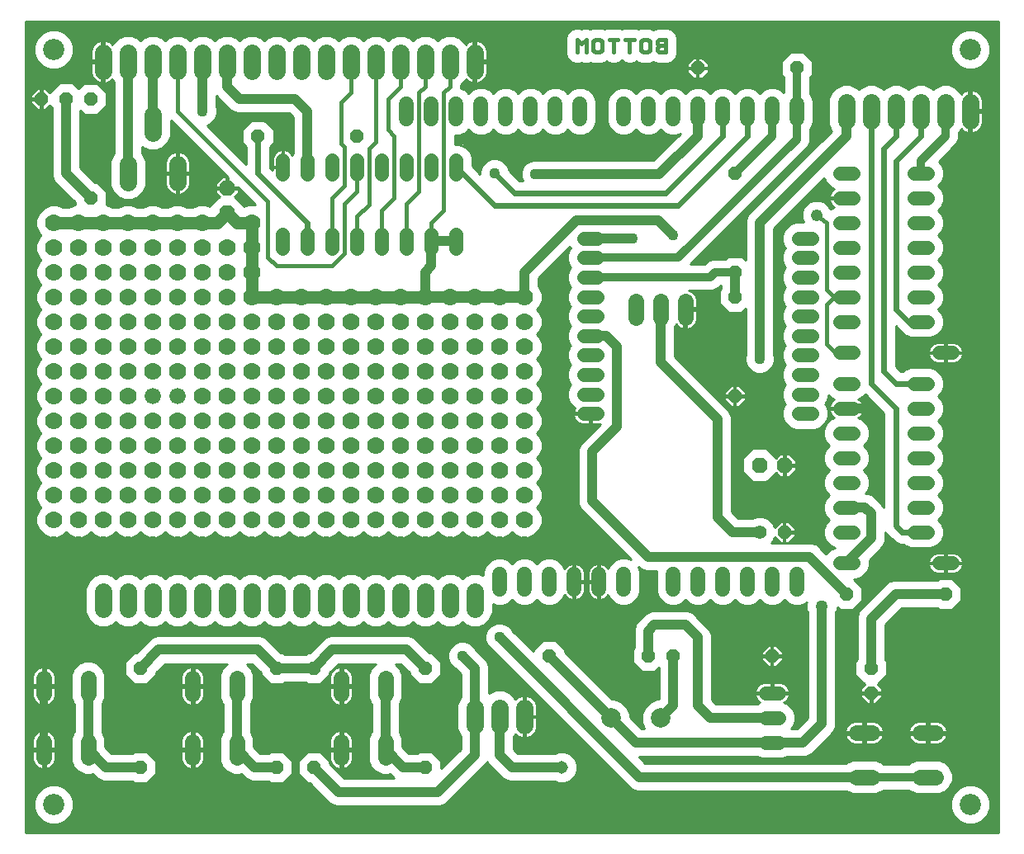
<source format=gbl>
G75*
G70*
%OFA0B0*%
%FSLAX24Y24*%
%IPPOS*%
%LPD*%
%AMOC8*
5,1,8,0,0,1.08239X$1,22.5*
%
%ADD10C,0.0180*%
%ADD11C,0.0594*%
%ADD12C,0.0560*%
%ADD13C,0.0787*%
%ADD14OC8,0.0551*%
%ADD15OC8,0.0560*%
%ADD16C,0.0709*%
%ADD17C,0.0640*%
%ADD18C,0.0551*%
%ADD19C,0.0712*%
%ADD20C,0.0555*%
%ADD21OC8,0.0630*%
%ADD22C,0.0240*%
%ADD23C,0.0400*%
%ADD24C,0.0436*%
%ADD25C,0.0100*%
%ADD26C,0.0700*%
%ADD27C,0.0197*%
%ADD28C,0.0320*%
%ADD29C,0.0515*%
%ADD30C,0.0500*%
%ADD31C,0.0161*%
%ADD32C,0.0500*%
%ADD33C,0.0160*%
%ADD34C,0.0461*%
%ADD35C,0.0660*%
%ADD36C,0.0476*%
%ADD37C,0.0860*%
D10*
X022798Y032051D02*
X022798Y032571D01*
X022971Y032398D01*
X023145Y032571D01*
X023145Y032051D01*
X023442Y032138D02*
X023442Y032484D01*
X023529Y032571D01*
X023702Y032571D01*
X023789Y032484D01*
X023789Y032138D01*
X023702Y032051D01*
X023529Y032051D01*
X023442Y032138D01*
X024087Y032571D02*
X024434Y032571D01*
X024260Y032571D02*
X024260Y032051D01*
X024905Y032051D02*
X024905Y032571D01*
X025078Y032571D02*
X024731Y032571D01*
X025376Y032484D02*
X025376Y032138D01*
X025463Y032051D01*
X025636Y032051D01*
X025723Y032138D01*
X025723Y032484D01*
X025636Y032571D01*
X025463Y032571D01*
X025376Y032484D01*
X026020Y032484D02*
X026020Y032398D01*
X026107Y032311D01*
X026367Y032311D01*
X026107Y032311D02*
X026020Y032224D01*
X026020Y032138D01*
X026107Y032051D01*
X026367Y032051D01*
X026367Y032571D01*
X026107Y032571D01*
X026020Y032484D01*
D11*
X025657Y029958D02*
X025657Y029364D01*
X024657Y029364D02*
X024657Y029958D01*
X022907Y029958D02*
X022907Y029364D01*
X021907Y029364D02*
X021907Y029958D01*
X020907Y029958D02*
X020907Y029364D01*
X019907Y029364D02*
X019907Y029958D01*
X018907Y029958D02*
X018907Y029364D01*
X017907Y029364D02*
X017907Y029958D01*
X016907Y029958D02*
X016907Y029364D01*
X015907Y029364D02*
X015907Y029958D01*
X026657Y029958D02*
X026657Y029364D01*
X027657Y029364D02*
X027657Y029958D01*
X028657Y029958D02*
X028657Y029364D01*
X029657Y029364D02*
X029657Y029958D01*
X030657Y029958D02*
X030657Y029364D01*
X031657Y029364D02*
X031657Y029958D01*
X031657Y010958D02*
X031657Y010364D01*
X030657Y010364D02*
X030657Y010958D01*
X029657Y010958D02*
X029657Y010364D01*
X028657Y010364D02*
X028657Y010958D01*
X027657Y010958D02*
X027657Y010364D01*
X026657Y010364D02*
X026657Y010958D01*
X024657Y010958D02*
X024657Y010364D01*
X023657Y010364D02*
X023657Y010958D01*
X022657Y010958D02*
X022657Y010364D01*
X021657Y010364D02*
X021657Y010958D01*
X020657Y010958D02*
X020657Y010364D01*
X019657Y010364D02*
X019657Y010958D01*
D12*
X030377Y006161D02*
X030937Y006161D01*
X030937Y005161D02*
X030377Y005161D01*
X030377Y004161D02*
X030937Y004161D01*
X033377Y011411D02*
X033937Y011411D01*
X033937Y012661D02*
X033377Y012661D01*
X033377Y013661D02*
X033937Y013661D01*
X033937Y014661D02*
X033377Y014661D01*
X033377Y015661D02*
X033937Y015661D01*
X033937Y016661D02*
X033377Y016661D01*
X033377Y017661D02*
X033937Y017661D01*
X033937Y018661D02*
X033377Y018661D01*
X033377Y019911D02*
X033937Y019911D01*
X033937Y021161D02*
X033377Y021161D01*
X033377Y022161D02*
X033937Y022161D01*
X033937Y023161D02*
X033377Y023161D01*
X033377Y024161D02*
X033937Y024161D01*
X033937Y025161D02*
X033377Y025161D01*
X033377Y026161D02*
X033937Y026161D01*
X033937Y027161D02*
X033377Y027161D01*
X036377Y027161D02*
X036937Y027161D01*
X036937Y026161D02*
X036377Y026161D01*
X036377Y025161D02*
X036937Y025161D01*
X036937Y024161D02*
X036377Y024161D01*
X036377Y023161D02*
X036937Y023161D01*
X036937Y022161D02*
X036377Y022161D01*
X036377Y021161D02*
X036937Y021161D01*
X037377Y019911D02*
X037937Y019911D01*
X036937Y018661D02*
X036377Y018661D01*
X036377Y017661D02*
X036937Y017661D01*
X036937Y016661D02*
X036377Y016661D01*
X036377Y015661D02*
X036937Y015661D01*
X036937Y014661D02*
X036377Y014661D01*
X036377Y013661D02*
X036937Y013661D01*
X036937Y012661D02*
X036377Y012661D01*
X037377Y011411D02*
X037937Y011411D01*
X017907Y024131D02*
X017907Y024691D01*
X016907Y024691D02*
X016907Y024131D01*
X015907Y024131D02*
X015907Y024691D01*
X014907Y024691D02*
X014907Y024131D01*
X013907Y024131D02*
X013907Y024691D01*
X012907Y024691D02*
X012907Y024131D01*
X011907Y024131D02*
X011907Y024691D01*
X010907Y024691D02*
X010907Y024131D01*
X010907Y027131D02*
X010907Y027691D01*
X011907Y027691D02*
X011907Y027131D01*
X012907Y027131D02*
X012907Y027691D01*
X013907Y027691D02*
X013907Y027131D01*
X014907Y027131D02*
X014907Y027691D01*
X015907Y027691D02*
X015907Y027131D01*
X016907Y027131D02*
X016907Y027691D01*
X017907Y027691D02*
X017907Y027131D01*
D13*
X024157Y005161D03*
X026157Y005161D03*
D14*
X025657Y007661D03*
X026657Y007661D03*
X030657Y007661D03*
X033657Y010161D03*
X031157Y012661D03*
X029157Y018161D03*
X029157Y022161D03*
X029157Y023161D03*
X029157Y027161D03*
X027657Y031411D03*
X031657Y031411D03*
X013907Y028661D03*
X009907Y028661D03*
X003157Y030161D03*
X003157Y026161D03*
X021657Y007661D03*
X016657Y007161D03*
X012157Y007161D03*
X010657Y007161D03*
X010657Y003161D03*
X012157Y003161D03*
X016657Y003161D03*
X005157Y003161D03*
X005157Y007161D03*
X037657Y010161D03*
D15*
X034657Y007161D03*
X034657Y006161D03*
X002157Y030161D03*
X001157Y030161D03*
D16*
X003657Y031306D02*
X003657Y032015D01*
X004657Y032015D02*
X004657Y031306D01*
X005657Y031306D02*
X005657Y032015D01*
X006657Y032015D02*
X006657Y031306D01*
X007657Y031306D02*
X007657Y032015D01*
X008657Y032015D02*
X008657Y031306D01*
X009657Y031306D02*
X009657Y032015D01*
X010657Y032015D02*
X010657Y031306D01*
X011657Y031306D02*
X011657Y032015D01*
X012657Y032015D02*
X012657Y031306D01*
X013657Y031306D02*
X013657Y032015D01*
X014657Y032015D02*
X014657Y031306D01*
X015657Y031306D02*
X015657Y032015D01*
X016657Y032015D02*
X016657Y031306D01*
X017657Y031306D02*
X017657Y032015D01*
X018657Y032015D02*
X018657Y031306D01*
X006657Y027515D02*
X006657Y026806D01*
X004657Y026806D02*
X004657Y027515D01*
X005657Y028806D02*
X005657Y029515D01*
X005657Y010265D02*
X005657Y009556D01*
X006657Y009556D02*
X006657Y010265D01*
X007657Y010265D02*
X007657Y009556D01*
X008657Y009556D02*
X008657Y010265D01*
X009657Y010265D02*
X009657Y009556D01*
X010657Y009556D02*
X010657Y010265D01*
X011657Y010265D02*
X011657Y009556D01*
X012657Y009556D02*
X012657Y010265D01*
X013657Y010265D02*
X013657Y009556D01*
X014657Y009556D02*
X014657Y010265D01*
X015657Y010265D02*
X015657Y009556D01*
X016657Y009556D02*
X016657Y010265D01*
X017657Y010265D02*
X017657Y009556D01*
X018657Y009556D02*
X018657Y010265D01*
X018657Y005565D02*
X018657Y004856D01*
X019657Y004856D02*
X019657Y005565D01*
X020657Y005565D02*
X020657Y004856D01*
X004657Y009556D02*
X004657Y010265D01*
X003657Y010265D02*
X003657Y009556D01*
D17*
X003047Y006761D02*
X003047Y006121D01*
X001267Y006121D02*
X001267Y006761D01*
X001267Y004201D02*
X001267Y003561D01*
X003047Y003561D02*
X003047Y004201D01*
X007267Y004201D02*
X007267Y003561D01*
X009047Y003561D02*
X009047Y004201D01*
X009047Y006121D02*
X009047Y006761D01*
X007267Y006761D02*
X007267Y006121D01*
X013267Y006121D02*
X013267Y006761D01*
X015047Y006761D02*
X015047Y006121D01*
X015047Y004201D02*
X015047Y003561D01*
X013267Y003561D02*
X013267Y004201D01*
X025157Y021341D02*
X025157Y021981D01*
X026157Y021981D02*
X026157Y021341D01*
X027157Y021341D02*
X027157Y021981D01*
X034057Y004551D02*
X034697Y004551D01*
X036617Y004551D02*
X037257Y004551D01*
X037257Y002771D02*
X036617Y002771D01*
X034697Y002771D02*
X034057Y002771D01*
D18*
X030157Y012661D03*
D19*
X033657Y029305D02*
X033657Y030017D01*
X034657Y030017D02*
X034657Y029305D01*
X035657Y029305D02*
X035657Y030017D01*
X036657Y030017D02*
X036657Y029305D01*
X037657Y029305D02*
X037657Y030017D01*
X038657Y030017D02*
X038657Y029305D01*
D20*
X032266Y024535D02*
X031711Y024535D01*
X031711Y023747D02*
X032266Y023747D01*
X032266Y022960D02*
X031711Y022960D01*
X031711Y022173D02*
X032266Y022173D01*
X032266Y021385D02*
X031711Y021385D01*
X031711Y020598D02*
X032266Y020598D01*
X032266Y019810D02*
X031711Y019810D01*
X031711Y019023D02*
X032266Y019023D01*
X032266Y018236D02*
X031711Y018236D01*
X031711Y017448D02*
X032266Y017448D01*
X023604Y017448D02*
X023049Y017448D01*
X023049Y018236D02*
X023604Y018236D01*
X023604Y019023D02*
X023049Y019023D01*
X023049Y019810D02*
X023604Y019810D01*
X023604Y020598D02*
X023049Y020598D01*
X023049Y021385D02*
X023604Y021385D01*
X023604Y022173D02*
X023049Y022173D01*
X023049Y022960D02*
X023604Y022960D01*
X023604Y023747D02*
X023049Y023747D01*
X023049Y024535D02*
X023604Y024535D01*
D21*
X030157Y015361D03*
X031157Y015361D03*
X008657Y025561D03*
X008657Y026561D03*
D22*
X009907Y027161D02*
X011907Y025161D01*
X011907Y024411D01*
X009907Y027161D02*
X009907Y028661D01*
X007657Y031661D02*
X007657Y031662D01*
X006657Y031661D02*
X006657Y031662D01*
X005657Y031661D02*
X005655Y031659D01*
X005655Y029163D02*
X005657Y029161D01*
X004655Y027163D02*
X004657Y027161D01*
X016907Y024411D02*
X017907Y024411D01*
X019457Y025861D02*
X017907Y027411D01*
X019457Y027161D02*
X020257Y026361D01*
X026357Y026361D01*
X028657Y028661D01*
X028657Y029661D01*
X029657Y029661D02*
X029657Y028661D01*
X026857Y025861D01*
X019457Y025861D01*
X029157Y022161D02*
X029157Y022161D01*
X034657Y018661D02*
X034657Y029661D01*
X035657Y029661D02*
X035657Y028661D01*
X035157Y028161D01*
X035157Y019161D01*
X035657Y018661D01*
X036657Y018661D01*
X035657Y017661D02*
X035657Y012911D01*
X035907Y012661D01*
X036657Y012661D01*
X035657Y017661D02*
X034657Y018661D01*
X036157Y021161D02*
X036657Y021161D01*
X036157Y021161D02*
X035657Y021661D01*
X035657Y027661D01*
X036657Y028661D01*
X036657Y029661D01*
D23*
X033657Y029661D02*
X033657Y028661D01*
X030157Y025161D01*
X030157Y019661D01*
X029157Y022161D02*
X029157Y023161D01*
X026657Y024661D02*
X026057Y025261D01*
X022757Y025261D01*
X020657Y023161D01*
X020657Y022161D01*
X023327Y020598D02*
X023970Y020598D01*
X024407Y020161D01*
X024407Y016911D01*
X023407Y015911D01*
X023407Y013911D01*
X025657Y011661D01*
X032157Y011661D01*
X033657Y010161D01*
X032657Y009661D02*
X032657Y004911D01*
X031907Y004161D01*
X030657Y004161D01*
X025157Y004161D01*
X024157Y005161D01*
X021657Y007661D01*
X019657Y008411D02*
X025297Y002771D01*
X034377Y002771D01*
X030657Y005161D02*
X028157Y005161D01*
X027657Y005661D01*
X027657Y008411D01*
X027157Y008911D01*
X025907Y008911D01*
X025657Y008661D01*
X025657Y007661D01*
X026657Y007661D02*
X026657Y005661D01*
X026157Y005161D01*
X022157Y003161D02*
X020157Y003161D01*
X019657Y003661D01*
X019657Y005211D01*
X018657Y005211D02*
X018657Y007161D01*
X018157Y007661D01*
X016657Y007161D02*
X015907Y007911D01*
X012907Y007911D01*
X012157Y007161D01*
X010657Y007161D01*
X009907Y007911D01*
X005907Y007911D01*
X005157Y007161D01*
X003047Y006441D02*
X003047Y003881D01*
X003767Y003161D01*
X005157Y003161D01*
X009047Y003881D02*
X009047Y006441D01*
X009047Y003881D02*
X009767Y003161D01*
X010657Y003161D01*
X012157Y003161D02*
X013157Y002161D01*
X017157Y002161D01*
X018657Y003661D01*
X018657Y005211D01*
X016657Y003161D02*
X015767Y003161D01*
X015047Y003881D01*
X015047Y006441D01*
X028457Y013261D02*
X028457Y017211D01*
X026157Y019511D01*
X026157Y021661D01*
X025011Y024535D02*
X023327Y024535D01*
X025011Y024535D02*
X025017Y024541D01*
X026107Y027111D02*
X021107Y027111D01*
X017907Y024411D02*
X016907Y024411D01*
X016907Y023411D01*
X016657Y023161D01*
X016657Y022161D01*
X011907Y027411D02*
X011907Y029661D01*
X011407Y030161D01*
X009157Y030161D01*
X008657Y030661D01*
X008657Y031661D01*
X007657Y031661D02*
X007657Y029661D01*
X005655Y029163D02*
X005655Y031659D01*
X004657Y031661D02*
X004657Y027161D01*
X003157Y026161D02*
X002157Y027161D01*
X002157Y030161D01*
X026107Y027111D02*
X027657Y028661D01*
X027657Y029661D01*
X033657Y017661D02*
X034457Y017661D01*
X034857Y017261D01*
X034407Y013661D02*
X033657Y013661D01*
X034407Y013661D02*
X034657Y013411D01*
X034657Y012411D01*
X033657Y011411D01*
X035657Y010161D02*
X034657Y009161D01*
X034657Y007161D01*
X035657Y010161D02*
X037657Y010161D01*
X030157Y012661D02*
X029057Y012661D01*
X028457Y013261D01*
D24*
X030157Y019661D03*
X026657Y024661D03*
X025017Y024541D03*
X021107Y027111D03*
X019457Y027161D03*
X008657Y028711D03*
X007657Y029661D03*
X019657Y008411D03*
X018157Y007661D03*
D25*
X000527Y000531D02*
X000527Y033291D01*
X039787Y033291D01*
X039787Y000531D01*
X000527Y000531D01*
X000527Y000591D02*
X039787Y000591D01*
X039787Y000690D02*
X000527Y000690D01*
X000527Y000788D02*
X039787Y000788D01*
X039787Y000887D02*
X038880Y000887D01*
X038816Y000861D02*
X039110Y000983D01*
X039336Y001208D01*
X039457Y001502D01*
X039457Y001820D01*
X039336Y002114D01*
X039110Y002339D01*
X038816Y002461D01*
X038498Y002461D01*
X038204Y002339D01*
X037979Y002114D01*
X037857Y001820D01*
X037857Y001502D01*
X037979Y001208D01*
X038204Y000983D01*
X038498Y000861D01*
X038816Y000861D01*
X039113Y000986D02*
X039787Y000986D01*
X039787Y001084D02*
X039212Y001084D01*
X039311Y001183D02*
X039787Y001183D01*
X039787Y001281D02*
X039366Y001281D01*
X039407Y001380D02*
X039787Y001380D01*
X039787Y001478D02*
X039448Y001478D01*
X039457Y001577D02*
X039787Y001577D01*
X039787Y001675D02*
X039457Y001675D01*
X039457Y001774D02*
X039787Y001774D01*
X039787Y001872D02*
X039436Y001872D01*
X039395Y001971D02*
X039787Y001971D01*
X039787Y002070D02*
X039354Y002070D01*
X039281Y002168D02*
X039787Y002168D01*
X039787Y002267D02*
X039183Y002267D01*
X039047Y002365D02*
X039787Y002365D01*
X039787Y002464D02*
X037877Y002464D01*
X037842Y002380D02*
X037947Y002634D01*
X037947Y002908D01*
X037842Y003162D01*
X037648Y003356D01*
X037395Y003461D01*
X036480Y003461D01*
X036226Y003356D01*
X036171Y003301D01*
X035143Y003301D01*
X035088Y003356D01*
X034835Y003461D01*
X033920Y003461D01*
X033666Y003356D01*
X033651Y003341D01*
X025533Y003341D01*
X025283Y003591D01*
X030055Y003591D01*
X030248Y003511D01*
X031067Y003511D01*
X031260Y003591D01*
X032021Y003591D01*
X032230Y003678D01*
X032391Y003838D01*
X033141Y004588D01*
X033227Y004797D01*
X033227Y005024D01*
X033227Y009417D01*
X033277Y009537D01*
X033277Y009628D01*
X033390Y009515D01*
X033925Y009515D01*
X034303Y009893D01*
X034303Y010428D01*
X033970Y010761D01*
X034067Y010761D01*
X034306Y010860D01*
X034488Y011043D01*
X034587Y011281D01*
X034587Y011535D01*
X035141Y012088D01*
X035227Y012297D01*
X035227Y012524D01*
X035227Y012669D01*
X035242Y012633D01*
X035492Y012383D01*
X035630Y012245D01*
X035810Y012171D01*
X035948Y012171D01*
X036009Y012110D01*
X036248Y012011D01*
X037067Y012011D01*
X037306Y012110D01*
X037488Y012293D01*
X037587Y012531D01*
X037587Y012790D01*
X037488Y013029D01*
X037357Y013161D01*
X037488Y013293D01*
X037587Y013531D01*
X037587Y013790D01*
X037488Y014029D01*
X037357Y014161D01*
X037488Y014293D01*
X037587Y014531D01*
X037587Y014790D01*
X037488Y015029D01*
X037357Y015161D01*
X037488Y015293D01*
X037587Y015531D01*
X037587Y015790D01*
X037488Y016029D01*
X037357Y016161D01*
X039787Y016161D01*
X039787Y016063D02*
X037455Y016063D01*
X037515Y015964D02*
X039787Y015964D01*
X039787Y015866D02*
X037556Y015866D01*
X037587Y015767D02*
X039787Y015767D01*
X039787Y015669D02*
X037587Y015669D01*
X037587Y015570D02*
X039787Y015570D01*
X039787Y015471D02*
X037562Y015471D01*
X037522Y015373D02*
X039787Y015373D01*
X039787Y015274D02*
X037470Y015274D01*
X037372Y015176D02*
X039787Y015176D01*
X039787Y015077D02*
X037440Y015077D01*
X037509Y014979D02*
X039787Y014979D01*
X039787Y014880D02*
X037550Y014880D01*
X037587Y014782D02*
X039787Y014782D01*
X039787Y014683D02*
X037587Y014683D01*
X037587Y014585D02*
X039787Y014585D01*
X039787Y014486D02*
X037568Y014486D01*
X037528Y014387D02*
X039787Y014387D01*
X039787Y014289D02*
X037485Y014289D01*
X037386Y014190D02*
X039787Y014190D01*
X039787Y014092D02*
X037426Y014092D01*
X037503Y013993D02*
X039787Y013993D01*
X039787Y013895D02*
X037544Y013895D01*
X037585Y013796D02*
X039787Y013796D01*
X039787Y013698D02*
X037587Y013698D01*
X037587Y013599D02*
X039787Y013599D01*
X039787Y013501D02*
X037574Y013501D01*
X037534Y013402D02*
X039787Y013402D01*
X039787Y013303D02*
X037493Y013303D01*
X037401Y013205D02*
X039787Y013205D01*
X039787Y013106D02*
X037411Y013106D01*
X037497Y013008D02*
X039787Y013008D01*
X039787Y012909D02*
X037538Y012909D01*
X037579Y012811D02*
X039787Y012811D01*
X039787Y012712D02*
X037587Y012712D01*
X037587Y012614D02*
X039787Y012614D01*
X039787Y012515D02*
X037581Y012515D01*
X037540Y012417D02*
X039787Y012417D01*
X039787Y012318D02*
X037499Y012318D01*
X037415Y012219D02*
X039787Y012219D01*
X039787Y012121D02*
X037317Y012121D01*
X037095Y012022D02*
X039787Y012022D01*
X039787Y011924D02*
X034976Y011924D01*
X034878Y011825D02*
X037255Y011825D01*
X037292Y011841D02*
X037134Y011775D01*
X037013Y011654D01*
X036947Y011496D01*
X036947Y011441D01*
X037627Y011441D01*
X037627Y011381D01*
X036947Y011381D01*
X036947Y011325D01*
X037013Y011167D01*
X037134Y011046D01*
X037292Y010981D01*
X037627Y010981D01*
X037627Y011381D01*
X037687Y011381D01*
X037687Y010981D01*
X038023Y010981D01*
X038181Y011046D01*
X038302Y011167D01*
X038367Y011325D01*
X038367Y011381D01*
X037688Y011381D01*
X037688Y011441D01*
X038367Y011441D01*
X038367Y011496D01*
X038302Y011654D01*
X038181Y011775D01*
X038023Y011841D01*
X037687Y011841D01*
X037687Y011441D01*
X037627Y011441D01*
X037627Y011841D01*
X037292Y011841D01*
X037085Y011727D02*
X034779Y011727D01*
X034681Y011628D02*
X037002Y011628D01*
X036961Y011530D02*
X034587Y011530D01*
X034587Y011431D02*
X037627Y011431D01*
X037688Y011431D02*
X039787Y011431D01*
X039787Y011333D02*
X038367Y011333D01*
X038329Y011234D02*
X039787Y011234D01*
X039787Y011136D02*
X038270Y011136D01*
X038158Y011037D02*
X039787Y011037D01*
X039787Y010938D02*
X034384Y010938D01*
X034483Y011037D02*
X037156Y011037D01*
X037044Y011136D02*
X034527Y011136D01*
X034568Y011234D02*
X036985Y011234D01*
X036947Y011333D02*
X034587Y011333D01*
X034258Y010840D02*
X039787Y010840D01*
X039787Y010741D02*
X037990Y010741D01*
X037925Y010806D02*
X037390Y010806D01*
X037314Y010731D01*
X035771Y010731D01*
X035544Y010731D01*
X035334Y010644D01*
X034174Y009484D01*
X034087Y009274D01*
X034087Y009047D01*
X034087Y007510D01*
X034007Y007430D01*
X034007Y006892D01*
X034388Y006511D01*
X034399Y006511D01*
X034227Y006339D01*
X034227Y006191D01*
X034627Y006191D01*
X034627Y006131D01*
X034227Y006131D01*
X034227Y005983D01*
X034479Y005731D01*
X034627Y005731D01*
X034627Y006131D01*
X034687Y006131D01*
X034687Y005731D01*
X034835Y005731D01*
X035087Y005983D01*
X035087Y006131D01*
X034688Y006131D01*
X034688Y006191D01*
X035087Y006191D01*
X035087Y006339D01*
X034915Y006511D01*
X034927Y006511D01*
X035307Y006892D01*
X035307Y007430D01*
X035227Y007510D01*
X035227Y008925D01*
X035893Y009591D01*
X037314Y009591D01*
X037390Y009515D01*
X037925Y009515D01*
X038303Y009893D01*
X038303Y010428D01*
X037925Y010806D01*
X038088Y010643D02*
X039787Y010643D01*
X039787Y010544D02*
X038187Y010544D01*
X038285Y010446D02*
X039787Y010446D01*
X039787Y010347D02*
X038303Y010347D01*
X038303Y010249D02*
X039787Y010249D01*
X039787Y010150D02*
X038303Y010150D01*
X038303Y010052D02*
X039787Y010052D01*
X039787Y009953D02*
X038303Y009953D01*
X038264Y009854D02*
X039787Y009854D01*
X039787Y009756D02*
X038165Y009756D01*
X038067Y009657D02*
X039787Y009657D01*
X039787Y009559D02*
X037968Y009559D01*
X037346Y009559D02*
X035861Y009559D01*
X035763Y009460D02*
X039787Y009460D01*
X039787Y009362D02*
X035664Y009362D01*
X035566Y009263D02*
X039787Y009263D01*
X039787Y009165D02*
X035467Y009165D01*
X035369Y009066D02*
X039787Y009066D01*
X039787Y008968D02*
X035270Y008968D01*
X035227Y008869D02*
X039787Y008869D01*
X039787Y008770D02*
X035227Y008770D01*
X035227Y008672D02*
X039787Y008672D01*
X039787Y008573D02*
X035227Y008573D01*
X035227Y008475D02*
X039787Y008475D01*
X039787Y008376D02*
X035227Y008376D01*
X035227Y008278D02*
X039787Y008278D01*
X039787Y008179D02*
X035227Y008179D01*
X035227Y008081D02*
X039787Y008081D01*
X039787Y007982D02*
X035227Y007982D01*
X035227Y007884D02*
X039787Y007884D01*
X039787Y007785D02*
X035227Y007785D01*
X035227Y007686D02*
X039787Y007686D01*
X039787Y007588D02*
X035227Y007588D01*
X035248Y007489D02*
X039787Y007489D01*
X039787Y007391D02*
X035307Y007391D01*
X035307Y007292D02*
X039787Y007292D01*
X039787Y007194D02*
X035307Y007194D01*
X035307Y007095D02*
X039787Y007095D01*
X039787Y006997D02*
X035307Y006997D01*
X035307Y006898D02*
X039787Y006898D01*
X039787Y006800D02*
X035215Y006800D01*
X035117Y006701D02*
X039787Y006701D01*
X039787Y006603D02*
X035018Y006603D01*
X034922Y006504D02*
X039787Y006504D01*
X039787Y006405D02*
X035021Y006405D01*
X035087Y006307D02*
X039787Y006307D01*
X039787Y006208D02*
X035087Y006208D01*
X035087Y006110D02*
X039787Y006110D01*
X039787Y006011D02*
X035087Y006011D01*
X035017Y005913D02*
X039787Y005913D01*
X039787Y005814D02*
X034919Y005814D01*
X034687Y005814D02*
X034627Y005814D01*
X034627Y005913D02*
X034687Y005913D01*
X034687Y006011D02*
X034627Y006011D01*
X034627Y006110D02*
X034687Y006110D01*
X034396Y005814D02*
X033227Y005814D01*
X033227Y005716D02*
X039787Y005716D01*
X039787Y005617D02*
X033227Y005617D01*
X033227Y005519D02*
X039787Y005519D01*
X039787Y005420D02*
X033227Y005420D01*
X033227Y005321D02*
X039787Y005321D01*
X039787Y005223D02*
X033227Y005223D01*
X033227Y005124D02*
X039787Y005124D01*
X039787Y005026D02*
X033227Y005026D01*
X033227Y004927D02*
X033769Y004927D01*
X033791Y004949D02*
X033659Y004817D01*
X033587Y004644D01*
X033587Y004601D01*
X034327Y004601D01*
X034327Y004501D01*
X033587Y004501D01*
X033587Y004457D01*
X033659Y004285D01*
X033791Y004152D01*
X033964Y004081D01*
X034327Y004081D01*
X034327Y004501D01*
X034427Y004501D01*
X034427Y004081D01*
X034791Y004081D01*
X034964Y004152D01*
X035096Y004285D01*
X035167Y004457D01*
X035167Y004501D01*
X034427Y004501D01*
X034427Y004601D01*
X034327Y004601D01*
X034327Y005021D01*
X033964Y005021D01*
X033791Y004949D01*
X033671Y004829D02*
X033227Y004829D01*
X033199Y004730D02*
X033623Y004730D01*
X033587Y004632D02*
X033159Y004632D01*
X033086Y004533D02*
X034327Y004533D01*
X034327Y004435D02*
X034427Y004435D01*
X034427Y004533D02*
X036887Y004533D01*
X036887Y004501D02*
X036147Y004501D01*
X036147Y004457D01*
X036219Y004285D01*
X036351Y004152D01*
X036524Y004081D01*
X036887Y004081D01*
X036887Y004501D01*
X036887Y004601D01*
X036147Y004601D01*
X036147Y004644D01*
X036219Y004817D01*
X036351Y004949D01*
X036524Y005021D01*
X036887Y005021D01*
X036887Y004601D01*
X036987Y004601D01*
X036987Y005021D01*
X037351Y005021D01*
X037524Y004949D01*
X037656Y004817D01*
X037727Y004644D01*
X037727Y004601D01*
X036987Y004601D01*
X036987Y004501D01*
X036987Y004081D01*
X037351Y004081D01*
X037524Y004152D01*
X037656Y004285D01*
X037727Y004457D01*
X037727Y004501D01*
X036987Y004501D01*
X036887Y004501D01*
X036887Y004435D02*
X036987Y004435D01*
X036987Y004533D02*
X039787Y004533D01*
X039787Y004435D02*
X037718Y004435D01*
X037677Y004336D02*
X039787Y004336D01*
X039787Y004237D02*
X037609Y004237D01*
X037491Y004139D02*
X039787Y004139D01*
X039787Y004040D02*
X032593Y004040D01*
X032494Y003942D02*
X039787Y003942D01*
X039787Y003843D02*
X032396Y003843D01*
X032391Y003838D02*
X032391Y003838D01*
X032297Y003745D02*
X039787Y003745D01*
X039787Y003646D02*
X032155Y003646D01*
X032692Y004139D02*
X033823Y004139D01*
X033706Y004237D02*
X032790Y004237D01*
X032889Y004336D02*
X033638Y004336D01*
X033597Y004435D02*
X032987Y004435D01*
X032087Y005147D02*
X031671Y004731D01*
X031426Y004731D01*
X031488Y004793D01*
X031587Y005031D01*
X031587Y005290D01*
X031488Y005529D01*
X031306Y005712D01*
X031141Y005780D01*
X031181Y005796D01*
X031302Y005917D01*
X031367Y006075D01*
X031367Y006131D01*
X030688Y006131D01*
X030688Y006191D01*
X031367Y006191D01*
X031367Y006246D01*
X031302Y006404D01*
X031181Y006525D01*
X031023Y006591D01*
X030687Y006591D01*
X030687Y006191D01*
X030627Y006191D01*
X030627Y006131D01*
X029947Y006131D01*
X029947Y006075D01*
X030013Y005917D01*
X030134Y005796D01*
X030173Y005780D01*
X030055Y005731D01*
X028393Y005731D01*
X028227Y005897D01*
X028227Y008297D01*
X028227Y008524D01*
X028141Y008734D01*
X027641Y009234D01*
X027480Y009394D01*
X027271Y009481D01*
X026021Y009481D01*
X025794Y009481D01*
X025584Y009394D01*
X025334Y009144D01*
X025174Y008984D01*
X025087Y008774D01*
X025087Y008004D01*
X025012Y007928D01*
X025012Y007393D01*
X025390Y007015D01*
X025925Y007015D01*
X026087Y007178D01*
X026087Y005924D01*
X026005Y005924D01*
X025725Y005808D01*
X025510Y005593D01*
X025394Y005313D01*
X025394Y005009D01*
X025509Y004731D01*
X025393Y004731D01*
X024921Y005203D01*
X024921Y005313D01*
X024805Y005593D01*
X024590Y005808D01*
X024309Y005924D01*
X024200Y005924D01*
X022303Y007821D01*
X022303Y007928D01*
X021925Y008306D01*
X021390Y008306D01*
X021012Y007928D01*
X021012Y007862D01*
X020174Y008700D01*
X020156Y008744D01*
X019990Y008909D01*
X019774Y008999D01*
X019540Y008999D01*
X019324Y008909D01*
X019159Y008744D01*
X019069Y008528D01*
X019069Y008294D01*
X019159Y008078D01*
X019324Y007912D01*
X019368Y007894D01*
X024974Y002288D01*
X025184Y002201D01*
X025411Y002201D01*
X033651Y002201D01*
X033666Y002186D01*
X033920Y002081D01*
X034835Y002081D01*
X035088Y002186D01*
X035143Y002241D01*
X036171Y002241D01*
X036226Y002186D01*
X036480Y002081D01*
X037395Y002081D01*
X037648Y002186D01*
X037842Y002380D01*
X037827Y002365D02*
X038267Y002365D01*
X038132Y002267D02*
X037729Y002267D01*
X037605Y002168D02*
X038033Y002168D01*
X037961Y002070D02*
X017872Y002070D01*
X017971Y002168D02*
X033709Y002168D01*
X033661Y003351D02*
X025524Y003351D01*
X025425Y003449D02*
X033892Y003449D01*
X034327Y004139D02*
X034427Y004139D01*
X034427Y004237D02*
X034327Y004237D01*
X034327Y004336D02*
X034427Y004336D01*
X034427Y004601D02*
X035167Y004601D01*
X035167Y004644D01*
X035096Y004817D01*
X034964Y004949D01*
X034791Y005021D01*
X034427Y005021D01*
X034427Y004601D01*
X034427Y004632D02*
X034327Y004632D01*
X034327Y004730D02*
X034427Y004730D01*
X034427Y004829D02*
X034327Y004829D01*
X034327Y004927D02*
X034427Y004927D01*
X034985Y004927D02*
X036329Y004927D01*
X036231Y004829D02*
X035084Y004829D01*
X035132Y004730D02*
X036183Y004730D01*
X036147Y004632D02*
X035167Y004632D01*
X035158Y004435D02*
X036157Y004435D01*
X036198Y004336D02*
X035117Y004336D01*
X035049Y004237D02*
X036266Y004237D01*
X036383Y004139D02*
X034931Y004139D01*
X034863Y003449D02*
X036452Y003449D01*
X036221Y003351D02*
X035093Y003351D01*
X035045Y002168D02*
X036269Y002168D01*
X037857Y001774D02*
X017577Y001774D01*
X017480Y001678D02*
X017271Y001591D01*
X017044Y001591D01*
X013044Y001591D01*
X012834Y001678D01*
X012674Y001838D01*
X011997Y002515D01*
X011890Y002515D01*
X011512Y002893D01*
X011512Y003428D01*
X011890Y003806D01*
X012425Y003806D01*
X012803Y003428D01*
X012803Y003321D01*
X013393Y002731D01*
X015391Y002731D01*
X015232Y002890D01*
X015185Y002871D01*
X014910Y002871D01*
X014656Y002976D01*
X014462Y003170D01*
X014357Y003424D01*
X014357Y004338D01*
X014462Y004592D01*
X014477Y004607D01*
X014477Y005715D01*
X014462Y005730D01*
X014357Y005984D01*
X014357Y006898D01*
X014462Y007152D01*
X014652Y007341D01*
X013143Y007341D01*
X012803Y007000D01*
X012803Y006893D01*
X012425Y006515D01*
X011890Y006515D01*
X011814Y006591D01*
X011000Y006591D01*
X010925Y006515D01*
X010390Y006515D01*
X010012Y006893D01*
X010012Y007000D01*
X009671Y007341D01*
X009443Y007341D01*
X009632Y007152D01*
X009737Y006898D01*
X010012Y006898D01*
X010012Y006997D02*
X009696Y006997D01*
X009656Y007095D02*
X009917Y007095D01*
X009818Y007194D02*
X009590Y007194D01*
X009492Y007292D02*
X009720Y007292D01*
X009737Y006898D02*
X009737Y005984D01*
X009632Y005730D01*
X009617Y005715D01*
X009617Y004607D01*
X009632Y004592D01*
X009737Y004338D01*
X009737Y003997D01*
X010003Y003731D01*
X010314Y003731D01*
X010390Y003806D01*
X010925Y003806D01*
X011303Y003428D01*
X011303Y002893D01*
X010925Y002515D01*
X010390Y002515D01*
X010314Y002591D01*
X009881Y002591D01*
X009654Y002591D01*
X009444Y002678D01*
X009232Y002890D01*
X009185Y002871D01*
X008910Y002871D01*
X008656Y002976D01*
X008462Y003170D01*
X008357Y003424D01*
X008357Y004338D01*
X008462Y004592D01*
X008477Y004607D01*
X008477Y005715D01*
X008462Y005730D01*
X008357Y005984D01*
X008357Y006898D01*
X008462Y007152D01*
X008652Y007341D01*
X006143Y007341D01*
X005803Y007000D01*
X005803Y006893D01*
X005425Y006515D01*
X004890Y006515D01*
X004512Y006893D01*
X004512Y007428D01*
X004890Y007806D01*
X004997Y007806D01*
X005424Y008234D01*
X005584Y008394D01*
X005794Y008481D01*
X009794Y008481D01*
X010021Y008481D01*
X010230Y008394D01*
X010818Y007806D01*
X010925Y007806D01*
X011000Y007731D01*
X011814Y007731D01*
X011890Y007806D01*
X011997Y007806D01*
X012424Y008234D01*
X012584Y008394D01*
X012794Y008481D01*
X015794Y008481D01*
X016021Y008481D01*
X016230Y008394D01*
X016818Y007806D01*
X016925Y007806D01*
X017303Y007428D01*
X017303Y006893D01*
X016925Y006515D01*
X016390Y006515D01*
X016012Y006893D01*
X016012Y007000D01*
X015671Y007341D01*
X015443Y007341D01*
X015632Y007152D01*
X015737Y006898D01*
X016012Y006898D01*
X016012Y006997D02*
X015696Y006997D01*
X015656Y007095D02*
X015917Y007095D01*
X015818Y007194D02*
X015590Y007194D01*
X015492Y007292D02*
X015720Y007292D01*
X015737Y006898D02*
X015737Y005984D01*
X015632Y005730D01*
X015617Y005715D01*
X015617Y004607D01*
X015632Y004592D01*
X015737Y004338D01*
X015737Y003997D01*
X016003Y003731D01*
X016314Y003731D01*
X016390Y003806D01*
X016925Y003806D01*
X017303Y003428D01*
X017303Y003112D01*
X018087Y003897D01*
X018087Y004402D01*
X018043Y004446D01*
X017933Y004712D01*
X017933Y005709D01*
X018043Y005975D01*
X018087Y006019D01*
X018087Y006925D01*
X017868Y007144D01*
X017824Y007162D01*
X017659Y007328D01*
X017569Y007544D01*
X017569Y007778D01*
X017659Y007994D01*
X017824Y008159D01*
X018040Y008249D01*
X018274Y008249D01*
X018490Y008159D01*
X018656Y007994D01*
X018674Y007950D01*
X019141Y007484D01*
X019227Y007274D01*
X019227Y007047D01*
X019227Y006159D01*
X019247Y006179D01*
X019513Y006289D01*
X019801Y006289D01*
X020068Y006179D01*
X020271Y005975D01*
X020296Y005917D01*
X020372Y005993D01*
X020557Y006069D01*
X020629Y006069D01*
X020629Y005240D01*
X020686Y005240D01*
X020686Y006069D01*
X020758Y006069D01*
X020943Y005993D01*
X021085Y005851D01*
X021162Y005665D01*
X021162Y005240D01*
X020686Y005240D01*
X020686Y005182D01*
X020686Y004352D01*
X020758Y004352D01*
X020943Y004429D01*
X021085Y004571D01*
X021162Y004756D01*
X021162Y005182D01*
X020686Y005182D01*
X020629Y005182D01*
X020629Y004352D01*
X020557Y004352D01*
X020372Y004429D01*
X020296Y004505D01*
X020271Y004446D01*
X020227Y004402D01*
X020227Y003897D01*
X020393Y003731D01*
X021894Y003731D01*
X022032Y003788D01*
X022282Y003788D01*
X022513Y003693D01*
X022689Y003516D01*
X022785Y003286D01*
X022785Y003036D01*
X022689Y002805D01*
X022513Y002629D01*
X022282Y002533D01*
X022032Y002533D01*
X021894Y002591D01*
X020044Y002591D01*
X019834Y002678D01*
X019674Y002838D01*
X019174Y003338D01*
X019157Y003378D01*
X019141Y003338D01*
X018980Y003178D01*
X017480Y001678D01*
X017475Y001675D02*
X037857Y001675D01*
X037857Y001577D02*
X002457Y001577D01*
X002457Y001502D02*
X002336Y001208D01*
X002110Y000983D01*
X001816Y000861D01*
X001498Y000861D01*
X001204Y000983D01*
X000979Y001208D01*
X000857Y001502D01*
X000857Y001820D01*
X000979Y002114D01*
X001204Y002339D01*
X001498Y002461D01*
X001816Y002461D01*
X002110Y002339D01*
X002336Y002114D01*
X002457Y001820D01*
X002457Y001502D01*
X002448Y001478D02*
X037867Y001478D01*
X037908Y001380D02*
X002407Y001380D01*
X002366Y001281D02*
X037949Y001281D01*
X038004Y001183D02*
X002311Y001183D01*
X002212Y001084D02*
X038103Y001084D01*
X038201Y000986D02*
X002113Y000986D01*
X001880Y000887D02*
X038435Y000887D01*
X037879Y001872D02*
X017675Y001872D01*
X017774Y001971D02*
X037920Y001971D01*
X037918Y002562D02*
X039787Y002562D01*
X039787Y002661D02*
X037947Y002661D01*
X037947Y002759D02*
X039787Y002759D01*
X039787Y002858D02*
X037947Y002858D01*
X037927Y002956D02*
X039787Y002956D01*
X039787Y003055D02*
X037886Y003055D01*
X037846Y003154D02*
X039787Y003154D01*
X039787Y003252D02*
X037752Y003252D01*
X037653Y003351D02*
X039787Y003351D01*
X039787Y003449D02*
X037423Y003449D01*
X036987Y004139D02*
X036887Y004139D01*
X036887Y004237D02*
X036987Y004237D01*
X036987Y004336D02*
X036887Y004336D01*
X036887Y004632D02*
X036987Y004632D01*
X036987Y004730D02*
X036887Y004730D01*
X036887Y004829D02*
X036987Y004829D01*
X036987Y004927D02*
X036887Y004927D01*
X037545Y004927D02*
X039787Y004927D01*
X039787Y004829D02*
X037644Y004829D01*
X037692Y004730D02*
X039787Y004730D01*
X039787Y004632D02*
X037727Y004632D01*
X039787Y003548D02*
X031156Y003548D01*
X030159Y003548D02*
X025326Y003548D01*
X024503Y002759D02*
X022643Y002759D01*
X022711Y002858D02*
X024404Y002858D01*
X024306Y002956D02*
X022752Y002956D01*
X022785Y003055D02*
X024207Y003055D01*
X024108Y003154D02*
X022785Y003154D01*
X022785Y003252D02*
X024010Y003252D01*
X023911Y003351D02*
X022758Y003351D01*
X022717Y003449D02*
X023813Y003449D01*
X023714Y003548D02*
X022658Y003548D01*
X022559Y003646D02*
X023616Y003646D01*
X023517Y003745D02*
X022387Y003745D01*
X021928Y003745D02*
X020379Y003745D01*
X020281Y003843D02*
X023419Y003843D01*
X023320Y003942D02*
X020227Y003942D01*
X020227Y004040D02*
X023222Y004040D01*
X023123Y004139D02*
X020227Y004139D01*
X020227Y004237D02*
X023024Y004237D01*
X022926Y004336D02*
X020227Y004336D01*
X020260Y004435D02*
X020366Y004435D01*
X020629Y004435D02*
X020686Y004435D01*
X020686Y004533D02*
X020629Y004533D01*
X020629Y004632D02*
X020686Y004632D01*
X020686Y004730D02*
X020629Y004730D01*
X020629Y004829D02*
X020686Y004829D01*
X020686Y004927D02*
X020629Y004927D01*
X020629Y005026D02*
X020686Y005026D01*
X020686Y005124D02*
X020629Y005124D01*
X020686Y005223D02*
X022039Y005223D01*
X021941Y005321D02*
X021162Y005321D01*
X021162Y005420D02*
X021842Y005420D01*
X021743Y005519D02*
X021162Y005519D01*
X021162Y005617D02*
X021645Y005617D01*
X021546Y005716D02*
X021141Y005716D01*
X021100Y005814D02*
X021448Y005814D01*
X021349Y005913D02*
X021023Y005913D01*
X020898Y006011D02*
X021251Y006011D01*
X021152Y006110D02*
X020137Y006110D01*
X020235Y006011D02*
X020417Y006011D01*
X020629Y006011D02*
X020686Y006011D01*
X020686Y005913D02*
X020629Y005913D01*
X020629Y005814D02*
X020686Y005814D01*
X020686Y005716D02*
X020629Y005716D01*
X020629Y005617D02*
X020686Y005617D01*
X020686Y005519D02*
X020629Y005519D01*
X020629Y005420D02*
X020686Y005420D01*
X020686Y005321D02*
X020629Y005321D01*
X021162Y005124D02*
X022138Y005124D01*
X022236Y005026D02*
X021162Y005026D01*
X021162Y004927D02*
X022335Y004927D01*
X022433Y004829D02*
X021162Y004829D01*
X021151Y004730D02*
X022532Y004730D01*
X022630Y004632D02*
X021110Y004632D01*
X021047Y004533D02*
X022729Y004533D01*
X022827Y004435D02*
X020949Y004435D01*
X019457Y003055D02*
X018858Y003055D01*
X018956Y003154D02*
X019358Y003154D01*
X019260Y003252D02*
X019055Y003252D01*
X019146Y003351D02*
X019169Y003351D01*
X019556Y002956D02*
X018759Y002956D01*
X018661Y002858D02*
X019654Y002858D01*
X019753Y002759D02*
X018562Y002759D01*
X018463Y002661D02*
X019875Y002661D01*
X018365Y002562D02*
X021963Y002562D01*
X022352Y002562D02*
X024700Y002562D01*
X024798Y002464D02*
X018266Y002464D01*
X018168Y002365D02*
X024897Y002365D01*
X025025Y002267D02*
X018069Y002267D01*
X017344Y003154D02*
X017303Y003154D01*
X017303Y003252D02*
X017443Y003252D01*
X017541Y003351D02*
X017303Y003351D01*
X017282Y003449D02*
X017640Y003449D01*
X017738Y003548D02*
X017183Y003548D01*
X017085Y003646D02*
X017837Y003646D01*
X017935Y003745D02*
X016986Y003745D01*
X016328Y003745D02*
X015989Y003745D01*
X015891Y003843D02*
X018034Y003843D01*
X018087Y003942D02*
X015792Y003942D01*
X015737Y004040D02*
X018087Y004040D01*
X018087Y004139D02*
X015737Y004139D01*
X015737Y004237D02*
X018087Y004237D01*
X018087Y004336D02*
X015737Y004336D01*
X015697Y004435D02*
X018055Y004435D01*
X018007Y004533D02*
X015656Y004533D01*
X015617Y004632D02*
X017966Y004632D01*
X017933Y004730D02*
X015617Y004730D01*
X015617Y004829D02*
X017933Y004829D01*
X017933Y004927D02*
X015617Y004927D01*
X015617Y005026D02*
X017933Y005026D01*
X017933Y005124D02*
X015617Y005124D01*
X015617Y005223D02*
X017933Y005223D01*
X017933Y005321D02*
X015617Y005321D01*
X015617Y005420D02*
X017933Y005420D01*
X017933Y005519D02*
X015617Y005519D01*
X015617Y005617D02*
X017933Y005617D01*
X017936Y005716D02*
X015618Y005716D01*
X015667Y005814D02*
X017976Y005814D01*
X018017Y005913D02*
X015708Y005913D01*
X015737Y006011D02*
X018079Y006011D01*
X018087Y006110D02*
X015737Y006110D01*
X015737Y006208D02*
X018087Y006208D01*
X018087Y006307D02*
X015737Y006307D01*
X015737Y006405D02*
X018087Y006405D01*
X018087Y006504D02*
X015737Y006504D01*
X015737Y006603D02*
X016303Y006603D01*
X016204Y006701D02*
X015737Y006701D01*
X015737Y006800D02*
X016106Y006800D01*
X017012Y006603D02*
X018087Y006603D01*
X018087Y006701D02*
X017111Y006701D01*
X017209Y006800D02*
X018087Y006800D01*
X018087Y006898D02*
X017303Y006898D01*
X017303Y006997D02*
X018015Y006997D01*
X017917Y007095D02*
X017303Y007095D01*
X017303Y007194D02*
X017793Y007194D01*
X017694Y007292D02*
X017303Y007292D01*
X017303Y007391D02*
X017633Y007391D01*
X017592Y007489D02*
X017242Y007489D01*
X017143Y007588D02*
X017569Y007588D01*
X017569Y007686D02*
X017045Y007686D01*
X016946Y007785D02*
X017572Y007785D01*
X017613Y007884D02*
X016741Y007884D01*
X016642Y007982D02*
X017654Y007982D01*
X017746Y008081D02*
X016544Y008081D01*
X016445Y008179D02*
X017872Y008179D01*
X018442Y008179D02*
X019117Y008179D01*
X019157Y008081D02*
X018569Y008081D01*
X018661Y007982D02*
X019254Y007982D01*
X019378Y007884D02*
X018741Y007884D01*
X018839Y007785D02*
X019477Y007785D01*
X019575Y007686D02*
X018938Y007686D01*
X019036Y007588D02*
X019674Y007588D01*
X019773Y007489D02*
X019135Y007489D01*
X019179Y007391D02*
X019871Y007391D01*
X019970Y007292D02*
X019220Y007292D01*
X019227Y007194D02*
X020068Y007194D01*
X020167Y007095D02*
X019227Y007095D01*
X019227Y006997D02*
X020265Y006997D01*
X020364Y006898D02*
X019227Y006898D01*
X019227Y006800D02*
X020462Y006800D01*
X020561Y006701D02*
X019227Y006701D01*
X019227Y006603D02*
X020659Y006603D01*
X020758Y006504D02*
X019227Y006504D01*
X019227Y006405D02*
X020857Y006405D01*
X020955Y006307D02*
X019227Y006307D01*
X019227Y006208D02*
X019318Y006208D01*
X019997Y006208D02*
X021054Y006208D01*
X022438Y007686D02*
X025012Y007686D01*
X025012Y007588D02*
X022536Y007588D01*
X022635Y007489D02*
X025012Y007489D01*
X025014Y007391D02*
X022733Y007391D01*
X022832Y007292D02*
X025113Y007292D01*
X025211Y007194D02*
X022930Y007194D01*
X023029Y007095D02*
X025310Y007095D01*
X026005Y007095D02*
X026087Y007095D01*
X026087Y006997D02*
X023127Y006997D01*
X023226Y006898D02*
X026087Y006898D01*
X026087Y006800D02*
X023325Y006800D01*
X023423Y006701D02*
X026087Y006701D01*
X026087Y006603D02*
X023522Y006603D01*
X023620Y006504D02*
X026087Y006504D01*
X026087Y006405D02*
X023719Y006405D01*
X023817Y006307D02*
X026087Y006307D01*
X026087Y006208D02*
X023916Y006208D01*
X024014Y006110D02*
X026087Y006110D01*
X026087Y006011D02*
X024113Y006011D01*
X024338Y005913D02*
X025977Y005913D01*
X025739Y005814D02*
X024575Y005814D01*
X024682Y005716D02*
X025632Y005716D01*
X025534Y005617D02*
X024781Y005617D01*
X024836Y005519D02*
X025479Y005519D01*
X025438Y005420D02*
X024877Y005420D01*
X024917Y005321D02*
X025397Y005321D01*
X025394Y005223D02*
X024921Y005223D01*
X025000Y005124D02*
X025394Y005124D01*
X025394Y005026D02*
X025098Y005026D01*
X025197Y004927D02*
X025427Y004927D01*
X025468Y004829D02*
X025295Y004829D01*
X024601Y002661D02*
X022545Y002661D01*
X028227Y005913D02*
X030017Y005913D01*
X029974Y006011D02*
X028227Y006011D01*
X028227Y006110D02*
X029947Y006110D01*
X029947Y006191D02*
X030627Y006191D01*
X030627Y006591D01*
X030292Y006591D01*
X030134Y006525D01*
X030013Y006404D01*
X029947Y006246D01*
X029947Y006191D01*
X029947Y006208D02*
X028227Y006208D01*
X028227Y006307D02*
X029972Y006307D01*
X030014Y006405D02*
X028227Y006405D01*
X028227Y006504D02*
X030112Y006504D01*
X030627Y006504D02*
X030687Y006504D01*
X030687Y006405D02*
X030627Y006405D01*
X030627Y006307D02*
X030687Y006307D01*
X030687Y006208D02*
X030627Y006208D01*
X030116Y005814D02*
X028310Y005814D01*
X028227Y006603D02*
X032087Y006603D01*
X032087Y006701D02*
X028227Y006701D01*
X028227Y006800D02*
X032087Y006800D01*
X032087Y006898D02*
X028227Y006898D01*
X028227Y006997D02*
X032087Y006997D01*
X032087Y007095D02*
X028227Y007095D01*
X028227Y007194D02*
X032087Y007194D01*
X032087Y007292D02*
X030891Y007292D01*
X030834Y007235D02*
X031083Y007484D01*
X031083Y007642D01*
X030676Y007642D01*
X030676Y007235D01*
X030834Y007235D01*
X030676Y007292D02*
X030638Y007292D01*
X030638Y007235D02*
X030638Y007642D01*
X030232Y007642D01*
X030232Y007484D01*
X030481Y007235D01*
X030638Y007235D01*
X030638Y007391D02*
X030676Y007391D01*
X030676Y007489D02*
X030638Y007489D01*
X030638Y007588D02*
X030676Y007588D01*
X030676Y007642D02*
X030638Y007642D01*
X030638Y007680D01*
X030232Y007680D01*
X030232Y007837D01*
X030481Y008086D01*
X030638Y008086D01*
X030638Y007680D01*
X030676Y007680D01*
X030676Y008086D01*
X030834Y008086D01*
X031083Y007837D01*
X031083Y007680D01*
X030676Y007680D01*
X030676Y007642D01*
X030676Y007686D02*
X030638Y007686D01*
X030638Y007785D02*
X030676Y007785D01*
X030676Y007884D02*
X030638Y007884D01*
X030638Y007982D02*
X030676Y007982D01*
X030676Y008081D02*
X030638Y008081D01*
X030475Y008081D02*
X028227Y008081D01*
X028227Y008179D02*
X032087Y008179D01*
X032087Y008081D02*
X030839Y008081D01*
X030938Y007982D02*
X032087Y007982D01*
X032087Y007884D02*
X031036Y007884D01*
X031083Y007785D02*
X032087Y007785D01*
X032087Y007686D02*
X031083Y007686D01*
X031083Y007588D02*
X032087Y007588D01*
X032087Y007489D02*
X031083Y007489D01*
X030989Y007391D02*
X032087Y007391D01*
X032087Y006504D02*
X031202Y006504D01*
X031301Y006405D02*
X032087Y006405D01*
X032087Y006307D02*
X031342Y006307D01*
X031367Y006208D02*
X032087Y006208D01*
X032087Y006110D02*
X031367Y006110D01*
X031341Y006011D02*
X032087Y006011D01*
X032087Y005913D02*
X031297Y005913D01*
X031199Y005814D02*
X032087Y005814D01*
X032087Y005716D02*
X031296Y005716D01*
X031400Y005617D02*
X032087Y005617D01*
X032087Y005519D02*
X031493Y005519D01*
X031534Y005420D02*
X032087Y005420D01*
X032087Y005321D02*
X031574Y005321D01*
X031587Y005223D02*
X032087Y005223D01*
X032087Y005147D02*
X032087Y009417D01*
X032037Y009537D01*
X032037Y009784D01*
X032049Y009812D01*
X032035Y009798D01*
X031790Y009696D01*
X031525Y009696D01*
X031279Y009798D01*
X031157Y009920D01*
X031035Y009798D01*
X030790Y009696D01*
X030525Y009696D01*
X030279Y009798D01*
X030157Y009920D01*
X030035Y009798D01*
X029790Y009696D01*
X029525Y009696D01*
X029279Y009798D01*
X029157Y009920D01*
X029035Y009798D01*
X028790Y009696D01*
X028525Y009696D01*
X028279Y009798D01*
X028157Y009920D01*
X028035Y009798D01*
X027790Y009696D01*
X027525Y009696D01*
X027279Y009798D01*
X027157Y009920D01*
X027035Y009798D01*
X026790Y009696D01*
X026525Y009696D01*
X026279Y009798D01*
X026092Y009986D01*
X025990Y010231D01*
X025990Y011091D01*
X025990Y011091D01*
X025544Y011091D01*
X025334Y011178D01*
X025256Y011256D01*
X025324Y011091D01*
X025324Y010231D01*
X025223Y009986D01*
X025035Y009798D01*
X024790Y009696D01*
X024525Y009696D01*
X024279Y009798D01*
X024092Y009986D01*
X024038Y010115D01*
X024036Y010110D01*
X023911Y009985D01*
X023746Y009916D01*
X023696Y009916D01*
X023696Y010622D01*
X023619Y010622D01*
X023619Y009916D01*
X023568Y009916D01*
X023404Y009985D01*
X023278Y010110D01*
X023210Y010275D01*
X023210Y010622D01*
X023618Y010622D01*
X023618Y010699D01*
X023210Y010699D01*
X023210Y011047D01*
X023278Y011211D01*
X023404Y011337D01*
X023568Y011405D01*
X023619Y011405D01*
X023619Y010700D01*
X023696Y010700D01*
X023696Y011405D01*
X023746Y011405D01*
X023911Y011337D01*
X024036Y011211D01*
X024038Y011207D01*
X024092Y011336D01*
X024279Y011524D01*
X024525Y011625D01*
X024790Y011625D01*
X024955Y011557D01*
X023084Y013428D01*
X023084Y013428D01*
X022924Y013588D01*
X022837Y013797D01*
X022837Y016024D01*
X022924Y016234D01*
X023084Y016394D01*
X023727Y017036D01*
X023689Y017021D01*
X023355Y017021D01*
X023355Y017419D01*
X023298Y017419D01*
X023298Y017021D01*
X022964Y017021D01*
X022807Y017086D01*
X022687Y017206D01*
X022622Y017363D01*
X022622Y017419D01*
X023298Y017419D01*
X023298Y017477D01*
X022622Y017477D01*
X022622Y017533D01*
X022685Y017686D01*
X022682Y017687D01*
X022500Y017869D01*
X022402Y018107D01*
X022402Y018364D01*
X022500Y018602D01*
X022527Y018629D01*
X022500Y018656D01*
X022402Y018894D01*
X022402Y019152D01*
X022500Y019390D01*
X022527Y019417D01*
X022500Y019444D01*
X022402Y019682D01*
X022402Y019939D01*
X022500Y020177D01*
X022527Y020204D01*
X022500Y020231D01*
X022402Y020469D01*
X022402Y020727D01*
X022500Y020965D01*
X022527Y020991D01*
X022500Y021018D01*
X022402Y021256D01*
X022402Y021514D01*
X022500Y021752D01*
X022527Y021779D01*
X022500Y021806D01*
X022402Y022044D01*
X022402Y022301D01*
X022500Y022539D01*
X022527Y022566D01*
X022500Y022593D01*
X022402Y022831D01*
X022402Y023089D01*
X022500Y023327D01*
X022527Y023354D01*
X022500Y023381D01*
X022402Y023619D01*
X022402Y023876D01*
X022500Y024114D01*
X022527Y024141D01*
X022500Y024168D01*
X022492Y024189D01*
X021227Y022925D01*
X021227Y022609D01*
X021268Y022569D01*
X021377Y022304D01*
X021377Y022018D01*
X021268Y021753D01*
X021176Y021661D01*
X021268Y021569D01*
X021377Y021304D01*
X021377Y021018D01*
X021268Y020753D01*
X021176Y020661D01*
X021268Y020569D01*
X021377Y020304D01*
X021377Y020018D01*
X021268Y019753D01*
X021176Y019661D01*
X021268Y019569D01*
X021377Y019304D01*
X021377Y019018D01*
X021268Y018753D01*
X021176Y018661D01*
X021268Y018569D01*
X021377Y018304D01*
X021377Y018018D01*
X021268Y017753D01*
X021176Y017661D01*
X021268Y017569D01*
X021377Y017304D01*
X021377Y017018D01*
X021268Y016753D01*
X021176Y016661D01*
X021268Y016569D01*
X021377Y016304D01*
X021377Y016018D01*
X021268Y015753D01*
X021176Y015661D01*
X021268Y015569D01*
X021377Y015304D01*
X021377Y015018D01*
X021268Y014753D01*
X021176Y014661D01*
X021268Y014569D01*
X021377Y014304D01*
X021377Y014018D01*
X021268Y013753D01*
X021176Y013661D01*
X021268Y013569D01*
X021377Y013304D01*
X021377Y013018D01*
X021268Y012753D01*
X021065Y012550D01*
X020801Y012441D01*
X020514Y012441D01*
X020249Y012550D01*
X020157Y012643D01*
X020065Y012550D01*
X019801Y012441D01*
X019514Y012441D01*
X019249Y012550D01*
X019157Y012643D01*
X019065Y012550D01*
X018801Y012441D01*
X018514Y012441D01*
X018249Y012550D01*
X018157Y012643D01*
X018065Y012550D01*
X017801Y012441D01*
X017514Y012441D01*
X017249Y012550D01*
X017157Y012643D01*
X017065Y012550D01*
X016801Y012441D01*
X016514Y012441D01*
X016249Y012550D01*
X016157Y012643D01*
X016065Y012550D01*
X015801Y012441D01*
X015514Y012441D01*
X015249Y012550D01*
X015157Y012643D01*
X015065Y012550D01*
X014801Y012441D01*
X014514Y012441D01*
X014249Y012550D01*
X014157Y012643D01*
X014065Y012550D01*
X013801Y012441D01*
X013514Y012441D01*
X013249Y012550D01*
X013157Y012643D01*
X013065Y012550D01*
X012801Y012441D01*
X012514Y012441D01*
X012249Y012550D01*
X012157Y012643D01*
X012065Y012550D01*
X011801Y012441D01*
X011514Y012441D01*
X011249Y012550D01*
X011157Y012643D01*
X011065Y012550D01*
X010801Y012441D01*
X010514Y012441D01*
X010249Y012550D01*
X010157Y012643D01*
X010065Y012550D01*
X009801Y012441D01*
X009514Y012441D01*
X009249Y012550D01*
X009157Y012643D01*
X009065Y012550D01*
X008801Y012441D01*
X008514Y012441D01*
X008249Y012550D01*
X008157Y012643D01*
X008065Y012550D01*
X007801Y012441D01*
X007514Y012441D01*
X007249Y012550D01*
X007157Y012643D01*
X007065Y012550D01*
X006801Y012441D01*
X006514Y012441D01*
X006249Y012550D01*
X006157Y012643D01*
X006065Y012550D01*
X005801Y012441D01*
X005514Y012441D01*
X005249Y012550D01*
X005157Y012643D01*
X005065Y012550D01*
X004801Y012441D01*
X004514Y012441D01*
X004249Y012550D01*
X004157Y012643D01*
X004065Y012550D01*
X003801Y012441D01*
X003514Y012441D01*
X003249Y012550D01*
X003157Y012643D01*
X003065Y012550D01*
X002801Y012441D01*
X002514Y012441D01*
X002249Y012550D01*
X002157Y012643D01*
X002065Y012550D01*
X001801Y012441D01*
X001514Y012441D01*
X001249Y012550D01*
X001047Y012753D01*
X000937Y013018D01*
X000937Y013304D01*
X001047Y013569D01*
X001139Y013661D01*
X001047Y013753D01*
X000937Y014018D01*
X000937Y014304D01*
X001047Y014569D01*
X001139Y014661D01*
X001047Y014753D01*
X000937Y015018D01*
X000937Y015304D01*
X001047Y015569D01*
X001139Y015661D01*
X001047Y015753D01*
X000937Y016018D01*
X000937Y016304D01*
X001047Y016569D01*
X001139Y016661D01*
X001047Y016753D01*
X000937Y017018D01*
X000937Y017304D01*
X001047Y017569D01*
X001139Y017661D01*
X001047Y017753D01*
X000937Y018018D01*
X000937Y018304D01*
X001047Y018569D01*
X001139Y018661D01*
X001047Y018753D01*
X000937Y019018D01*
X000937Y019304D01*
X001047Y019569D01*
X001139Y019661D01*
X001047Y019753D01*
X000937Y020018D01*
X000937Y020304D01*
X001047Y020569D01*
X001139Y020661D01*
X001047Y020753D01*
X000937Y021018D01*
X000937Y021304D01*
X001047Y021569D01*
X001139Y021661D01*
X001047Y021753D01*
X000937Y022018D01*
X000937Y022304D01*
X001047Y022569D01*
X001139Y022661D01*
X001047Y022753D01*
X000937Y023018D01*
X000937Y023304D01*
X001047Y023569D01*
X001139Y023661D01*
X001047Y023753D01*
X000937Y024018D01*
X000937Y024304D01*
X001047Y024569D01*
X001139Y024661D01*
X001047Y024753D01*
X000937Y025018D01*
X000937Y025304D01*
X001047Y025569D01*
X001249Y025771D01*
X001514Y025881D01*
X001801Y025881D01*
X002042Y025781D01*
X002273Y025781D01*
X002514Y025881D01*
X002524Y025881D01*
X002512Y025893D01*
X002512Y026000D01*
X001674Y026838D01*
X001587Y027047D01*
X001587Y027274D01*
X001587Y029812D01*
X001507Y029892D01*
X001507Y029903D01*
X001335Y029731D01*
X001187Y029731D01*
X001187Y030131D01*
X001127Y030131D01*
X000727Y030131D01*
X000727Y029983D01*
X000979Y029731D01*
X001127Y029731D01*
X001127Y030131D01*
X001127Y030191D01*
X000727Y030191D01*
X000727Y030339D01*
X000979Y030591D01*
X001127Y030591D01*
X001127Y030191D01*
X001187Y030191D01*
X001187Y030591D01*
X001335Y030591D01*
X001507Y030419D01*
X001507Y030430D01*
X001888Y030811D01*
X002427Y030811D01*
X002660Y030577D01*
X002890Y030806D01*
X003425Y030806D01*
X003803Y030428D01*
X003803Y029893D01*
X003425Y029515D01*
X002890Y029515D01*
X002727Y029678D01*
X002727Y027397D01*
X003318Y026806D01*
X003425Y026806D01*
X003803Y026428D01*
X003803Y025893D01*
X003790Y025881D01*
X003801Y025881D01*
X004042Y025781D01*
X004273Y025781D01*
X004514Y025881D01*
X004801Y025881D01*
X005042Y025781D01*
X005273Y025781D01*
X005514Y025881D01*
X005801Y025881D01*
X006042Y025781D01*
X006273Y025781D01*
X006514Y025881D01*
X006801Y025881D01*
X007042Y025781D01*
X007273Y025781D01*
X007514Y025881D01*
X007801Y025881D01*
X007972Y025810D01*
X007972Y025844D01*
X008344Y026216D01*
X008192Y026368D01*
X008192Y026531D01*
X008627Y026531D01*
X008627Y026591D01*
X008192Y026591D01*
X008192Y026753D01*
X008465Y027026D01*
X008627Y027026D01*
X008627Y026591D01*
X008687Y026591D01*
X008687Y026994D01*
X006382Y029300D01*
X006382Y028662D01*
X006271Y028396D01*
X006068Y028192D01*
X005801Y028082D01*
X005513Y028082D01*
X005247Y028192D01*
X005227Y028212D01*
X005227Y027969D01*
X005271Y027925D01*
X005382Y027659D01*
X005382Y026662D01*
X005271Y026396D01*
X005068Y026192D01*
X004801Y026082D01*
X004513Y026082D01*
X004247Y026192D01*
X004043Y026396D01*
X003933Y026662D01*
X003933Y027659D01*
X004043Y027925D01*
X004087Y027969D01*
X004087Y030852D01*
X004043Y030896D01*
X004019Y030955D01*
X003943Y030879D01*
X003758Y030802D01*
X003707Y030802D01*
X003707Y031611D01*
X003607Y031611D01*
X003153Y031611D01*
X003153Y031206D01*
X003230Y031021D01*
X003372Y030879D01*
X003557Y030802D01*
X003607Y030802D01*
X003607Y031611D01*
X003607Y031711D01*
X003153Y031711D01*
X003153Y032115D01*
X003230Y032301D01*
X003372Y032443D01*
X003557Y032519D01*
X003607Y032519D01*
X003607Y031711D01*
X003707Y031711D01*
X003707Y032519D01*
X003758Y032519D01*
X003943Y032443D01*
X004019Y032367D01*
X004043Y032425D01*
X004247Y032629D01*
X004513Y032739D01*
X004801Y032739D01*
X005068Y032629D01*
X005157Y032539D01*
X005247Y032629D01*
X005513Y032739D01*
X005801Y032739D01*
X006068Y032629D01*
X006157Y032539D01*
X006247Y032629D01*
X006513Y032739D01*
X006801Y032739D01*
X007068Y032629D01*
X007157Y032539D01*
X007247Y032629D01*
X007513Y032739D01*
X007801Y032739D01*
X008068Y032629D01*
X008157Y032539D01*
X008247Y032629D01*
X008513Y032739D01*
X008801Y032739D01*
X009068Y032629D01*
X009157Y032539D01*
X009247Y032629D01*
X009513Y032739D01*
X009801Y032739D01*
X010068Y032629D01*
X010157Y032539D01*
X010247Y032629D01*
X010513Y032739D01*
X010801Y032739D01*
X011068Y032629D01*
X011157Y032539D01*
X011247Y032629D01*
X011513Y032739D01*
X011801Y032739D01*
X012068Y032629D01*
X012157Y032539D01*
X012247Y032629D01*
X012513Y032739D01*
X012801Y032739D01*
X013068Y032629D01*
X013157Y032539D01*
X013247Y032629D01*
X013513Y032739D01*
X013801Y032739D01*
X014068Y032629D01*
X014157Y032539D01*
X014247Y032629D01*
X014513Y032739D01*
X014801Y032739D01*
X015068Y032629D01*
X015157Y032539D01*
X015247Y032629D01*
X015513Y032739D01*
X015801Y032739D01*
X016068Y032629D01*
X016157Y032539D01*
X016247Y032629D01*
X016513Y032739D01*
X016801Y032739D01*
X017068Y032629D01*
X017157Y032539D01*
X017247Y032629D01*
X017513Y032739D01*
X017801Y032739D01*
X018068Y032629D01*
X018271Y032425D01*
X018296Y032367D01*
X018372Y032443D01*
X018557Y032519D01*
X018607Y032519D01*
X018607Y031711D01*
X018707Y031711D01*
X018707Y032519D01*
X018758Y032519D01*
X018943Y032443D01*
X019085Y032301D01*
X019162Y032115D01*
X019162Y031711D01*
X018707Y031711D01*
X018707Y031611D01*
X018707Y030802D01*
X018758Y030802D01*
X018943Y030879D01*
X019085Y031021D01*
X019162Y031206D01*
X019162Y031611D01*
X018707Y031611D01*
X018607Y031611D01*
X018607Y030802D01*
X018557Y030802D01*
X018372Y030879D01*
X018296Y030955D01*
X018271Y030896D01*
X018107Y030732D01*
X018107Y030597D01*
X018285Y030524D01*
X018407Y030401D01*
X018529Y030524D01*
X018775Y030625D01*
X019040Y030625D01*
X019285Y030524D01*
X019407Y030401D01*
X019529Y030524D01*
X019775Y030625D01*
X020040Y030625D01*
X020285Y030524D01*
X020407Y030401D01*
X020529Y030524D01*
X020775Y030625D01*
X021040Y030625D01*
X021285Y030524D01*
X021407Y030401D01*
X021529Y030524D01*
X021775Y030625D01*
X022040Y030625D01*
X022285Y030524D01*
X022407Y030401D01*
X022529Y030524D01*
X022775Y030625D01*
X023040Y030625D01*
X023285Y030524D01*
X023473Y030336D01*
X023574Y030091D01*
X023574Y029231D01*
X023473Y028986D01*
X023285Y028798D01*
X023040Y028696D01*
X022775Y028696D01*
X022529Y028798D01*
X022407Y028920D01*
X022285Y028798D01*
X022040Y028696D01*
X021775Y028696D01*
X021529Y028798D01*
X021407Y028920D01*
X021285Y028798D01*
X021040Y028696D01*
X020775Y028696D01*
X020529Y028798D01*
X020407Y028920D01*
X020285Y028798D01*
X020040Y028696D01*
X019775Y028696D01*
X019529Y028798D01*
X019407Y028920D01*
X019285Y028798D01*
X019040Y028696D01*
X018775Y028696D01*
X018529Y028798D01*
X018407Y028920D01*
X018285Y028798D01*
X018040Y028696D01*
X017858Y028696D01*
X017858Y028341D01*
X018037Y028341D01*
X018276Y028242D01*
X018458Y028059D01*
X018557Y027820D01*
X018557Y027454D01*
X018869Y027142D01*
X018869Y027278D01*
X018959Y027494D01*
X019124Y027659D01*
X019340Y027749D01*
X019574Y027749D01*
X019790Y027659D01*
X019956Y027494D01*
X020045Y027278D01*
X020045Y027266D01*
X020460Y026851D01*
X020579Y026851D01*
X020519Y026994D01*
X020519Y027228D01*
X020609Y027444D01*
X020774Y027609D01*
X020990Y027699D01*
X021224Y027699D01*
X021268Y027681D01*
X025871Y027681D01*
X026955Y028765D01*
X026790Y028696D01*
X026525Y028696D01*
X026279Y028798D01*
X026157Y028920D01*
X026035Y028798D01*
X025790Y028696D01*
X025525Y028696D01*
X025279Y028798D01*
X025157Y028920D01*
X025035Y028798D01*
X024790Y028696D01*
X024525Y028696D01*
X024279Y028798D01*
X024092Y028986D01*
X023990Y029231D01*
X023990Y030091D01*
X024092Y030336D01*
X024279Y030524D01*
X024525Y030625D01*
X024790Y030625D01*
X025035Y030524D01*
X025157Y030401D01*
X025279Y030524D01*
X025525Y030625D01*
X025790Y030625D01*
X026035Y030524D01*
X026157Y030401D01*
X026279Y030524D01*
X026525Y030625D01*
X026790Y030625D01*
X027035Y030524D01*
X027157Y030401D01*
X027279Y030524D01*
X027525Y030625D01*
X027790Y030625D01*
X028035Y030524D01*
X028157Y030401D01*
X028279Y030524D01*
X028525Y030625D01*
X028790Y030625D01*
X029035Y030524D01*
X029157Y030401D01*
X029279Y030524D01*
X029525Y030625D01*
X029790Y030625D01*
X030035Y030524D01*
X030157Y030401D01*
X030279Y030524D01*
X030525Y030625D01*
X030790Y030625D01*
X031035Y030524D01*
X031127Y030431D01*
X031127Y031028D01*
X031012Y031143D01*
X031012Y031678D01*
X031390Y032056D01*
X031925Y032056D01*
X032303Y031678D01*
X032303Y031143D01*
X032187Y031028D01*
X032187Y030371D01*
X032223Y030336D01*
X032324Y030091D01*
X032324Y029231D01*
X032223Y028986D01*
X032187Y028950D01*
X032187Y028641D01*
X032187Y028430D01*
X032107Y028236D01*
X027362Y023491D01*
X027938Y023491D01*
X028057Y023610D01*
X028252Y023691D01*
X028463Y023691D01*
X028774Y023691D01*
X028890Y023806D01*
X029425Y023806D01*
X029587Y023644D01*
X029587Y025047D01*
X029587Y025274D01*
X029674Y025484D01*
X033063Y028872D01*
X033042Y028893D01*
X032931Y029160D01*
X032931Y030161D01*
X033042Y030428D01*
X033246Y030633D01*
X033513Y030743D01*
X033802Y030743D01*
X034069Y030633D01*
X034157Y030544D01*
X034246Y030633D01*
X034513Y030743D01*
X034802Y030743D01*
X035069Y030633D01*
X035157Y030544D01*
X035246Y030633D01*
X035513Y030743D01*
X035802Y030743D01*
X036069Y030633D01*
X036157Y030544D01*
X036246Y030633D01*
X036513Y030743D01*
X036802Y030743D01*
X037069Y030633D01*
X037157Y030544D01*
X037246Y030633D01*
X037513Y030743D01*
X037802Y030743D01*
X038069Y030633D01*
X038273Y030428D01*
X038296Y030372D01*
X038371Y030446D01*
X038557Y030523D01*
X038607Y030523D01*
X038607Y029711D01*
X038707Y029711D01*
X038707Y030523D01*
X038758Y030523D01*
X038944Y030446D01*
X039086Y030304D01*
X039164Y030118D01*
X039164Y029711D01*
X038707Y029711D01*
X038707Y029611D01*
X038707Y028798D01*
X038758Y028798D01*
X038944Y028875D01*
X039086Y029018D01*
X039164Y029204D01*
X039164Y029611D01*
X038707Y029611D01*
X038607Y029611D01*
X038607Y028798D01*
X038557Y028798D01*
X038371Y028875D01*
X038296Y028950D01*
X038273Y028893D01*
X038187Y028808D01*
X038187Y028555D01*
X038107Y028361D01*
X037958Y028211D01*
X037957Y028211D01*
X037382Y027636D01*
X037488Y027529D01*
X037587Y027290D01*
X037587Y027031D01*
X037488Y026793D01*
X037357Y026661D01*
X037488Y026529D01*
X037587Y026290D01*
X037587Y026031D01*
X037488Y025793D01*
X037357Y025661D01*
X037488Y025529D01*
X037587Y025290D01*
X037587Y025031D01*
X037488Y024793D01*
X037357Y024661D01*
X037488Y024529D01*
X037587Y024290D01*
X037587Y024031D01*
X037488Y023793D01*
X037357Y023661D01*
X037488Y023529D01*
X037587Y023290D01*
X037587Y023031D01*
X037488Y022793D01*
X037357Y022661D01*
X037488Y022529D01*
X037587Y022290D01*
X037587Y022031D01*
X037488Y021793D01*
X037357Y021661D01*
X037488Y021529D01*
X037587Y021290D01*
X037587Y021031D01*
X037488Y020793D01*
X039787Y020793D01*
X039787Y020891D02*
X037529Y020891D01*
X037488Y020793D02*
X037306Y020610D01*
X037067Y020511D01*
X036248Y020511D01*
X036009Y020610D01*
X035826Y020793D01*
X035647Y020793D01*
X035647Y020891D02*
X035734Y020891D01*
X035742Y020883D02*
X035822Y020803D01*
X035826Y020793D01*
X035742Y020883D02*
X035647Y020978D01*
X035647Y019364D01*
X035860Y019151D01*
X035948Y019151D01*
X036009Y019212D01*
X036248Y019311D01*
X037067Y019311D01*
X037306Y019212D01*
X037488Y019029D01*
X037587Y018790D01*
X037587Y018531D01*
X037488Y018293D01*
X037357Y018161D01*
X037488Y018029D01*
X037587Y017790D01*
X037587Y017531D01*
X037488Y017293D01*
X037357Y017161D01*
X037488Y017029D01*
X037587Y016790D01*
X037587Y016531D01*
X037488Y016293D01*
X037357Y016161D01*
X037456Y016260D02*
X039787Y016260D01*
X039787Y016358D02*
X037516Y016358D01*
X037556Y016457D02*
X039787Y016457D01*
X039787Y016555D02*
X037587Y016555D01*
X037587Y016654D02*
X039787Y016654D01*
X039787Y016752D02*
X037587Y016752D01*
X037562Y016851D02*
X039787Y016851D01*
X039787Y016950D02*
X037521Y016950D01*
X037469Y017048D02*
X039787Y017048D01*
X039787Y017147D02*
X037371Y017147D01*
X037441Y017245D02*
X039787Y017245D01*
X039787Y017344D02*
X037510Y017344D01*
X037550Y017442D02*
X039787Y017442D01*
X039787Y017541D02*
X037587Y017541D01*
X037587Y017639D02*
X039787Y017639D01*
X039787Y017738D02*
X037587Y017738D01*
X037568Y017836D02*
X039787Y017836D01*
X039787Y017935D02*
X037527Y017935D01*
X037484Y018034D02*
X039787Y018034D01*
X039787Y018132D02*
X037385Y018132D01*
X037426Y018231D02*
X039787Y018231D01*
X039787Y018329D02*
X037504Y018329D01*
X037544Y018428D02*
X039787Y018428D01*
X039787Y018526D02*
X037585Y018526D01*
X037587Y018625D02*
X039787Y018625D01*
X039787Y018723D02*
X037587Y018723D01*
X037574Y018822D02*
X039787Y018822D01*
X039787Y018920D02*
X037533Y018920D01*
X037493Y019019D02*
X039787Y019019D01*
X039787Y019118D02*
X037400Y019118D01*
X037295Y019216D02*
X039787Y019216D01*
X039787Y019315D02*
X035696Y019315D01*
X035647Y019413D02*
X039787Y019413D01*
X039787Y019512D02*
X038097Y019512D01*
X038023Y019481D02*
X038181Y019546D01*
X038302Y019667D01*
X038367Y019825D01*
X038367Y019881D01*
X037688Y019881D01*
X037688Y019941D01*
X038367Y019941D01*
X038367Y019996D01*
X038302Y020154D01*
X038181Y020275D01*
X038023Y020341D01*
X037687Y020341D01*
X037687Y019941D01*
X037627Y019941D01*
X037627Y019881D01*
X036947Y019881D01*
X036947Y019825D01*
X037013Y019667D01*
X037134Y019546D01*
X037292Y019481D01*
X037627Y019481D01*
X037627Y019881D01*
X037687Y019881D01*
X037687Y019481D01*
X038023Y019481D01*
X038245Y019610D02*
X039787Y019610D01*
X039787Y019709D02*
X038319Y019709D01*
X038360Y019807D02*
X039787Y019807D01*
X039787Y019906D02*
X037688Y019906D01*
X037627Y019906D02*
X035647Y019906D01*
X035647Y020004D02*
X036951Y020004D01*
X036947Y019996D02*
X036947Y019941D01*
X037627Y019941D01*
X037627Y020341D01*
X037292Y020341D01*
X037134Y020275D01*
X037013Y020154D01*
X036947Y019996D01*
X036992Y020103D02*
X035647Y020103D01*
X035647Y020201D02*
X037060Y020201D01*
X037194Y020300D02*
X035647Y020300D01*
X035647Y020399D02*
X039787Y020399D01*
X039787Y020497D02*
X035647Y020497D01*
X035647Y020596D02*
X036043Y020596D01*
X035925Y020694D02*
X035647Y020694D01*
X035647Y019807D02*
X036955Y019807D01*
X036996Y019709D02*
X035647Y019709D01*
X035647Y019610D02*
X037070Y019610D01*
X037217Y019512D02*
X035647Y019512D01*
X035795Y019216D02*
X036019Y019216D01*
X034690Y017935D02*
X034271Y017935D01*
X034302Y017904D02*
X034181Y018025D01*
X034141Y018042D01*
X034306Y018110D01*
X034410Y018215D01*
X035167Y017458D01*
X035167Y013669D01*
X035141Y013734D01*
X034891Y013984D01*
X034730Y014144D01*
X034521Y014231D01*
X034426Y014231D01*
X034488Y014293D01*
X034587Y014531D01*
X034587Y014790D01*
X034488Y015029D01*
X034357Y015161D01*
X034488Y015293D01*
X034587Y015531D01*
X034587Y015790D01*
X034488Y016029D01*
X034357Y016161D01*
X035167Y016161D01*
X035167Y016063D02*
X034455Y016063D01*
X034515Y015964D02*
X035167Y015964D01*
X035167Y015866D02*
X034556Y015866D01*
X034587Y015767D02*
X035167Y015767D01*
X035167Y015669D02*
X034587Y015669D01*
X034587Y015570D02*
X035167Y015570D01*
X035167Y015471D02*
X034562Y015471D01*
X034522Y015373D02*
X035167Y015373D01*
X035167Y015274D02*
X034470Y015274D01*
X034372Y015176D02*
X035167Y015176D01*
X035167Y015077D02*
X034440Y015077D01*
X034509Y014979D02*
X035167Y014979D01*
X035167Y014880D02*
X034550Y014880D01*
X034587Y014782D02*
X035167Y014782D01*
X035167Y014683D02*
X034587Y014683D01*
X034587Y014585D02*
X035167Y014585D01*
X035167Y014486D02*
X034568Y014486D01*
X034528Y014387D02*
X035167Y014387D01*
X035167Y014289D02*
X034485Y014289D01*
X034618Y014190D02*
X035167Y014190D01*
X035167Y014092D02*
X034782Y014092D01*
X034881Y013993D02*
X035167Y013993D01*
X035167Y013895D02*
X034979Y013895D01*
X035078Y013796D02*
X035167Y013796D01*
X035155Y013698D02*
X035167Y013698D01*
X035227Y012614D02*
X035261Y012614D01*
X035227Y012515D02*
X035360Y012515D01*
X035459Y012417D02*
X035227Y012417D01*
X035227Y012318D02*
X035557Y012318D01*
X035692Y012219D02*
X035195Y012219D01*
X035154Y012121D02*
X035998Y012121D01*
X036220Y012022D02*
X035075Y012022D01*
X035333Y010643D02*
X034088Y010643D01*
X033990Y010741D02*
X037325Y010741D01*
X037627Y011037D02*
X037687Y011037D01*
X037687Y011136D02*
X037627Y011136D01*
X037627Y011234D02*
X037687Y011234D01*
X037687Y011333D02*
X037627Y011333D01*
X037627Y011530D02*
X037687Y011530D01*
X037687Y011628D02*
X037627Y011628D01*
X037627Y011727D02*
X037687Y011727D01*
X037687Y011825D02*
X037627Y011825D01*
X038060Y011825D02*
X039787Y011825D01*
X039787Y011727D02*
X038229Y011727D01*
X038313Y011628D02*
X039787Y011628D01*
X039787Y011530D02*
X038353Y011530D01*
X035235Y010544D02*
X034187Y010544D01*
X034285Y010446D02*
X035136Y010446D01*
X035038Y010347D02*
X034303Y010347D01*
X034303Y010249D02*
X034939Y010249D01*
X034841Y010150D02*
X034303Y010150D01*
X034303Y010052D02*
X034742Y010052D01*
X034643Y009953D02*
X034303Y009953D01*
X034264Y009854D02*
X034545Y009854D01*
X034446Y009756D02*
X034165Y009756D01*
X034067Y009657D02*
X034348Y009657D01*
X034249Y009559D02*
X033968Y009559D01*
X034164Y009460D02*
X033245Y009460D01*
X033227Y009362D02*
X034124Y009362D01*
X034087Y009263D02*
X033227Y009263D01*
X033227Y009165D02*
X034087Y009165D01*
X034087Y009066D02*
X033227Y009066D01*
X033227Y008968D02*
X034087Y008968D01*
X034087Y008869D02*
X033227Y008869D01*
X033227Y008770D02*
X034087Y008770D01*
X034087Y008672D02*
X033227Y008672D01*
X033227Y008573D02*
X034087Y008573D01*
X034087Y008475D02*
X033227Y008475D01*
X033227Y008376D02*
X034087Y008376D01*
X034087Y008278D02*
X033227Y008278D01*
X033227Y008179D02*
X034087Y008179D01*
X034087Y008081D02*
X033227Y008081D01*
X033227Y007982D02*
X034087Y007982D01*
X034087Y007884D02*
X033227Y007884D01*
X033227Y007785D02*
X034087Y007785D01*
X034087Y007686D02*
X033227Y007686D01*
X033227Y007588D02*
X034087Y007588D01*
X034067Y007489D02*
X033227Y007489D01*
X033227Y007391D02*
X034007Y007391D01*
X034007Y007292D02*
X033227Y007292D01*
X033227Y007194D02*
X034007Y007194D01*
X034007Y007095D02*
X033227Y007095D01*
X033227Y006997D02*
X034007Y006997D01*
X034007Y006898D02*
X033227Y006898D01*
X033227Y006800D02*
X034099Y006800D01*
X034198Y006701D02*
X033227Y006701D01*
X033227Y006603D02*
X034296Y006603D01*
X034392Y006504D02*
X033227Y006504D01*
X033227Y006405D02*
X034294Y006405D01*
X034227Y006307D02*
X033227Y006307D01*
X033227Y006208D02*
X034227Y006208D01*
X034227Y006110D02*
X033227Y006110D01*
X033227Y006011D02*
X034227Y006011D01*
X034297Y005913D02*
X033227Y005913D01*
X032065Y005124D02*
X031587Y005124D01*
X031585Y005026D02*
X031966Y005026D01*
X031868Y004927D02*
X031544Y004927D01*
X031503Y004829D02*
X031769Y004829D01*
X030424Y007292D02*
X028227Y007292D01*
X028227Y007391D02*
X030325Y007391D01*
X030232Y007489D02*
X028227Y007489D01*
X028227Y007588D02*
X030232Y007588D01*
X030232Y007686D02*
X028227Y007686D01*
X028227Y007785D02*
X030232Y007785D01*
X030278Y007884D02*
X028227Y007884D01*
X028227Y007982D02*
X030377Y007982D01*
X032087Y008278D02*
X028227Y008278D01*
X028227Y008376D02*
X032087Y008376D01*
X032087Y008475D02*
X028227Y008475D01*
X028207Y008573D02*
X032087Y008573D01*
X032087Y008672D02*
X028166Y008672D01*
X028104Y008770D02*
X032087Y008770D01*
X032087Y008869D02*
X028005Y008869D01*
X027907Y008968D02*
X032087Y008968D01*
X032087Y009066D02*
X027808Y009066D01*
X027710Y009165D02*
X032087Y009165D01*
X032087Y009263D02*
X027611Y009263D01*
X027512Y009362D02*
X032087Y009362D01*
X032069Y009460D02*
X027320Y009460D01*
X027381Y009756D02*
X026934Y009756D01*
X027092Y009854D02*
X027223Y009854D01*
X027934Y009756D02*
X028381Y009756D01*
X028223Y009854D02*
X028092Y009854D01*
X028934Y009756D02*
X029381Y009756D01*
X029223Y009854D02*
X029092Y009854D01*
X029934Y009756D02*
X030381Y009756D01*
X030223Y009854D02*
X030092Y009854D01*
X030934Y009756D02*
X031381Y009756D01*
X031223Y009854D02*
X031092Y009854D01*
X031934Y009756D02*
X032037Y009756D01*
X032037Y009657D02*
X019382Y009657D01*
X019382Y009559D02*
X032037Y009559D01*
X033277Y009559D02*
X033346Y009559D01*
X032836Y011788D02*
X032641Y011984D01*
X032480Y012144D01*
X032271Y012231D01*
X030640Y012231D01*
X030705Y012295D01*
X030768Y012448D01*
X030981Y012235D01*
X031138Y012235D01*
X031138Y012642D01*
X031176Y012642D01*
X031176Y012235D01*
X031334Y012235D01*
X031583Y012484D01*
X031583Y012642D01*
X031176Y012642D01*
X031176Y012680D01*
X031138Y012680D01*
X031138Y013086D01*
X030981Y013086D01*
X030768Y012873D01*
X030705Y013026D01*
X030523Y013208D01*
X030286Y013306D01*
X030029Y013306D01*
X029846Y013231D01*
X029293Y013231D01*
X029027Y013497D01*
X029027Y017324D01*
X028941Y017534D01*
X028780Y017694D01*
X026727Y019747D01*
X026727Y020935D01*
X026742Y020950D01*
X026784Y021050D01*
X026891Y020942D01*
X027064Y020871D01*
X027107Y020871D01*
X027107Y021611D01*
X027207Y021611D01*
X027207Y020871D01*
X027251Y020871D01*
X027424Y020942D01*
X027556Y021075D01*
X027627Y021247D01*
X027627Y021611D01*
X027207Y021611D01*
X027207Y021711D01*
X027627Y021711D01*
X027627Y022074D01*
X028512Y022074D01*
X028512Y022172D02*
X027587Y022172D01*
X027556Y022247D02*
X027424Y022379D01*
X027299Y022431D01*
X028263Y022431D01*
X028458Y022511D01*
X028577Y022631D01*
X028587Y022631D01*
X028587Y022504D01*
X028512Y022428D01*
X028512Y021893D01*
X028890Y021515D01*
X029425Y021515D01*
X029587Y021678D01*
X029587Y019821D01*
X029569Y019778D01*
X029569Y019544D01*
X029659Y019328D01*
X029824Y019162D01*
X030040Y019073D01*
X030274Y019073D01*
X030490Y019162D01*
X030656Y019328D01*
X030745Y019544D01*
X030745Y019778D01*
X030727Y019821D01*
X030727Y024925D01*
X032759Y026956D01*
X032826Y026793D01*
X033009Y026610D01*
X033173Y026542D01*
X033134Y026525D01*
X033013Y026404D01*
X032947Y026246D01*
X032947Y026191D01*
X033627Y026191D01*
X033627Y026131D01*
X032947Y026131D01*
X032947Y026075D01*
X033013Y025917D01*
X032861Y025917D01*
X032802Y025976D02*
X032578Y026069D01*
X032336Y026069D01*
X032113Y025976D01*
X031942Y025805D01*
X031850Y025582D01*
X031850Y025340D01*
X031915Y025182D01*
X031582Y025182D01*
X031344Y025084D01*
X031162Y024902D01*
X031063Y024664D01*
X031063Y024406D01*
X031162Y024168D01*
X031189Y024141D01*
X031162Y024114D01*
X031063Y023876D01*
X031063Y023619D01*
X031162Y023381D01*
X031189Y023354D01*
X031162Y023327D01*
X031063Y023089D01*
X031063Y022831D01*
X031162Y022593D01*
X031189Y022566D01*
X031162Y022539D01*
X031063Y022301D01*
X031063Y022044D01*
X031162Y021806D01*
X031189Y021779D01*
X031162Y021752D01*
X031063Y021514D01*
X031063Y021256D01*
X031162Y021018D01*
X031189Y020991D01*
X031162Y020965D01*
X031063Y020727D01*
X031063Y020469D01*
X031162Y020231D01*
X031189Y020204D01*
X031162Y020177D01*
X031063Y019939D01*
X031063Y019682D01*
X031162Y019444D01*
X031189Y019417D01*
X031162Y019390D01*
X031063Y019152D01*
X031063Y018894D01*
X031162Y018656D01*
X031189Y018629D01*
X031162Y018602D01*
X031063Y018364D01*
X031063Y018107D01*
X031162Y017869D01*
X031189Y017842D01*
X031162Y017815D01*
X031063Y017577D01*
X031063Y017319D01*
X031162Y017081D01*
X031344Y016899D01*
X031582Y016801D01*
X032394Y016801D01*
X032632Y016899D01*
X032814Y017081D01*
X032913Y017319D01*
X032913Y017577D01*
X032814Y017815D01*
X032787Y017842D01*
X032814Y017869D01*
X032913Y018107D01*
X032913Y018206D01*
X033009Y018110D01*
X033173Y018042D01*
X033134Y018025D01*
X033013Y017904D01*
X032947Y017746D01*
X032947Y017691D01*
X033627Y017691D01*
X033627Y017631D01*
X032947Y017631D01*
X032947Y017575D01*
X033013Y017417D01*
X033134Y017296D01*
X033173Y017280D01*
X033009Y017212D01*
X032826Y017029D01*
X032727Y016790D01*
X032727Y016531D01*
X032826Y016293D01*
X032958Y016161D01*
X032826Y016029D01*
X032727Y015790D01*
X032727Y015531D01*
X032826Y015293D01*
X032958Y015161D01*
X032826Y015029D01*
X032727Y014790D01*
X032727Y014531D01*
X032826Y014293D01*
X032958Y014161D01*
X032826Y014029D01*
X032727Y013790D01*
X032727Y013531D01*
X032826Y013293D01*
X032958Y013161D01*
X032826Y013029D01*
X032727Y012790D01*
X032727Y012531D01*
X032826Y012293D01*
X033009Y012110D01*
X033188Y012036D01*
X033009Y011962D01*
X032836Y011788D01*
X032799Y011825D02*
X032873Y011825D01*
X032971Y011924D02*
X032700Y011924D01*
X032641Y011984D02*
X032641Y011984D01*
X032602Y012022D02*
X033155Y012022D01*
X032998Y012121D02*
X032503Y012121D01*
X032298Y012219D02*
X032899Y012219D01*
X032816Y012318D02*
X031416Y012318D01*
X031515Y012417D02*
X032775Y012417D01*
X032734Y012515D02*
X031583Y012515D01*
X031583Y012614D02*
X032727Y012614D01*
X032727Y012712D02*
X031583Y012712D01*
X031583Y012680D02*
X031583Y012837D01*
X031334Y013086D01*
X031176Y013086D01*
X031176Y012680D01*
X031583Y012680D01*
X031583Y012811D02*
X032736Y012811D01*
X032777Y012909D02*
X031511Y012909D01*
X031412Y013008D02*
X032818Y013008D01*
X032904Y013106D02*
X030625Y013106D01*
X030712Y013008D02*
X030903Y013008D01*
X030804Y012909D02*
X030753Y012909D01*
X030526Y013205D02*
X032914Y013205D01*
X032822Y013303D02*
X030293Y013303D01*
X030022Y013303D02*
X029221Y013303D01*
X029122Y013402D02*
X032781Y013402D01*
X032740Y013501D02*
X029027Y013501D01*
X029027Y013599D02*
X032727Y013599D01*
X032727Y013698D02*
X029027Y013698D01*
X029027Y013796D02*
X032730Y013796D01*
X032771Y013895D02*
X029027Y013895D01*
X029027Y013993D02*
X032811Y013993D01*
X032889Y014092D02*
X029027Y014092D01*
X029027Y014190D02*
X032928Y014190D01*
X032830Y014289D02*
X029027Y014289D01*
X029027Y014387D02*
X032787Y014387D01*
X032746Y014486D02*
X029027Y014486D01*
X029027Y014585D02*
X032727Y014585D01*
X032727Y014683D02*
X030448Y014683D01*
X030441Y014676D02*
X030813Y015048D01*
X030965Y014896D01*
X031127Y014896D01*
X031127Y015331D01*
X031187Y015331D01*
X031187Y014896D01*
X031350Y014896D01*
X031622Y015168D01*
X031622Y015331D01*
X031188Y015331D01*
X031188Y015391D01*
X031622Y015391D01*
X031622Y015553D01*
X031350Y015826D01*
X031187Y015826D01*
X031187Y015391D01*
X031127Y015391D01*
X031127Y015826D01*
X030965Y015826D01*
X030813Y015674D01*
X030441Y016046D01*
X029874Y016046D01*
X029472Y015644D01*
X029472Y015077D01*
X029874Y014676D01*
X030441Y014676D01*
X030547Y014782D02*
X032727Y014782D01*
X032765Y014880D02*
X030645Y014880D01*
X030744Y014979D02*
X030882Y014979D01*
X031127Y014979D02*
X031187Y014979D01*
X031187Y015077D02*
X031127Y015077D01*
X031127Y015176D02*
X031187Y015176D01*
X031187Y015274D02*
X031127Y015274D01*
X031188Y015373D02*
X032793Y015373D01*
X032752Y015471D02*
X031622Y015471D01*
X031606Y015570D02*
X032727Y015570D01*
X032727Y015669D02*
X031507Y015669D01*
X031409Y015767D02*
X032727Y015767D01*
X032759Y015866D02*
X030621Y015866D01*
X030523Y015964D02*
X032799Y015964D01*
X032860Y016063D02*
X029027Y016063D01*
X029027Y016161D02*
X032958Y016161D01*
X032859Y016260D02*
X029027Y016260D01*
X029027Y016358D02*
X032799Y016358D01*
X032758Y016457D02*
X029027Y016457D01*
X029027Y016555D02*
X032727Y016555D01*
X032727Y016654D02*
X029027Y016654D01*
X029027Y016752D02*
X032727Y016752D01*
X032753Y016851D02*
X032516Y016851D01*
X032683Y016950D02*
X032793Y016950D01*
X032781Y017048D02*
X032845Y017048D01*
X032841Y017147D02*
X032944Y017147D01*
X032882Y017245D02*
X033090Y017245D01*
X033086Y017344D02*
X032913Y017344D01*
X032913Y017442D02*
X033002Y017442D01*
X032962Y017541D02*
X032913Y017541D01*
X032887Y017639D02*
X033627Y017639D01*
X033688Y017639D02*
X034986Y017639D01*
X035084Y017541D02*
X034353Y017541D01*
X034367Y017575D02*
X034367Y017631D01*
X033688Y017631D01*
X033688Y017691D01*
X034367Y017691D01*
X034367Y017746D01*
X034302Y017904D01*
X034330Y017836D02*
X034789Y017836D01*
X034887Y017738D02*
X034367Y017738D01*
X034367Y017575D02*
X034302Y017417D01*
X034181Y017296D01*
X034141Y017280D01*
X034306Y017212D01*
X034488Y017029D01*
X034587Y016790D01*
X034587Y016531D01*
X034488Y016293D01*
X034357Y016161D01*
X034456Y016260D02*
X035167Y016260D01*
X035167Y016358D02*
X034516Y016358D01*
X034556Y016457D02*
X035167Y016457D01*
X035167Y016555D02*
X034587Y016555D01*
X034587Y016654D02*
X035167Y016654D01*
X035167Y016752D02*
X034587Y016752D01*
X034562Y016851D02*
X035167Y016851D01*
X035167Y016950D02*
X034521Y016950D01*
X034469Y017048D02*
X035167Y017048D01*
X035167Y017147D02*
X034371Y017147D01*
X034225Y017245D02*
X035167Y017245D01*
X035167Y017344D02*
X034228Y017344D01*
X034312Y017442D02*
X035167Y017442D01*
X034592Y018034D02*
X034161Y018034D01*
X034328Y018132D02*
X034493Y018132D01*
X033154Y018034D02*
X032883Y018034D01*
X032913Y018132D02*
X032987Y018132D01*
X033043Y017935D02*
X032842Y017935D01*
X032793Y017836D02*
X032985Y017836D01*
X032947Y017738D02*
X032846Y017738D01*
X031460Y016851D02*
X029027Y016851D01*
X029027Y016950D02*
X031294Y016950D01*
X031195Y017048D02*
X029027Y017048D01*
X029027Y017147D02*
X031135Y017147D01*
X031094Y017245D02*
X029027Y017245D01*
X029019Y017344D02*
X031063Y017344D01*
X031063Y017442D02*
X028978Y017442D01*
X028933Y017541D02*
X031063Y017541D01*
X031089Y017639D02*
X028835Y017639D01*
X028780Y017694D02*
X028780Y017694D01*
X028736Y017738D02*
X028978Y017738D01*
X028981Y017735D02*
X028732Y017984D01*
X028732Y018142D01*
X029138Y018142D01*
X029138Y018180D01*
X028732Y018180D01*
X028732Y018337D01*
X028981Y018586D01*
X029138Y018586D01*
X029138Y018180D01*
X029176Y018180D01*
X029176Y018586D01*
X029334Y018586D01*
X029583Y018337D01*
X029583Y018180D01*
X029177Y018180D01*
X029177Y018142D01*
X029583Y018142D01*
X029583Y017984D01*
X029334Y017735D01*
X029176Y017735D01*
X029176Y018142D01*
X029138Y018142D01*
X029138Y017735D01*
X028981Y017735D01*
X028880Y017836D02*
X028638Y017836D01*
X028539Y017935D02*
X028781Y017935D01*
X028732Y018034D02*
X028441Y018034D01*
X028342Y018132D02*
X028732Y018132D01*
X028732Y018231D02*
X028244Y018231D01*
X028145Y018329D02*
X028732Y018329D01*
X028822Y018428D02*
X028046Y018428D01*
X027948Y018526D02*
X028921Y018526D01*
X029138Y018526D02*
X029176Y018526D01*
X029176Y018428D02*
X029138Y018428D01*
X029138Y018329D02*
X029176Y018329D01*
X029176Y018231D02*
X029138Y018231D01*
X029138Y018132D02*
X029176Y018132D01*
X029176Y018034D02*
X029138Y018034D01*
X029138Y017935D02*
X029176Y017935D01*
X029176Y017836D02*
X029138Y017836D01*
X029138Y017738D02*
X029176Y017738D01*
X029336Y017738D02*
X031130Y017738D01*
X031183Y017836D02*
X029435Y017836D01*
X029533Y017935D02*
X031134Y017935D01*
X031093Y018034D02*
X029583Y018034D01*
X029583Y018132D02*
X031063Y018132D01*
X031063Y018231D02*
X029583Y018231D01*
X029583Y018329D02*
X031063Y018329D01*
X031089Y018428D02*
X029492Y018428D01*
X029394Y018526D02*
X031130Y018526D01*
X031184Y018625D02*
X027849Y018625D01*
X027751Y018723D02*
X031134Y018723D01*
X031093Y018822D02*
X027652Y018822D01*
X027554Y018920D02*
X031063Y018920D01*
X031063Y019019D02*
X027455Y019019D01*
X027357Y019118D02*
X029932Y019118D01*
X029770Y019216D02*
X027258Y019216D01*
X027160Y019315D02*
X029672Y019315D01*
X029623Y019413D02*
X027061Y019413D01*
X026962Y019512D02*
X029582Y019512D01*
X029569Y019610D02*
X026864Y019610D01*
X026765Y019709D02*
X029569Y019709D01*
X029581Y019807D02*
X026727Y019807D01*
X026727Y019906D02*
X029587Y019906D01*
X029587Y020004D02*
X026727Y020004D01*
X026727Y020103D02*
X029587Y020103D01*
X029587Y020201D02*
X026727Y020201D01*
X026727Y020300D02*
X029587Y020300D01*
X029587Y020399D02*
X026727Y020399D01*
X026727Y020497D02*
X029587Y020497D01*
X029587Y020596D02*
X026727Y020596D01*
X026727Y020694D02*
X029587Y020694D01*
X029587Y020793D02*
X026727Y020793D01*
X026727Y020891D02*
X027014Y020891D01*
X027107Y020891D02*
X027207Y020891D01*
X027300Y020891D02*
X029587Y020891D01*
X029587Y020990D02*
X027471Y020990D01*
X027561Y021088D02*
X029587Y021088D01*
X029587Y021187D02*
X027602Y021187D01*
X027627Y021285D02*
X029587Y021285D01*
X029587Y021384D02*
X027627Y021384D01*
X027627Y021483D02*
X029587Y021483D01*
X029587Y021581D02*
X029491Y021581D01*
X028824Y021581D02*
X027627Y021581D01*
X027627Y021778D02*
X028627Y021778D01*
X028726Y021680D02*
X027207Y021680D01*
X027207Y021581D02*
X027107Y021581D01*
X027107Y021483D02*
X027207Y021483D01*
X027207Y021384D02*
X027107Y021384D01*
X027107Y021285D02*
X027207Y021285D01*
X027207Y021187D02*
X027107Y021187D01*
X027107Y021088D02*
X027207Y021088D01*
X027207Y020990D02*
X027107Y020990D01*
X026844Y020990D02*
X026759Y020990D01*
X027627Y021877D02*
X028528Y021877D01*
X028512Y021975D02*
X027627Y021975D01*
X027627Y022074D02*
X027556Y022247D01*
X027532Y022271D02*
X028512Y022271D01*
X028512Y022369D02*
X027433Y022369D01*
X028353Y022468D02*
X028552Y022468D01*
X028587Y022567D02*
X028513Y022567D01*
X027999Y023552D02*
X027423Y023552D01*
X027522Y023651D02*
X028155Y023651D01*
X027817Y023946D02*
X029587Y023946D01*
X029587Y023848D02*
X027719Y023848D01*
X027620Y023749D02*
X028833Y023749D01*
X029482Y023749D02*
X029587Y023749D01*
X029581Y023651D02*
X029587Y023651D01*
X029587Y024045D02*
X027916Y024045D01*
X028014Y024143D02*
X029587Y024143D01*
X029587Y024242D02*
X028113Y024242D01*
X028211Y024340D02*
X029587Y024340D01*
X029587Y024439D02*
X028310Y024439D01*
X028408Y024537D02*
X029587Y024537D01*
X029587Y024636D02*
X028507Y024636D01*
X028606Y024734D02*
X029587Y024734D01*
X029587Y024833D02*
X028704Y024833D01*
X028803Y024932D02*
X029587Y024932D01*
X029587Y025030D02*
X028901Y025030D01*
X029000Y025129D02*
X029587Y025129D01*
X029587Y025227D02*
X029098Y025227D01*
X029197Y025326D02*
X029609Y025326D01*
X029650Y025424D02*
X029295Y025424D01*
X029394Y025523D02*
X029713Y025523D01*
X029812Y025621D02*
X029492Y025621D01*
X029591Y025720D02*
X029910Y025720D01*
X030009Y025818D02*
X029689Y025818D01*
X029788Y025917D02*
X030107Y025917D01*
X030206Y026016D02*
X029887Y026016D01*
X029985Y026114D02*
X030305Y026114D01*
X030403Y026213D02*
X030084Y026213D01*
X030182Y026311D02*
X030502Y026311D01*
X030600Y026410D02*
X030281Y026410D01*
X030379Y026508D02*
X030699Y026508D01*
X030797Y026607D02*
X030478Y026607D01*
X030576Y026705D02*
X030896Y026705D01*
X030994Y026804D02*
X030675Y026804D01*
X030773Y026902D02*
X031093Y026902D01*
X031191Y027001D02*
X030872Y027001D01*
X030971Y027100D02*
X031290Y027100D01*
X031389Y027198D02*
X031069Y027198D01*
X031168Y027297D02*
X031487Y027297D01*
X031586Y027395D02*
X031266Y027395D01*
X031365Y027494D02*
X031684Y027494D01*
X031783Y027592D02*
X031463Y027592D01*
X031562Y027691D02*
X031881Y027691D01*
X031980Y027789D02*
X031660Y027789D01*
X031759Y027888D02*
X032078Y027888D01*
X032177Y027986D02*
X031857Y027986D01*
X031956Y028085D02*
X032275Y028085D01*
X032374Y028184D02*
X032055Y028184D01*
X032126Y028282D02*
X032473Y028282D01*
X032571Y028381D02*
X032167Y028381D01*
X032187Y028479D02*
X032670Y028479D01*
X032768Y028578D02*
X032187Y028578D01*
X032187Y028676D02*
X032867Y028676D01*
X032965Y028775D02*
X032187Y028775D01*
X032187Y028873D02*
X033062Y028873D01*
X033009Y028972D02*
X032209Y028972D01*
X032258Y029070D02*
X032968Y029070D01*
X032931Y029169D02*
X032299Y029169D01*
X032324Y029267D02*
X032931Y029267D01*
X032931Y029366D02*
X032324Y029366D01*
X032324Y029465D02*
X032931Y029465D01*
X032931Y029563D02*
X032324Y029563D01*
X032324Y029662D02*
X032931Y029662D01*
X032931Y029760D02*
X032324Y029760D01*
X032324Y029859D02*
X032931Y029859D01*
X032931Y029957D02*
X032324Y029957D01*
X032324Y030056D02*
X032931Y030056D01*
X032931Y030154D02*
X032298Y030154D01*
X032257Y030253D02*
X032969Y030253D01*
X033010Y030351D02*
X032207Y030351D01*
X032187Y030450D02*
X033063Y030450D01*
X033162Y030549D02*
X032187Y030549D01*
X032187Y030647D02*
X033281Y030647D01*
X034034Y030647D02*
X034281Y030647D01*
X034162Y030549D02*
X034153Y030549D01*
X035034Y030647D02*
X035281Y030647D01*
X035162Y030549D02*
X035153Y030549D01*
X036034Y030647D02*
X036281Y030647D01*
X036162Y030549D02*
X036153Y030549D01*
X037034Y030647D02*
X037281Y030647D01*
X037162Y030549D02*
X037153Y030549D01*
X038034Y030647D02*
X039787Y030647D01*
X039787Y030549D02*
X038153Y030549D01*
X038251Y030450D02*
X038380Y030450D01*
X038607Y030450D02*
X038707Y030450D01*
X038707Y030351D02*
X038607Y030351D01*
X038607Y030253D02*
X038707Y030253D01*
X038707Y030154D02*
X038607Y030154D01*
X038607Y030056D02*
X038707Y030056D01*
X038707Y029957D02*
X038607Y029957D01*
X038607Y029859D02*
X038707Y029859D01*
X038707Y029760D02*
X038607Y029760D01*
X038707Y029662D02*
X039787Y029662D01*
X039787Y029760D02*
X039164Y029760D01*
X039164Y029859D02*
X039787Y029859D01*
X039787Y029957D02*
X039164Y029957D01*
X039164Y030056D02*
X039787Y030056D01*
X039787Y030154D02*
X039148Y030154D01*
X039108Y030253D02*
X039787Y030253D01*
X039787Y030351D02*
X039039Y030351D01*
X038935Y030450D02*
X039787Y030450D01*
X039787Y030746D02*
X032187Y030746D01*
X032187Y030844D02*
X039787Y030844D01*
X039787Y030943D02*
X032187Y030943D01*
X032201Y031041D02*
X039787Y031041D01*
X039787Y031140D02*
X032299Y031140D01*
X032303Y031238D02*
X039787Y031238D01*
X039787Y031337D02*
X032303Y031337D01*
X032303Y031435D02*
X038318Y031435D01*
X038204Y031483D02*
X038498Y031361D01*
X038816Y031361D01*
X039110Y031483D01*
X039336Y031708D01*
X039457Y032002D01*
X039457Y032320D01*
X039336Y032614D01*
X039110Y032839D01*
X038816Y032961D01*
X038498Y032961D01*
X038204Y032839D01*
X037979Y032614D01*
X037857Y032320D01*
X037857Y032002D01*
X037979Y031708D01*
X038204Y031483D01*
X038153Y031534D02*
X032303Y031534D01*
X032303Y031633D02*
X038054Y031633D01*
X037969Y031731D02*
X032250Y031731D01*
X032151Y031830D02*
X037929Y031830D01*
X037888Y031928D02*
X032053Y031928D01*
X031954Y032027D02*
X037857Y032027D01*
X037857Y032125D02*
X026827Y032125D01*
X026827Y032142D02*
X026827Y032219D01*
X026827Y032402D01*
X026827Y032480D01*
X026827Y032663D01*
X026757Y032832D01*
X026628Y032961D01*
X026459Y033031D01*
X026199Y033031D01*
X026016Y033031D01*
X025872Y032971D01*
X025728Y033031D01*
X025554Y033031D01*
X025371Y033031D01*
X025270Y032989D01*
X025170Y033031D01*
X024640Y033031D01*
X024583Y033007D01*
X024525Y033031D01*
X023995Y033031D01*
X023895Y032989D01*
X023794Y033031D01*
X023621Y033031D01*
X023437Y033031D01*
X023337Y032989D01*
X023304Y033003D01*
X023236Y033031D01*
X023053Y033031D01*
X022971Y032997D01*
X022889Y033031D01*
X022706Y033031D01*
X022537Y032961D01*
X022408Y032832D01*
X022338Y032663D01*
X022338Y032480D01*
X022338Y031959D01*
X022408Y031790D01*
X022537Y031661D01*
X022706Y031591D01*
X022889Y031591D01*
X022971Y031625D01*
X023053Y031591D01*
X023236Y031591D01*
X023337Y031632D01*
X023437Y031591D01*
X023621Y031591D01*
X023794Y031591D01*
X023963Y031661D01*
X023981Y031679D01*
X024000Y031661D01*
X024169Y031591D01*
X024352Y031591D01*
X024521Y031661D01*
X024583Y031723D01*
X024644Y031661D01*
X024813Y031591D01*
X024996Y031591D01*
X025165Y031661D01*
X025184Y031679D01*
X025202Y031661D01*
X025371Y031591D01*
X025554Y031591D01*
X025728Y031591D01*
X025872Y031650D01*
X026016Y031591D01*
X026459Y031591D01*
X026628Y031661D01*
X026757Y031790D01*
X026827Y031959D01*
X026827Y032142D01*
X026827Y032224D02*
X037857Y032224D01*
X037858Y032322D02*
X026827Y032322D01*
X026827Y032421D02*
X037899Y032421D01*
X037940Y032519D02*
X026827Y032519D01*
X026827Y032618D02*
X037983Y032618D01*
X038082Y032716D02*
X026805Y032716D01*
X026764Y032815D02*
X038180Y032815D01*
X038384Y032914D02*
X026675Y032914D01*
X026505Y033012D02*
X039787Y033012D01*
X039787Y032914D02*
X038930Y032914D01*
X039134Y032815D02*
X039787Y032815D01*
X039787Y032716D02*
X039233Y032716D01*
X039331Y032618D02*
X039787Y032618D01*
X039787Y032519D02*
X039375Y032519D01*
X039416Y032421D02*
X039787Y032421D01*
X039787Y032322D02*
X039456Y032322D01*
X039457Y032224D02*
X039787Y032224D01*
X039787Y032125D02*
X039457Y032125D01*
X039457Y032027D02*
X039787Y032027D01*
X039787Y031928D02*
X039427Y031928D01*
X039386Y031830D02*
X039787Y031830D01*
X039787Y031731D02*
X039345Y031731D01*
X039260Y031633D02*
X039787Y031633D01*
X039787Y031534D02*
X039162Y031534D01*
X038997Y031435D02*
X039787Y031435D01*
X039787Y033111D02*
X000527Y033111D01*
X000527Y033209D02*
X039787Y033209D01*
X039787Y029563D02*
X039164Y029563D01*
X039164Y029465D02*
X039787Y029465D01*
X039787Y029366D02*
X039164Y029366D01*
X039164Y029267D02*
X039787Y029267D01*
X039787Y029169D02*
X039149Y029169D01*
X039108Y029070D02*
X039787Y029070D01*
X039787Y028972D02*
X039041Y028972D01*
X038939Y028873D02*
X039787Y028873D01*
X039787Y028775D02*
X038187Y028775D01*
X038187Y028676D02*
X039787Y028676D01*
X039787Y028578D02*
X038187Y028578D01*
X038156Y028479D02*
X039787Y028479D01*
X039787Y028381D02*
X038115Y028381D01*
X038028Y028282D02*
X039787Y028282D01*
X039787Y028184D02*
X037930Y028184D01*
X037831Y028085D02*
X039787Y028085D01*
X039787Y027986D02*
X037732Y027986D01*
X037634Y027888D02*
X039787Y027888D01*
X039787Y027789D02*
X037535Y027789D01*
X037437Y027691D02*
X039787Y027691D01*
X039787Y027592D02*
X037425Y027592D01*
X037503Y027494D02*
X039787Y027494D01*
X039787Y027395D02*
X037544Y027395D01*
X037585Y027297D02*
X039787Y027297D01*
X039787Y027198D02*
X037587Y027198D01*
X037587Y027100D02*
X039787Y027100D01*
X039787Y027001D02*
X037575Y027001D01*
X037534Y026902D02*
X039787Y026902D01*
X039787Y026804D02*
X037493Y026804D01*
X037401Y026705D02*
X039787Y026705D01*
X039787Y026607D02*
X037411Y026607D01*
X037497Y026508D02*
X039787Y026508D01*
X039787Y026410D02*
X037538Y026410D01*
X037579Y026311D02*
X039787Y026311D01*
X039787Y026213D02*
X037587Y026213D01*
X037587Y026114D02*
X039787Y026114D01*
X039787Y026016D02*
X037581Y026016D01*
X037540Y025917D02*
X039787Y025917D01*
X039787Y025818D02*
X037499Y025818D01*
X037416Y025720D02*
X039787Y025720D01*
X039787Y025621D02*
X037396Y025621D01*
X037491Y025523D02*
X039787Y025523D01*
X039787Y025424D02*
X037532Y025424D01*
X037573Y025326D02*
X039787Y025326D01*
X039787Y025227D02*
X037587Y025227D01*
X037587Y025129D02*
X039787Y025129D01*
X039787Y025030D02*
X037587Y025030D01*
X037546Y024932D02*
X039787Y024932D01*
X039787Y024833D02*
X037505Y024833D01*
X037430Y024734D02*
X039787Y024734D01*
X039787Y024636D02*
X037381Y024636D01*
X037480Y024537D02*
X039787Y024537D01*
X039787Y024439D02*
X037526Y024439D01*
X037566Y024340D02*
X039787Y024340D01*
X039787Y024242D02*
X037587Y024242D01*
X037587Y024143D02*
X039787Y024143D01*
X039787Y024045D02*
X037587Y024045D01*
X037552Y023946D02*
X039787Y023946D01*
X039787Y023848D02*
X037511Y023848D01*
X037445Y023749D02*
X039787Y023749D01*
X039787Y023651D02*
X037367Y023651D01*
X037465Y023552D02*
X039787Y023552D01*
X039787Y023453D02*
X037520Y023453D01*
X037560Y023355D02*
X039787Y023355D01*
X039787Y023256D02*
X037587Y023256D01*
X037587Y023158D02*
X039787Y023158D01*
X039787Y023059D02*
X037587Y023059D01*
X037558Y022961D02*
X039787Y022961D01*
X039787Y022862D02*
X037517Y022862D01*
X037459Y022764D02*
X039787Y022764D01*
X039787Y022665D02*
X037361Y022665D01*
X037451Y022567D02*
X039787Y022567D01*
X039787Y022468D02*
X037514Y022468D01*
X037554Y022369D02*
X039787Y022369D01*
X039787Y022271D02*
X037587Y022271D01*
X037587Y022172D02*
X039787Y022172D01*
X039787Y022074D02*
X037587Y022074D01*
X037564Y021975D02*
X039787Y021975D01*
X039787Y021877D02*
X037523Y021877D01*
X037474Y021778D02*
X039787Y021778D01*
X039787Y021680D02*
X037375Y021680D01*
X037436Y021581D02*
X039787Y021581D01*
X039787Y021483D02*
X037508Y021483D01*
X037548Y021384D02*
X039787Y021384D01*
X039787Y021285D02*
X037587Y021285D01*
X037587Y021187D02*
X039787Y021187D01*
X039787Y021088D02*
X037587Y021088D01*
X037570Y020990D02*
X039787Y020990D01*
X039787Y020694D02*
X037390Y020694D01*
X037272Y020596D02*
X039787Y020596D01*
X039787Y020300D02*
X038121Y020300D01*
X038255Y020201D02*
X039787Y020201D01*
X039787Y020103D02*
X038323Y020103D01*
X038364Y020004D02*
X039787Y020004D01*
X037687Y020004D02*
X037627Y020004D01*
X037627Y020103D02*
X037687Y020103D01*
X037687Y020201D02*
X037627Y020201D01*
X037627Y020300D02*
X037687Y020300D01*
X037687Y019807D02*
X037627Y019807D01*
X037627Y019709D02*
X037687Y019709D01*
X037687Y019610D02*
X037627Y019610D01*
X037627Y019512D02*
X037687Y019512D01*
X032844Y015274D02*
X031622Y015274D01*
X031622Y015176D02*
X032943Y015176D01*
X032875Y015077D02*
X031531Y015077D01*
X031433Y014979D02*
X032805Y014979D01*
X031187Y015471D02*
X031127Y015471D01*
X031127Y015570D02*
X031187Y015570D01*
X031187Y015669D02*
X031127Y015669D01*
X031127Y015767D02*
X031187Y015767D01*
X030906Y015767D02*
X030720Y015767D01*
X029792Y015964D02*
X029027Y015964D01*
X029027Y015866D02*
X029693Y015866D01*
X029595Y015767D02*
X029027Y015767D01*
X029027Y015669D02*
X029496Y015669D01*
X029472Y015570D02*
X029027Y015570D01*
X029027Y015471D02*
X029472Y015471D01*
X029472Y015373D02*
X029027Y015373D01*
X029027Y015274D02*
X029472Y015274D01*
X029472Y015176D02*
X029027Y015176D01*
X029027Y015077D02*
X029472Y015077D01*
X029571Y014979D02*
X029027Y014979D01*
X029027Y014880D02*
X029669Y014880D01*
X029768Y014782D02*
X029027Y014782D01*
X029027Y014683D02*
X029866Y014683D01*
X031138Y013008D02*
X031176Y013008D01*
X031176Y012909D02*
X031138Y012909D01*
X031138Y012811D02*
X031176Y012811D01*
X031176Y012712D02*
X031138Y012712D01*
X031138Y012614D02*
X031176Y012614D01*
X031176Y012515D02*
X031138Y012515D01*
X031138Y012417D02*
X031176Y012417D01*
X031176Y012318D02*
X031138Y012318D01*
X030898Y012318D02*
X030714Y012318D01*
X030755Y012417D02*
X030800Y012417D01*
X026381Y009756D02*
X024934Y009756D01*
X025092Y009854D02*
X026223Y009854D01*
X026124Y009953D02*
X025190Y009953D01*
X025250Y010052D02*
X026064Y010052D01*
X026024Y010150D02*
X025291Y010150D01*
X025324Y010249D02*
X025990Y010249D01*
X025990Y010347D02*
X025324Y010347D01*
X025324Y010446D02*
X025990Y010446D01*
X025990Y010544D02*
X025324Y010544D01*
X025324Y010643D02*
X025990Y010643D01*
X025990Y010741D02*
X025324Y010741D01*
X025324Y010840D02*
X025990Y010840D01*
X025990Y010938D02*
X025324Y010938D01*
X025324Y011037D02*
X025990Y011037D01*
X025436Y011136D02*
X025306Y011136D01*
X025278Y011234D02*
X025265Y011234D01*
X024884Y011628D02*
X000527Y011628D01*
X000527Y011530D02*
X019294Y011530D01*
X019279Y011524D02*
X019092Y011336D01*
X018990Y011091D01*
X018990Y010911D01*
X018801Y010989D01*
X018513Y010989D01*
X018247Y010879D01*
X018157Y010789D01*
X018068Y010879D01*
X017801Y010989D01*
X017513Y010989D01*
X017247Y010879D01*
X017157Y010789D01*
X017068Y010879D01*
X016801Y010989D01*
X016513Y010989D01*
X016247Y010879D01*
X016157Y010789D01*
X016068Y010879D01*
X015801Y010989D01*
X015513Y010989D01*
X015247Y010879D01*
X015157Y010789D01*
X015068Y010879D01*
X014801Y010989D01*
X014513Y010989D01*
X014247Y010879D01*
X014157Y010789D01*
X014068Y010879D01*
X013801Y010989D01*
X013513Y010989D01*
X013247Y010879D01*
X013157Y010789D01*
X013068Y010879D01*
X012801Y010989D01*
X012513Y010989D01*
X012247Y010879D01*
X012157Y010789D01*
X012068Y010879D01*
X011801Y010989D01*
X011513Y010989D01*
X011247Y010879D01*
X011157Y010789D01*
X011068Y010879D01*
X010801Y010989D01*
X010513Y010989D01*
X010247Y010879D01*
X010157Y010789D01*
X010068Y010879D01*
X009801Y010989D01*
X009513Y010989D01*
X009247Y010879D01*
X009157Y010789D01*
X009068Y010879D01*
X008801Y010989D01*
X008513Y010989D01*
X008247Y010879D01*
X008157Y010789D01*
X008068Y010879D01*
X007801Y010989D01*
X007513Y010989D01*
X007247Y010879D01*
X007157Y010789D01*
X007068Y010879D01*
X006801Y010989D01*
X006513Y010989D01*
X006247Y010879D01*
X006157Y010789D01*
X006068Y010879D01*
X005801Y010989D01*
X005513Y010989D01*
X005247Y010879D01*
X005157Y010789D01*
X005068Y010879D01*
X004801Y010989D01*
X004513Y010989D01*
X004247Y010879D01*
X004157Y010789D01*
X004068Y010879D01*
X003801Y010989D01*
X003513Y010989D01*
X003247Y010879D01*
X003043Y010675D01*
X002933Y010409D01*
X002933Y009412D01*
X003043Y009146D01*
X003247Y008942D01*
X003513Y008832D01*
X003801Y008832D01*
X004068Y008942D01*
X004157Y009032D01*
X004247Y008942D01*
X004513Y008832D01*
X004801Y008832D01*
X005068Y008942D01*
X005157Y009032D01*
X005247Y008942D01*
X005513Y008832D01*
X005801Y008832D01*
X006068Y008942D01*
X006157Y009032D01*
X006247Y008942D01*
X006513Y008832D01*
X006801Y008832D01*
X007068Y008942D01*
X007157Y009032D01*
X007247Y008942D01*
X007513Y008832D01*
X007801Y008832D01*
X008068Y008942D01*
X008157Y009032D01*
X008247Y008942D01*
X008513Y008832D01*
X008801Y008832D01*
X009068Y008942D01*
X009157Y009032D01*
X009247Y008942D01*
X009513Y008832D01*
X009801Y008832D01*
X010068Y008942D01*
X010157Y009032D01*
X010247Y008942D01*
X010513Y008832D01*
X010801Y008832D01*
X011068Y008942D01*
X011157Y009032D01*
X011247Y008942D01*
X011513Y008832D01*
X011801Y008832D01*
X012068Y008942D01*
X012157Y009032D01*
X012247Y008942D01*
X012513Y008832D01*
X012801Y008832D01*
X013068Y008942D01*
X013157Y009032D01*
X013247Y008942D01*
X013513Y008832D01*
X013801Y008832D01*
X014068Y008942D01*
X014157Y009032D01*
X014247Y008942D01*
X014513Y008832D01*
X014801Y008832D01*
X015068Y008942D01*
X015157Y009032D01*
X015247Y008942D01*
X015513Y008832D01*
X015801Y008832D01*
X016068Y008942D01*
X016157Y009032D01*
X016247Y008942D01*
X016513Y008832D01*
X016801Y008832D01*
X017068Y008942D01*
X017157Y009032D01*
X017247Y008942D01*
X017513Y008832D01*
X017801Y008832D01*
X018068Y008942D01*
X018157Y009032D01*
X018247Y008942D01*
X018513Y008832D01*
X018801Y008832D01*
X019068Y008942D01*
X019271Y009146D01*
X019382Y009412D01*
X019382Y009756D01*
X019525Y009696D01*
X019790Y009696D01*
X020035Y009798D01*
X020157Y009920D01*
X020279Y009798D01*
X020525Y009696D01*
X020790Y009696D01*
X021035Y009798D01*
X021157Y009920D01*
X021279Y009798D01*
X021525Y009696D01*
X021790Y009696D01*
X022035Y009798D01*
X022223Y009986D01*
X022276Y010115D01*
X022278Y010110D01*
X022404Y009985D01*
X022568Y009916D01*
X022619Y009916D01*
X022619Y010622D01*
X022696Y010622D01*
X022696Y009916D01*
X022746Y009916D01*
X022911Y009985D01*
X023036Y010110D01*
X023104Y010275D01*
X023104Y010622D01*
X022696Y010622D01*
X022696Y010699D01*
X023104Y010699D01*
X023104Y011047D01*
X023036Y011211D01*
X022911Y011337D01*
X022746Y011405D01*
X022696Y011405D01*
X022696Y010700D01*
X022619Y010700D01*
X022619Y011405D01*
X022568Y011405D01*
X022404Y011337D01*
X022278Y011211D01*
X022276Y011207D01*
X022223Y011336D01*
X022035Y011524D01*
X021790Y011625D01*
X021525Y011625D01*
X021279Y011524D01*
X021157Y011401D01*
X021035Y011524D01*
X020790Y011625D01*
X020525Y011625D01*
X020279Y011524D01*
X020157Y011401D01*
X020035Y011524D01*
X019790Y011625D01*
X019525Y011625D01*
X019279Y011524D01*
X019187Y011431D02*
X000527Y011431D01*
X000527Y011333D02*
X019090Y011333D01*
X019050Y011234D02*
X000527Y011234D01*
X000527Y011136D02*
X019009Y011136D01*
X018990Y011037D02*
X000527Y011037D01*
X000527Y010938D02*
X003390Y010938D01*
X003208Y010840D02*
X000527Y010840D01*
X000527Y010741D02*
X003109Y010741D01*
X003030Y010643D02*
X000527Y010643D01*
X000527Y010544D02*
X002989Y010544D01*
X002948Y010446D02*
X000527Y010446D01*
X000527Y010347D02*
X002933Y010347D01*
X002933Y010249D02*
X000527Y010249D01*
X000527Y010150D02*
X002933Y010150D01*
X002933Y010052D02*
X000527Y010052D01*
X000527Y009953D02*
X002933Y009953D01*
X002933Y009854D02*
X000527Y009854D01*
X000527Y009756D02*
X002933Y009756D01*
X002933Y009657D02*
X000527Y009657D01*
X000527Y009559D02*
X002933Y009559D01*
X002933Y009460D02*
X000527Y009460D01*
X000527Y009362D02*
X002954Y009362D01*
X002995Y009263D02*
X000527Y009263D01*
X000527Y009165D02*
X003036Y009165D01*
X003123Y009066D02*
X000527Y009066D01*
X000527Y008968D02*
X003222Y008968D01*
X003424Y008869D02*
X000527Y008869D01*
X000527Y008770D02*
X019185Y008770D01*
X019129Y008672D02*
X000527Y008672D01*
X000527Y008573D02*
X019088Y008573D01*
X019069Y008475D02*
X016035Y008475D01*
X016248Y008376D02*
X019069Y008376D01*
X019076Y008278D02*
X016346Y008278D01*
X016424Y008869D02*
X015890Y008869D01*
X016093Y008968D02*
X016222Y008968D01*
X016890Y008869D02*
X017424Y008869D01*
X017222Y008968D02*
X017093Y008968D01*
X017890Y008869D02*
X018424Y008869D01*
X018222Y008968D02*
X018093Y008968D01*
X018890Y008869D02*
X019284Y008869D01*
X019465Y008968D02*
X019093Y008968D01*
X019191Y009066D02*
X025257Y009066D01*
X025167Y008968D02*
X019850Y008968D01*
X020031Y008869D02*
X025127Y008869D01*
X025087Y008770D02*
X020129Y008770D01*
X020202Y008672D02*
X025087Y008672D01*
X025087Y008573D02*
X020301Y008573D01*
X020399Y008475D02*
X025087Y008475D01*
X025087Y008376D02*
X020498Y008376D01*
X020596Y008278D02*
X021361Y008278D01*
X021263Y008179D02*
X020695Y008179D01*
X020793Y008081D02*
X021164Y008081D01*
X021066Y007982D02*
X020892Y007982D01*
X020991Y007884D02*
X021012Y007884D01*
X021953Y008278D02*
X025087Y008278D01*
X025087Y008179D02*
X022052Y008179D01*
X022150Y008081D02*
X025087Y008081D01*
X025066Y007982D02*
X022249Y007982D01*
X022303Y007884D02*
X025012Y007884D01*
X025012Y007785D02*
X022339Y007785D01*
X021934Y009756D02*
X024381Y009756D01*
X024223Y009854D02*
X022092Y009854D01*
X022190Y009953D02*
X022480Y009953D01*
X022619Y009953D02*
X022696Y009953D01*
X022696Y010052D02*
X022619Y010052D01*
X022619Y010150D02*
X022696Y010150D01*
X022696Y010249D02*
X022619Y010249D01*
X022619Y010347D02*
X022696Y010347D01*
X022696Y010446D02*
X022619Y010446D01*
X022619Y010544D02*
X022696Y010544D01*
X022696Y010643D02*
X023618Y010643D01*
X023619Y010741D02*
X023696Y010741D01*
X023696Y010840D02*
X023619Y010840D01*
X023619Y010938D02*
X023696Y010938D01*
X023696Y011037D02*
X023619Y011037D01*
X023619Y011136D02*
X023696Y011136D01*
X023696Y011234D02*
X023619Y011234D01*
X023619Y011333D02*
X023696Y011333D01*
X023915Y011333D02*
X024090Y011333D01*
X024050Y011234D02*
X024014Y011234D01*
X024187Y011431D02*
X022128Y011431D01*
X022224Y011333D02*
X022400Y011333D01*
X022301Y011234D02*
X022265Y011234D01*
X022619Y011234D02*
X022696Y011234D01*
X022696Y011136D02*
X022619Y011136D01*
X022619Y011037D02*
X022696Y011037D01*
X022696Y010938D02*
X022619Y010938D01*
X022619Y010840D02*
X022696Y010840D01*
X022696Y010741D02*
X022619Y010741D01*
X023104Y010741D02*
X023210Y010741D01*
X023210Y010840D02*
X023104Y010840D01*
X023104Y010938D02*
X023210Y010938D01*
X023210Y011037D02*
X023104Y011037D01*
X023068Y011136D02*
X023247Y011136D01*
X023301Y011234D02*
X023014Y011234D01*
X022915Y011333D02*
X023400Y011333D01*
X022696Y011333D02*
X022619Y011333D01*
X022020Y011530D02*
X024294Y011530D01*
X024687Y011825D02*
X000527Y011825D01*
X000527Y011727D02*
X024785Y011727D01*
X024588Y011924D02*
X000527Y011924D01*
X000527Y012022D02*
X024490Y012022D01*
X024391Y012121D02*
X000527Y012121D01*
X000527Y012219D02*
X024293Y012219D01*
X024194Y012318D02*
X000527Y012318D01*
X000527Y012417D02*
X024095Y012417D01*
X023997Y012515D02*
X020980Y012515D01*
X021128Y012614D02*
X023898Y012614D01*
X023800Y012712D02*
X021227Y012712D01*
X021292Y012811D02*
X023701Y012811D01*
X023603Y012909D02*
X021332Y012909D01*
X021373Y013008D02*
X023504Y013008D01*
X023406Y013106D02*
X021377Y013106D01*
X021377Y013205D02*
X023307Y013205D01*
X023209Y013303D02*
X021377Y013303D01*
X021337Y013402D02*
X023110Y013402D01*
X023011Y013501D02*
X021296Y013501D01*
X021237Y013599D02*
X022919Y013599D01*
X022879Y013698D02*
X021212Y013698D01*
X021286Y013796D02*
X022838Y013796D01*
X022837Y013895D02*
X021326Y013895D01*
X021367Y013993D02*
X022837Y013993D01*
X022837Y014092D02*
X021377Y014092D01*
X021377Y014190D02*
X022837Y014190D01*
X022837Y014289D02*
X021377Y014289D01*
X021343Y014387D02*
X022837Y014387D01*
X022837Y014486D02*
X021302Y014486D01*
X021252Y014585D02*
X022837Y014585D01*
X022837Y014683D02*
X021198Y014683D01*
X021280Y014782D02*
X022837Y014782D01*
X022837Y014880D02*
X021320Y014880D01*
X021361Y014979D02*
X022837Y014979D01*
X022837Y015077D02*
X021377Y015077D01*
X021377Y015176D02*
X022837Y015176D01*
X022837Y015274D02*
X021377Y015274D01*
X021349Y015373D02*
X022837Y015373D01*
X022837Y015471D02*
X021308Y015471D01*
X021266Y015570D02*
X022837Y015570D01*
X022837Y015669D02*
X021183Y015669D01*
X021274Y015767D02*
X022837Y015767D01*
X022837Y015866D02*
X021314Y015866D01*
X021355Y015964D02*
X022837Y015964D01*
X022853Y016063D02*
X021377Y016063D01*
X021377Y016161D02*
X022894Y016161D01*
X022950Y016260D02*
X021377Y016260D01*
X021355Y016358D02*
X023049Y016358D01*
X023147Y016457D02*
X021314Y016457D01*
X021273Y016555D02*
X023246Y016555D01*
X023344Y016654D02*
X021182Y016654D01*
X021267Y016752D02*
X023443Y016752D01*
X023541Y016851D02*
X021308Y016851D01*
X021349Y016950D02*
X023640Y016950D01*
X023355Y017048D02*
X023298Y017048D01*
X023298Y017147D02*
X023355Y017147D01*
X023355Y017245D02*
X023298Y017245D01*
X023298Y017344D02*
X023355Y017344D01*
X023298Y017442D02*
X021320Y017442D01*
X021361Y017344D02*
X022630Y017344D01*
X022670Y017245D02*
X021377Y017245D01*
X021377Y017147D02*
X022746Y017147D01*
X022898Y017048D02*
X021377Y017048D01*
X021279Y017541D02*
X022625Y017541D01*
X022666Y017639D02*
X021197Y017639D01*
X021253Y017738D02*
X022631Y017738D01*
X022533Y017836D02*
X021302Y017836D01*
X021343Y017935D02*
X022473Y017935D01*
X022432Y018034D02*
X021377Y018034D01*
X021377Y018132D02*
X022402Y018132D01*
X022402Y018231D02*
X021377Y018231D01*
X021367Y018329D02*
X022402Y018329D01*
X022428Y018428D02*
X021326Y018428D01*
X021285Y018526D02*
X022469Y018526D01*
X022523Y018625D02*
X021211Y018625D01*
X021238Y018723D02*
X022472Y018723D01*
X022432Y018822D02*
X021296Y018822D01*
X021337Y018920D02*
X022402Y018920D01*
X022402Y019019D02*
X021377Y019019D01*
X021377Y019118D02*
X022402Y019118D01*
X022428Y019216D02*
X021377Y019216D01*
X021373Y019315D02*
X022469Y019315D01*
X022524Y019413D02*
X021332Y019413D01*
X021291Y019512D02*
X022472Y019512D01*
X022431Y019610D02*
X021226Y019610D01*
X021224Y019709D02*
X022402Y019709D01*
X022402Y019807D02*
X021290Y019807D01*
X021331Y019906D02*
X022402Y019906D01*
X022429Y020004D02*
X021372Y020004D01*
X021377Y020103D02*
X022470Y020103D01*
X022525Y020201D02*
X021377Y020201D01*
X021377Y020300D02*
X022472Y020300D01*
X022431Y020399D02*
X021338Y020399D01*
X021297Y020497D02*
X022402Y020497D01*
X022402Y020596D02*
X021241Y020596D01*
X021209Y020694D02*
X022402Y020694D01*
X022429Y020793D02*
X021284Y020793D01*
X021325Y020891D02*
X022470Y020891D01*
X022526Y020990D02*
X021366Y020990D01*
X021377Y021088D02*
X022471Y021088D01*
X022430Y021187D02*
X021377Y021187D01*
X021377Y021285D02*
X022402Y021285D01*
X022402Y021384D02*
X021344Y021384D01*
X021303Y021483D02*
X022402Y021483D01*
X022429Y021581D02*
X021255Y021581D01*
X021194Y021680D02*
X022470Y021680D01*
X022527Y021778D02*
X021278Y021778D01*
X021319Y021877D02*
X022471Y021877D01*
X022430Y021975D02*
X021360Y021975D01*
X021377Y022074D02*
X022402Y022074D01*
X022402Y022172D02*
X021377Y022172D01*
X021377Y022271D02*
X022402Y022271D01*
X022430Y022369D02*
X021350Y022369D01*
X021309Y022468D02*
X022471Y022468D01*
X022527Y022567D02*
X021269Y022567D01*
X021227Y022665D02*
X022470Y022665D01*
X022430Y022764D02*
X021227Y022764D01*
X021227Y022862D02*
X022402Y022862D01*
X022402Y022961D02*
X021263Y022961D01*
X021362Y023059D02*
X022402Y023059D01*
X022430Y023158D02*
X021460Y023158D01*
X021559Y023256D02*
X022471Y023256D01*
X022526Y023355D02*
X021657Y023355D01*
X021756Y023453D02*
X022470Y023453D01*
X022429Y023552D02*
X021855Y023552D01*
X021953Y023651D02*
X022402Y023651D01*
X022402Y023749D02*
X022052Y023749D01*
X022150Y023848D02*
X022402Y023848D01*
X022431Y023946D02*
X022249Y023946D01*
X022347Y024045D02*
X022471Y024045D01*
X022446Y024143D02*
X022525Y024143D01*
X020557Y026902D02*
X020409Y026902D01*
X020310Y027001D02*
X020519Y027001D01*
X020519Y027100D02*
X020211Y027100D01*
X020113Y027198D02*
X020519Y027198D01*
X020548Y027297D02*
X020038Y027297D01*
X019997Y027395D02*
X020589Y027395D01*
X020659Y027494D02*
X019956Y027494D01*
X019858Y027592D02*
X020757Y027592D01*
X020971Y027691D02*
X019715Y027691D01*
X019200Y027691D02*
X018557Y027691D01*
X018557Y027789D02*
X025980Y027789D01*
X025881Y027691D02*
X021244Y027691D01*
X021229Y028775D02*
X021586Y028775D01*
X021454Y028873D02*
X021361Y028873D01*
X020586Y028775D02*
X020229Y028775D01*
X020361Y028873D02*
X020454Y028873D01*
X019586Y028775D02*
X019229Y028775D01*
X019361Y028873D02*
X019454Y028873D01*
X018586Y028775D02*
X018229Y028775D01*
X018361Y028873D02*
X018454Y028873D01*
X017858Y028676D02*
X026867Y028676D01*
X026768Y028578D02*
X017858Y028578D01*
X017858Y028479D02*
X026670Y028479D01*
X026571Y028381D02*
X017858Y028381D01*
X018178Y028282D02*
X026473Y028282D01*
X026374Y028184D02*
X018334Y028184D01*
X018432Y028085D02*
X026275Y028085D01*
X026177Y027986D02*
X018488Y027986D01*
X018529Y027888D02*
X026078Y027888D01*
X025979Y028775D02*
X026336Y028775D01*
X026204Y028873D02*
X026111Y028873D01*
X025336Y028775D02*
X024979Y028775D01*
X025111Y028873D02*
X025204Y028873D01*
X024336Y028775D02*
X023229Y028775D01*
X023361Y028873D02*
X024204Y028873D01*
X024106Y028972D02*
X023459Y028972D01*
X023508Y029070D02*
X024057Y029070D01*
X024016Y029169D02*
X023549Y029169D01*
X023574Y029267D02*
X023990Y029267D01*
X023990Y029366D02*
X023574Y029366D01*
X023574Y029465D02*
X023990Y029465D01*
X023990Y029563D02*
X023574Y029563D01*
X023574Y029662D02*
X023990Y029662D01*
X023990Y029760D02*
X023574Y029760D01*
X023574Y029859D02*
X023990Y029859D01*
X023990Y029957D02*
X023574Y029957D01*
X023574Y030056D02*
X023990Y030056D01*
X024017Y030154D02*
X023548Y030154D01*
X023507Y030253D02*
X024057Y030253D01*
X024107Y030351D02*
X023457Y030351D01*
X023359Y030450D02*
X024206Y030450D01*
X024340Y030549D02*
X023225Y030549D01*
X022590Y030549D02*
X022225Y030549D01*
X022359Y030450D02*
X022456Y030450D01*
X021590Y030549D02*
X021225Y030549D01*
X021359Y030450D02*
X021456Y030450D01*
X020590Y030549D02*
X020225Y030549D01*
X020359Y030450D02*
X020456Y030450D01*
X019590Y030549D02*
X019225Y030549D01*
X019359Y030450D02*
X019456Y030450D01*
X019007Y030943D02*
X031127Y030943D01*
X031127Y030844D02*
X018859Y030844D01*
X018707Y030844D02*
X018607Y030844D01*
X018607Y030943D02*
X018707Y030943D01*
X018707Y031041D02*
X018607Y031041D01*
X018607Y031140D02*
X018707Y031140D01*
X018707Y031238D02*
X018607Y031238D01*
X018607Y031337D02*
X018707Y031337D01*
X018707Y031435D02*
X018607Y031435D01*
X018607Y031534D02*
X018707Y031534D01*
X018707Y031633D02*
X022605Y031633D01*
X022467Y031731D02*
X019162Y031731D01*
X019162Y031830D02*
X022391Y031830D01*
X022351Y031928D02*
X019162Y031928D01*
X019162Y032027D02*
X022338Y032027D01*
X022338Y032125D02*
X019158Y032125D01*
X019117Y032224D02*
X022338Y032224D01*
X022338Y032322D02*
X019063Y032322D01*
X018965Y032421D02*
X022338Y032421D01*
X022338Y032519D02*
X018177Y032519D01*
X018273Y032421D02*
X018350Y032421D01*
X018607Y032421D02*
X018707Y032421D01*
X018707Y032322D02*
X018607Y032322D01*
X018607Y032224D02*
X018707Y032224D01*
X018707Y032125D02*
X018607Y032125D01*
X018607Y032027D02*
X018707Y032027D01*
X018707Y031928D02*
X018607Y031928D01*
X018607Y031830D02*
X018707Y031830D01*
X018707Y031731D02*
X018607Y031731D01*
X019162Y031534D02*
X027232Y031534D01*
X027232Y031587D02*
X027232Y031430D01*
X027638Y031430D01*
X027638Y031392D01*
X027232Y031392D01*
X027232Y031234D01*
X027481Y030985D01*
X027638Y030985D01*
X027638Y031392D01*
X027676Y031392D01*
X027676Y030985D01*
X027834Y030985D01*
X028083Y031234D01*
X028083Y031392D01*
X027676Y031392D01*
X027676Y031430D01*
X027638Y031430D01*
X027638Y031836D01*
X027481Y031836D01*
X027232Y031587D01*
X027277Y031633D02*
X026560Y031633D01*
X026698Y031731D02*
X027376Y031731D01*
X027474Y031830D02*
X026774Y031830D01*
X026814Y031928D02*
X031262Y031928D01*
X031360Y032027D02*
X026827Y032027D01*
X027232Y031435D02*
X019162Y031435D01*
X019162Y031337D02*
X027232Y031337D01*
X027232Y031238D02*
X019162Y031238D01*
X019134Y031140D02*
X027326Y031140D01*
X027425Y031041D02*
X019093Y031041D01*
X018590Y030549D02*
X018225Y030549D01*
X018107Y030647D02*
X031127Y030647D01*
X031127Y030549D02*
X030975Y030549D01*
X031109Y030450D02*
X031127Y030450D01*
X031127Y030746D02*
X018121Y030746D01*
X018219Y030844D02*
X018455Y030844D01*
X018308Y030943D02*
X018291Y030943D01*
X018359Y030450D02*
X018456Y030450D01*
X018079Y032618D02*
X022338Y032618D01*
X022360Y032716D02*
X017857Y032716D01*
X017458Y032716D02*
X016857Y032716D01*
X017079Y032618D02*
X017236Y032618D01*
X016458Y032716D02*
X015857Y032716D01*
X016079Y032618D02*
X016236Y032618D01*
X015458Y032716D02*
X014857Y032716D01*
X015079Y032618D02*
X015236Y032618D01*
X014458Y032716D02*
X013857Y032716D01*
X014079Y032618D02*
X014236Y032618D01*
X013458Y032716D02*
X012857Y032716D01*
X013079Y032618D02*
X013236Y032618D01*
X012458Y032716D02*
X011857Y032716D01*
X012079Y032618D02*
X012236Y032618D01*
X011458Y032716D02*
X010857Y032716D01*
X011079Y032618D02*
X011236Y032618D01*
X010458Y032716D02*
X009857Y032716D01*
X010079Y032618D02*
X010236Y032618D01*
X009458Y032716D02*
X008857Y032716D01*
X009079Y032618D02*
X009236Y032618D01*
X008458Y032716D02*
X007857Y032716D01*
X008079Y032618D02*
X008236Y032618D01*
X007458Y032716D02*
X006857Y032716D01*
X007079Y032618D02*
X007236Y032618D01*
X006458Y032716D02*
X005857Y032716D01*
X006079Y032618D02*
X006236Y032618D01*
X005458Y032716D02*
X004857Y032716D01*
X005079Y032618D02*
X005236Y032618D01*
X004458Y032716D02*
X002233Y032716D01*
X002331Y032618D02*
X004236Y032618D01*
X004137Y032519D02*
X002375Y032519D01*
X002336Y032614D02*
X002110Y032839D01*
X001816Y032961D01*
X001498Y032961D01*
X001204Y032839D01*
X000979Y032614D01*
X000857Y032320D01*
X000857Y032002D01*
X000979Y031708D01*
X001204Y031483D01*
X001498Y031361D01*
X001816Y031361D01*
X002110Y031483D01*
X002336Y031708D01*
X002457Y032002D01*
X002457Y032320D01*
X002336Y032614D01*
X002416Y032421D02*
X003350Y032421D01*
X003251Y032322D02*
X002456Y032322D01*
X002457Y032224D02*
X003198Y032224D01*
X003157Y032125D02*
X002457Y032125D01*
X002457Y032027D02*
X003153Y032027D01*
X003153Y031928D02*
X002427Y031928D01*
X002386Y031830D02*
X003153Y031830D01*
X003153Y031731D02*
X002345Y031731D01*
X002260Y031633D02*
X003607Y031633D01*
X003607Y031731D02*
X003707Y031731D01*
X003707Y031830D02*
X003607Y031830D01*
X003607Y031928D02*
X003707Y031928D01*
X003707Y032027D02*
X003607Y032027D01*
X003607Y032125D02*
X003707Y032125D01*
X003707Y032224D02*
X003607Y032224D01*
X003607Y032322D02*
X003707Y032322D01*
X003707Y032421D02*
X003607Y032421D01*
X003965Y032421D02*
X004041Y032421D01*
X003707Y031534D02*
X003607Y031534D01*
X003607Y031435D02*
X003707Y031435D01*
X003707Y031337D02*
X003607Y031337D01*
X003607Y031238D02*
X003707Y031238D01*
X003707Y031140D02*
X003607Y031140D01*
X003607Y031041D02*
X003707Y031041D01*
X003707Y030943D02*
X003607Y030943D01*
X003607Y030844D02*
X003707Y030844D01*
X003859Y030844D02*
X004087Y030844D01*
X004087Y030746D02*
X003485Y030746D01*
X003455Y030844D02*
X000527Y030844D01*
X000527Y030746D02*
X001823Y030746D01*
X001724Y030647D02*
X000527Y030647D01*
X000527Y030549D02*
X000937Y030549D01*
X000838Y030450D02*
X000527Y030450D01*
X000527Y030351D02*
X000740Y030351D01*
X000727Y030253D02*
X000527Y030253D01*
X000527Y030154D02*
X001127Y030154D01*
X001127Y030056D02*
X001187Y030056D01*
X001187Y029957D02*
X001127Y029957D01*
X001127Y029859D02*
X001187Y029859D01*
X001187Y029760D02*
X001127Y029760D01*
X000950Y029760D02*
X000527Y029760D01*
X000527Y029662D02*
X001587Y029662D01*
X001587Y029760D02*
X001365Y029760D01*
X001463Y029859D02*
X001540Y029859D01*
X001587Y029563D02*
X000527Y029563D01*
X000527Y029465D02*
X001587Y029465D01*
X001587Y029366D02*
X000527Y029366D01*
X000527Y029267D02*
X001587Y029267D01*
X001587Y029169D02*
X000527Y029169D01*
X000527Y029070D02*
X001587Y029070D01*
X001587Y028972D02*
X000527Y028972D01*
X000527Y028873D02*
X001587Y028873D01*
X001587Y028775D02*
X000527Y028775D01*
X000527Y028676D02*
X001587Y028676D01*
X001587Y028578D02*
X000527Y028578D01*
X000527Y028479D02*
X001587Y028479D01*
X001587Y028381D02*
X000527Y028381D01*
X000527Y028282D02*
X001587Y028282D01*
X001587Y028184D02*
X000527Y028184D01*
X000527Y028085D02*
X001587Y028085D01*
X001587Y027986D02*
X000527Y027986D01*
X000527Y027888D02*
X001587Y027888D01*
X001587Y027789D02*
X000527Y027789D01*
X000527Y027691D02*
X001587Y027691D01*
X001587Y027592D02*
X000527Y027592D01*
X000527Y027494D02*
X001587Y027494D01*
X001587Y027395D02*
X000527Y027395D01*
X000527Y027297D02*
X001587Y027297D01*
X001587Y027198D02*
X000527Y027198D01*
X000527Y027100D02*
X001587Y027100D01*
X001606Y027001D02*
X000527Y027001D01*
X000527Y026902D02*
X001647Y026902D01*
X001708Y026804D02*
X000527Y026804D01*
X000527Y026705D02*
X001807Y026705D01*
X001905Y026607D02*
X000527Y026607D01*
X000527Y026508D02*
X002004Y026508D01*
X002102Y026410D02*
X000527Y026410D01*
X000527Y026311D02*
X002201Y026311D01*
X002299Y026213D02*
X000527Y026213D01*
X000527Y026114D02*
X002398Y026114D01*
X002496Y026016D02*
X000527Y026016D01*
X000527Y025917D02*
X002512Y025917D01*
X002364Y025818D02*
X001951Y025818D01*
X001364Y025818D02*
X000527Y025818D01*
X000527Y025720D02*
X001198Y025720D01*
X001100Y025621D02*
X000527Y025621D01*
X000527Y025523D02*
X001028Y025523D01*
X000987Y025424D02*
X000527Y025424D01*
X000527Y025326D02*
X000946Y025326D01*
X000937Y025227D02*
X000527Y025227D01*
X000527Y025129D02*
X000937Y025129D01*
X000937Y025030D02*
X000527Y025030D01*
X000527Y024932D02*
X000973Y024932D01*
X001014Y024833D02*
X000527Y024833D01*
X000527Y024734D02*
X001065Y024734D01*
X001114Y024636D02*
X000527Y024636D01*
X000527Y024537D02*
X001034Y024537D01*
X000993Y024439D02*
X000527Y024439D01*
X000527Y024340D02*
X000952Y024340D01*
X000937Y024242D02*
X000527Y024242D01*
X000527Y024143D02*
X000937Y024143D01*
X000937Y024045D02*
X000527Y024045D01*
X000527Y023946D02*
X000967Y023946D01*
X001008Y023848D02*
X000527Y023848D01*
X000527Y023749D02*
X001051Y023749D01*
X001129Y023651D02*
X000527Y023651D01*
X000527Y023552D02*
X001040Y023552D01*
X000999Y023453D02*
X000527Y023453D01*
X000527Y023355D02*
X000958Y023355D01*
X000937Y023256D02*
X000527Y023256D01*
X000527Y023158D02*
X000937Y023158D01*
X000937Y023059D02*
X000527Y023059D01*
X000527Y022961D02*
X000961Y022961D01*
X001002Y022862D02*
X000527Y022862D01*
X000527Y022764D02*
X001042Y022764D01*
X001135Y022665D02*
X000527Y022665D01*
X000527Y022567D02*
X001046Y022567D01*
X001005Y022468D02*
X000527Y022468D01*
X000527Y022369D02*
X000964Y022369D01*
X000937Y022271D02*
X000527Y022271D01*
X000527Y022172D02*
X000937Y022172D01*
X000937Y022074D02*
X000527Y022074D01*
X000527Y021975D02*
X000955Y021975D01*
X000996Y021877D02*
X000527Y021877D01*
X000527Y021778D02*
X001036Y021778D01*
X001120Y021680D02*
X000527Y021680D01*
X000527Y021581D02*
X001059Y021581D01*
X001011Y021483D02*
X000527Y021483D01*
X000527Y021384D02*
X000970Y021384D01*
X000937Y021285D02*
X000527Y021285D01*
X000527Y021187D02*
X000937Y021187D01*
X000937Y021088D02*
X000527Y021088D01*
X000527Y020990D02*
X000949Y020990D01*
X000990Y020891D02*
X000527Y020891D01*
X000527Y020793D02*
X001030Y020793D01*
X001106Y020694D02*
X000527Y020694D01*
X000527Y020596D02*
X001074Y020596D01*
X001017Y020497D02*
X000527Y020497D01*
X000527Y020399D02*
X000976Y020399D01*
X000937Y020300D02*
X000527Y020300D01*
X000527Y020201D02*
X000937Y020201D01*
X000937Y020103D02*
X000527Y020103D01*
X000527Y020004D02*
X000943Y020004D01*
X000984Y019906D02*
X000527Y019906D01*
X000527Y019807D02*
X001024Y019807D01*
X001091Y019709D02*
X000527Y019709D01*
X000527Y019610D02*
X001089Y019610D01*
X001023Y019512D02*
X000527Y019512D01*
X000527Y019413D02*
X000983Y019413D01*
X000942Y019315D02*
X000527Y019315D01*
X000527Y019216D02*
X000937Y019216D01*
X000937Y019118D02*
X000527Y019118D01*
X000527Y019019D02*
X000937Y019019D01*
X000978Y018920D02*
X000527Y018920D01*
X000527Y018822D02*
X001018Y018822D01*
X001076Y018723D02*
X000527Y018723D01*
X000527Y018625D02*
X001103Y018625D01*
X001029Y018526D02*
X000527Y018526D01*
X000527Y018428D02*
X000989Y018428D01*
X000948Y018329D02*
X000527Y018329D01*
X000527Y018231D02*
X000937Y018231D01*
X000937Y018132D02*
X000527Y018132D01*
X000527Y018034D02*
X000937Y018034D01*
X000971Y017935D02*
X000527Y017935D01*
X000527Y017836D02*
X001012Y017836D01*
X001062Y017738D02*
X000527Y017738D01*
X000527Y017639D02*
X001118Y017639D01*
X001035Y017541D02*
X000527Y017541D01*
X000527Y017442D02*
X000995Y017442D01*
X000954Y017344D02*
X000527Y017344D01*
X000527Y017245D02*
X000937Y017245D01*
X000937Y017147D02*
X000527Y017147D01*
X000527Y017048D02*
X000937Y017048D01*
X000965Y016950D02*
X000527Y016950D01*
X000527Y016851D02*
X001006Y016851D01*
X001047Y016752D02*
X000527Y016752D01*
X000527Y016654D02*
X001132Y016654D01*
X001041Y016555D02*
X000527Y016555D01*
X000527Y016457D02*
X001001Y016457D01*
X000960Y016358D02*
X000527Y016358D01*
X000527Y016260D02*
X000937Y016260D01*
X000937Y016161D02*
X000527Y016161D01*
X000527Y016063D02*
X000937Y016063D01*
X000959Y015964D02*
X000527Y015964D01*
X000527Y015866D02*
X001000Y015866D01*
X001041Y015767D02*
X000527Y015767D01*
X000527Y015669D02*
X001131Y015669D01*
X001048Y015570D02*
X000527Y015570D01*
X000527Y015471D02*
X001007Y015471D01*
X000966Y015373D02*
X000527Y015373D01*
X000527Y015274D02*
X000937Y015274D01*
X000937Y015176D02*
X000527Y015176D01*
X000527Y015077D02*
X000937Y015077D01*
X000953Y014979D02*
X000527Y014979D01*
X000527Y014880D02*
X000994Y014880D01*
X001035Y014782D02*
X000527Y014782D01*
X000527Y014683D02*
X001117Y014683D01*
X001063Y014585D02*
X000527Y014585D01*
X000527Y014486D02*
X001013Y014486D01*
X000972Y014387D02*
X000527Y014387D01*
X000527Y014289D02*
X000937Y014289D01*
X000937Y014190D02*
X000527Y014190D01*
X000527Y014092D02*
X000937Y014092D01*
X000947Y013993D02*
X000527Y013993D01*
X000527Y013895D02*
X000988Y013895D01*
X001029Y013796D02*
X000527Y013796D01*
X000527Y013698D02*
X001102Y013698D01*
X001077Y013599D02*
X000527Y013599D01*
X000527Y013501D02*
X001019Y013501D01*
X000978Y013402D02*
X000527Y013402D01*
X000527Y013303D02*
X000937Y013303D01*
X000937Y013205D02*
X000527Y013205D01*
X000527Y013106D02*
X000937Y013106D01*
X000941Y013008D02*
X000527Y013008D01*
X000527Y012909D02*
X000982Y012909D01*
X001023Y012811D02*
X000527Y012811D01*
X000527Y012712D02*
X001088Y012712D01*
X001186Y012614D02*
X000527Y012614D01*
X000527Y012515D02*
X001335Y012515D01*
X001980Y012515D02*
X002335Y012515D01*
X002186Y012614D02*
X002128Y012614D01*
X002980Y012515D02*
X003335Y012515D01*
X003186Y012614D02*
X003128Y012614D01*
X003980Y012515D02*
X004335Y012515D01*
X004186Y012614D02*
X004128Y012614D01*
X004980Y012515D02*
X005335Y012515D01*
X005186Y012614D02*
X005128Y012614D01*
X005980Y012515D02*
X006335Y012515D01*
X006186Y012614D02*
X006128Y012614D01*
X006980Y012515D02*
X007335Y012515D01*
X007186Y012614D02*
X007128Y012614D01*
X007980Y012515D02*
X008335Y012515D01*
X008186Y012614D02*
X008128Y012614D01*
X008980Y012515D02*
X009335Y012515D01*
X009186Y012614D02*
X009128Y012614D01*
X009980Y012515D02*
X010335Y012515D01*
X010186Y012614D02*
X010128Y012614D01*
X010980Y012515D02*
X011335Y012515D01*
X011186Y012614D02*
X011128Y012614D01*
X011980Y012515D02*
X012335Y012515D01*
X012186Y012614D02*
X012128Y012614D01*
X012980Y012515D02*
X013335Y012515D01*
X013186Y012614D02*
X013128Y012614D01*
X013980Y012515D02*
X014335Y012515D01*
X014186Y012614D02*
X014128Y012614D01*
X014980Y012515D02*
X015335Y012515D01*
X015186Y012614D02*
X015128Y012614D01*
X015980Y012515D02*
X016335Y012515D01*
X016186Y012614D02*
X016128Y012614D01*
X016980Y012515D02*
X017335Y012515D01*
X017186Y012614D02*
X017128Y012614D01*
X017980Y012515D02*
X018335Y012515D01*
X018186Y012614D02*
X018128Y012614D01*
X018980Y012515D02*
X019335Y012515D01*
X019186Y012614D02*
X019128Y012614D01*
X019980Y012515D02*
X020335Y012515D01*
X020186Y012614D02*
X020128Y012614D01*
X020020Y011530D02*
X020294Y011530D01*
X020187Y011431D02*
X020128Y011431D01*
X018990Y010938D02*
X018924Y010938D01*
X018390Y010938D02*
X017924Y010938D01*
X018107Y010840D02*
X018208Y010840D01*
X017390Y010938D02*
X016924Y010938D01*
X017107Y010840D02*
X017208Y010840D01*
X016390Y010938D02*
X015924Y010938D01*
X016107Y010840D02*
X016208Y010840D01*
X015390Y010938D02*
X014924Y010938D01*
X015107Y010840D02*
X015208Y010840D01*
X014390Y010938D02*
X013924Y010938D01*
X014107Y010840D02*
X014208Y010840D01*
X013390Y010938D02*
X012924Y010938D01*
X013107Y010840D02*
X013208Y010840D01*
X012390Y010938D02*
X011924Y010938D01*
X012107Y010840D02*
X012208Y010840D01*
X011390Y010938D02*
X010924Y010938D01*
X011107Y010840D02*
X011208Y010840D01*
X010390Y010938D02*
X009924Y010938D01*
X010107Y010840D02*
X010208Y010840D01*
X009390Y010938D02*
X008924Y010938D01*
X009107Y010840D02*
X009208Y010840D01*
X008390Y010938D02*
X007924Y010938D01*
X008107Y010840D02*
X008208Y010840D01*
X007390Y010938D02*
X006924Y010938D01*
X007107Y010840D02*
X007208Y010840D01*
X006390Y010938D02*
X005924Y010938D01*
X006107Y010840D02*
X006208Y010840D01*
X005390Y010938D02*
X004924Y010938D01*
X005107Y010840D02*
X005208Y010840D01*
X004390Y010938D02*
X003924Y010938D01*
X004107Y010840D02*
X004208Y010840D01*
X004222Y008968D02*
X004093Y008968D01*
X003890Y008869D02*
X004424Y008869D01*
X004890Y008869D02*
X005424Y008869D01*
X005222Y008968D02*
X005093Y008968D01*
X005567Y008376D02*
X000527Y008376D01*
X000527Y008278D02*
X005468Y008278D01*
X005370Y008179D02*
X000527Y008179D01*
X000527Y008081D02*
X005271Y008081D01*
X005173Y007982D02*
X000527Y007982D01*
X000527Y007884D02*
X005074Y007884D01*
X004869Y007785D02*
X000527Y007785D01*
X000527Y007686D02*
X004770Y007686D01*
X004672Y007588D02*
X000527Y007588D01*
X000527Y007489D02*
X004573Y007489D01*
X004512Y007391D02*
X003329Y007391D01*
X003438Y007346D02*
X003185Y007451D01*
X002910Y007451D01*
X002656Y007346D01*
X002462Y007152D01*
X002357Y006898D01*
X002357Y005984D01*
X002462Y005730D01*
X002477Y005715D01*
X002477Y004607D01*
X002462Y004592D01*
X002357Y004338D01*
X002357Y003424D01*
X002462Y003170D01*
X002656Y002976D01*
X002910Y002871D01*
X003185Y002871D01*
X003232Y002890D01*
X003444Y002678D01*
X003654Y002591D01*
X003881Y002591D01*
X004814Y002591D01*
X004890Y002515D01*
X005425Y002515D01*
X005803Y002893D01*
X005803Y003428D01*
X005425Y003806D01*
X004890Y003806D01*
X004814Y003731D01*
X004003Y003731D01*
X003737Y003997D01*
X003737Y004338D01*
X003632Y004592D01*
X003617Y004607D01*
X003617Y005715D01*
X003632Y005730D01*
X003737Y005984D01*
X003737Y006898D01*
X004512Y006898D01*
X004512Y006997D02*
X003696Y006997D01*
X003656Y007095D02*
X004512Y007095D01*
X004512Y007194D02*
X003590Y007194D01*
X003632Y007152D02*
X003438Y007346D01*
X003492Y007292D02*
X004512Y007292D01*
X004606Y006800D02*
X003737Y006800D01*
X003737Y006898D02*
X003632Y007152D01*
X003737Y006701D02*
X004704Y006701D01*
X004803Y006603D02*
X003737Y006603D01*
X003737Y006504D02*
X006797Y006504D01*
X006797Y006491D02*
X007217Y006491D01*
X007217Y006391D01*
X006797Y006391D01*
X006797Y006027D01*
X006869Y005855D01*
X007001Y005722D01*
X007174Y005651D01*
X007217Y005651D01*
X007217Y006391D01*
X007317Y006391D01*
X007317Y005651D01*
X007361Y005651D01*
X007534Y005722D01*
X007666Y005855D01*
X007737Y006027D01*
X007737Y006391D01*
X007317Y006391D01*
X007317Y006491D01*
X007217Y006491D01*
X007217Y007231D01*
X007174Y007231D01*
X007001Y007159D01*
X006869Y007027D01*
X006797Y006854D01*
X006797Y006491D01*
X006797Y006603D02*
X005512Y006603D01*
X005611Y006701D02*
X006797Y006701D01*
X006797Y006800D02*
X005709Y006800D01*
X005803Y006898D02*
X006816Y006898D01*
X006856Y006997D02*
X005803Y006997D01*
X005898Y007095D02*
X006937Y007095D01*
X007085Y007194D02*
X005996Y007194D01*
X006095Y007292D02*
X008603Y007292D01*
X008505Y007194D02*
X007450Y007194D01*
X007534Y007159D02*
X007361Y007231D01*
X007317Y007231D01*
X007317Y006491D01*
X007737Y006491D01*
X007737Y006854D01*
X007666Y007027D01*
X007534Y007159D01*
X007598Y007095D02*
X008439Y007095D01*
X008398Y006997D02*
X007678Y006997D01*
X007719Y006898D02*
X008357Y006898D01*
X008357Y006800D02*
X007737Y006800D01*
X007737Y006701D02*
X008357Y006701D01*
X008357Y006603D02*
X007737Y006603D01*
X007737Y006504D02*
X008357Y006504D01*
X008357Y006405D02*
X007317Y006405D01*
X007317Y006307D02*
X007217Y006307D01*
X007217Y006405D02*
X003737Y006405D01*
X003737Y006307D02*
X006797Y006307D01*
X006797Y006208D02*
X003737Y006208D01*
X003737Y006110D02*
X006797Y006110D01*
X006804Y006011D02*
X003737Y006011D01*
X003708Y005913D02*
X006845Y005913D01*
X006909Y005814D02*
X003667Y005814D01*
X003618Y005716D02*
X007017Y005716D01*
X007217Y005716D02*
X007317Y005716D01*
X007317Y005814D02*
X007217Y005814D01*
X007217Y005913D02*
X007317Y005913D01*
X007317Y006011D02*
X007217Y006011D01*
X007217Y006110D02*
X007317Y006110D01*
X007317Y006208D02*
X007217Y006208D01*
X007217Y006504D02*
X007317Y006504D01*
X007317Y006603D02*
X007217Y006603D01*
X007217Y006701D02*
X007317Y006701D01*
X007317Y006800D02*
X007217Y006800D01*
X007217Y006898D02*
X007317Y006898D01*
X007317Y006997D02*
X007217Y006997D01*
X007217Y007095D02*
X007317Y007095D01*
X007317Y007194D02*
X007217Y007194D01*
X007737Y006307D02*
X008357Y006307D01*
X008357Y006208D02*
X007737Y006208D01*
X007737Y006110D02*
X008357Y006110D01*
X008357Y006011D02*
X007731Y006011D01*
X007690Y005913D02*
X008387Y005913D01*
X008427Y005814D02*
X007625Y005814D01*
X007517Y005716D02*
X008477Y005716D01*
X008477Y005617D02*
X003617Y005617D01*
X003617Y005519D02*
X008477Y005519D01*
X008477Y005420D02*
X003617Y005420D01*
X003617Y005321D02*
X008477Y005321D01*
X008477Y005223D02*
X003617Y005223D01*
X003617Y005124D02*
X008477Y005124D01*
X008477Y005026D02*
X003617Y005026D01*
X003617Y004927D02*
X008477Y004927D01*
X008477Y004829D02*
X003617Y004829D01*
X003617Y004730D02*
X008477Y004730D01*
X008477Y004632D02*
X007455Y004632D01*
X007534Y004599D02*
X007361Y004671D01*
X007317Y004671D01*
X007317Y003931D01*
X007217Y003931D01*
X007217Y003831D01*
X006797Y003831D01*
X006797Y003467D01*
X006869Y003295D01*
X007001Y003162D01*
X007174Y003091D01*
X007217Y003091D01*
X007217Y003831D01*
X007317Y003831D01*
X007317Y003091D01*
X007361Y003091D01*
X007534Y003162D01*
X007666Y003295D01*
X007737Y003467D01*
X007737Y003831D01*
X007317Y003831D01*
X007317Y003931D01*
X007737Y003931D01*
X007737Y004294D01*
X007666Y004467D01*
X007534Y004599D01*
X007600Y004533D02*
X008438Y004533D01*
X008397Y004435D02*
X007679Y004435D01*
X007720Y004336D02*
X008357Y004336D01*
X008357Y004237D02*
X007737Y004237D01*
X007737Y004139D02*
X008357Y004139D01*
X008357Y004040D02*
X007737Y004040D01*
X007737Y003942D02*
X008357Y003942D01*
X008357Y003843D02*
X007317Y003843D01*
X007317Y003745D02*
X007217Y003745D01*
X007217Y003843D02*
X003891Y003843D01*
X003989Y003745D02*
X004828Y003745D01*
X005486Y003745D02*
X006797Y003745D01*
X006797Y003646D02*
X005585Y003646D01*
X005683Y003548D02*
X006797Y003548D01*
X006805Y003449D02*
X005782Y003449D01*
X005803Y003351D02*
X006846Y003351D01*
X006911Y003252D02*
X005803Y003252D01*
X005803Y003154D02*
X007022Y003154D01*
X007217Y003154D02*
X007317Y003154D01*
X007317Y003252D02*
X007217Y003252D01*
X007217Y003351D02*
X007317Y003351D01*
X007317Y003449D02*
X007217Y003449D01*
X007217Y003548D02*
X007317Y003548D01*
X007317Y003646D02*
X007217Y003646D01*
X007217Y003931D02*
X006797Y003931D01*
X006797Y004294D01*
X006869Y004467D01*
X007001Y004599D01*
X007174Y004671D01*
X007217Y004671D01*
X007217Y003931D01*
X007217Y003942D02*
X007317Y003942D01*
X007317Y004040D02*
X007217Y004040D01*
X007217Y004139D02*
X007317Y004139D01*
X007317Y004237D02*
X007217Y004237D01*
X007217Y004336D02*
X007317Y004336D01*
X007317Y004435D02*
X007217Y004435D01*
X007217Y004533D02*
X007317Y004533D01*
X007317Y004632D02*
X007217Y004632D01*
X007079Y004632D02*
X003617Y004632D01*
X003656Y004533D02*
X006935Y004533D01*
X006855Y004435D02*
X003697Y004435D01*
X003737Y004336D02*
X006815Y004336D01*
X006797Y004237D02*
X003737Y004237D01*
X003737Y004139D02*
X006797Y004139D01*
X006797Y004040D02*
X003737Y004040D01*
X003792Y003942D02*
X006797Y003942D01*
X007512Y003154D02*
X008479Y003154D01*
X008428Y003252D02*
X007623Y003252D01*
X007689Y003351D02*
X008388Y003351D01*
X008357Y003449D02*
X007730Y003449D01*
X007737Y003548D02*
X008357Y003548D01*
X008357Y003646D02*
X007737Y003646D01*
X007737Y003745D02*
X008357Y003745D01*
X008577Y003055D02*
X005803Y003055D01*
X005803Y002956D02*
X008703Y002956D01*
X009264Y002858D02*
X005767Y002858D01*
X005669Y002759D02*
X009363Y002759D01*
X009485Y002661D02*
X005570Y002661D01*
X005472Y002562D02*
X010343Y002562D01*
X010972Y002562D02*
X011843Y002562D01*
X011744Y002661D02*
X011070Y002661D01*
X011169Y002759D02*
X011646Y002759D01*
X011547Y002858D02*
X011267Y002858D01*
X011303Y002956D02*
X011512Y002956D01*
X011512Y003055D02*
X011303Y003055D01*
X011303Y003154D02*
X011512Y003154D01*
X011512Y003252D02*
X011303Y003252D01*
X011303Y003351D02*
X011512Y003351D01*
X011533Y003449D02*
X011282Y003449D01*
X011183Y003548D02*
X011631Y003548D01*
X011730Y003646D02*
X011085Y003646D01*
X010986Y003745D02*
X011828Y003745D01*
X012486Y003745D02*
X012797Y003745D01*
X012797Y003831D02*
X012797Y003467D01*
X012869Y003295D01*
X013001Y003162D01*
X013174Y003091D01*
X013217Y003091D01*
X013217Y003831D01*
X012797Y003831D01*
X012797Y003931D02*
X013217Y003931D01*
X013217Y003831D01*
X013317Y003831D01*
X013317Y003091D01*
X013361Y003091D01*
X013534Y003162D01*
X013666Y003295D01*
X013737Y003467D01*
X013737Y003831D01*
X013317Y003831D01*
X013317Y003931D01*
X013217Y003931D01*
X013217Y004671D01*
X013174Y004671D01*
X013001Y004599D01*
X012869Y004467D01*
X012797Y004294D01*
X012797Y003931D01*
X012797Y003942D02*
X009792Y003942D01*
X009737Y004040D02*
X012797Y004040D01*
X012797Y004139D02*
X009737Y004139D01*
X009737Y004237D02*
X012797Y004237D01*
X012815Y004336D02*
X009737Y004336D01*
X009697Y004435D02*
X012855Y004435D01*
X012935Y004533D02*
X009656Y004533D01*
X009617Y004632D02*
X013079Y004632D01*
X013217Y004632D02*
X013317Y004632D01*
X013317Y004671D02*
X013317Y003931D01*
X013737Y003931D01*
X013737Y004294D01*
X013666Y004467D01*
X013534Y004599D01*
X013361Y004671D01*
X013317Y004671D01*
X013317Y004533D02*
X013217Y004533D01*
X013217Y004435D02*
X013317Y004435D01*
X013317Y004336D02*
X013217Y004336D01*
X013217Y004237D02*
X013317Y004237D01*
X013317Y004139D02*
X013217Y004139D01*
X013217Y004040D02*
X013317Y004040D01*
X013317Y003942D02*
X013217Y003942D01*
X013217Y003843D02*
X009891Y003843D01*
X009989Y003745D02*
X010328Y003745D01*
X009617Y004730D02*
X014477Y004730D01*
X014477Y004632D02*
X013455Y004632D01*
X013600Y004533D02*
X014438Y004533D01*
X014397Y004435D02*
X013679Y004435D01*
X013720Y004336D02*
X014357Y004336D01*
X014357Y004237D02*
X013737Y004237D01*
X013737Y004139D02*
X014357Y004139D01*
X014357Y004040D02*
X013737Y004040D01*
X013737Y003942D02*
X014357Y003942D01*
X014357Y003843D02*
X013317Y003843D01*
X013317Y003745D02*
X013217Y003745D01*
X013217Y003646D02*
X013317Y003646D01*
X013317Y003548D02*
X013217Y003548D01*
X013217Y003449D02*
X013317Y003449D01*
X013317Y003351D02*
X013217Y003351D01*
X013217Y003252D02*
X013317Y003252D01*
X013317Y003154D02*
X013217Y003154D01*
X013069Y003055D02*
X014577Y003055D01*
X014479Y003154D02*
X013512Y003154D01*
X013623Y003252D02*
X014428Y003252D01*
X014388Y003351D02*
X013689Y003351D01*
X013730Y003449D02*
X014357Y003449D01*
X014357Y003548D02*
X013737Y003548D01*
X013737Y003646D02*
X014357Y003646D01*
X014357Y003745D02*
X013737Y003745D01*
X013022Y003154D02*
X012971Y003154D01*
X012911Y003252D02*
X012872Y003252D01*
X012846Y003351D02*
X012803Y003351D01*
X012805Y003449D02*
X012782Y003449D01*
X012797Y003548D02*
X012683Y003548D01*
X012585Y003646D02*
X012797Y003646D01*
X013168Y002956D02*
X014703Y002956D01*
X015264Y002858D02*
X013266Y002858D01*
X013365Y002759D02*
X015363Y002759D01*
X014477Y004829D02*
X009617Y004829D01*
X009617Y004927D02*
X014477Y004927D01*
X014477Y005026D02*
X009617Y005026D01*
X009617Y005124D02*
X014477Y005124D01*
X014477Y005223D02*
X009617Y005223D01*
X009617Y005321D02*
X014477Y005321D01*
X014477Y005420D02*
X009617Y005420D01*
X009617Y005519D02*
X014477Y005519D01*
X014477Y005617D02*
X009617Y005617D01*
X009618Y005716D02*
X013017Y005716D01*
X013001Y005722D02*
X013174Y005651D01*
X013217Y005651D01*
X013217Y006391D01*
X012797Y006391D01*
X012797Y006027D01*
X012869Y005855D01*
X013001Y005722D01*
X012909Y005814D02*
X009667Y005814D01*
X009708Y005913D02*
X012845Y005913D01*
X012804Y006011D02*
X009737Y006011D01*
X009737Y006110D02*
X012797Y006110D01*
X012797Y006208D02*
X009737Y006208D01*
X009737Y006307D02*
X012797Y006307D01*
X012797Y006491D02*
X013217Y006491D01*
X013217Y006391D01*
X013317Y006391D01*
X013317Y005651D01*
X013361Y005651D01*
X013534Y005722D01*
X013666Y005855D01*
X013737Y006027D01*
X013737Y006391D01*
X013317Y006391D01*
X013317Y006491D01*
X013217Y006491D01*
X013217Y007231D01*
X013174Y007231D01*
X013001Y007159D01*
X012869Y007027D01*
X012797Y006854D01*
X012797Y006491D01*
X012797Y006504D02*
X009737Y006504D01*
X009737Y006603D02*
X010303Y006603D01*
X010204Y006701D02*
X009737Y006701D01*
X009737Y006800D02*
X010106Y006800D01*
X009737Y006405D02*
X013217Y006405D01*
X013217Y006307D02*
X013317Y006307D01*
X013317Y006405D02*
X014357Y006405D01*
X014357Y006307D02*
X013737Y006307D01*
X013737Y006208D02*
X014357Y006208D01*
X014357Y006110D02*
X013737Y006110D01*
X013731Y006011D02*
X014357Y006011D01*
X014387Y005913D02*
X013690Y005913D01*
X013625Y005814D02*
X014427Y005814D01*
X014477Y005716D02*
X013517Y005716D01*
X013317Y005716D02*
X013217Y005716D01*
X013217Y005814D02*
X013317Y005814D01*
X013317Y005913D02*
X013217Y005913D01*
X013217Y006011D02*
X013317Y006011D01*
X013317Y006110D02*
X013217Y006110D01*
X013217Y006208D02*
X013317Y006208D01*
X013317Y006491D02*
X013737Y006491D01*
X013737Y006854D01*
X013666Y007027D01*
X013534Y007159D01*
X013361Y007231D01*
X013317Y007231D01*
X013317Y006491D01*
X013317Y006504D02*
X013217Y006504D01*
X013217Y006603D02*
X013317Y006603D01*
X013317Y006701D02*
X013217Y006701D01*
X013217Y006800D02*
X013317Y006800D01*
X013317Y006898D02*
X013217Y006898D01*
X013217Y006997D02*
X013317Y006997D01*
X013317Y007095D02*
X013217Y007095D01*
X013217Y007194D02*
X013317Y007194D01*
X013450Y007194D02*
X014505Y007194D01*
X014439Y007095D02*
X013598Y007095D01*
X013678Y006997D02*
X014398Y006997D01*
X014357Y006898D02*
X013719Y006898D01*
X013737Y006800D02*
X014357Y006800D01*
X014357Y006701D02*
X013737Y006701D01*
X013737Y006603D02*
X014357Y006603D01*
X014357Y006504D02*
X013737Y006504D01*
X013085Y007194D02*
X012996Y007194D01*
X012937Y007095D02*
X012898Y007095D01*
X012856Y006997D02*
X012803Y006997D01*
X012803Y006898D02*
X012816Y006898D01*
X012797Y006800D02*
X012709Y006800D01*
X012797Y006701D02*
X012611Y006701D01*
X012512Y006603D02*
X012797Y006603D01*
X013095Y007292D02*
X014603Y007292D01*
X014424Y008869D02*
X013890Y008869D01*
X014093Y008968D02*
X014222Y008968D01*
X014890Y008869D02*
X015424Y008869D01*
X015222Y008968D02*
X015093Y008968D01*
X013424Y008869D02*
X012890Y008869D01*
X013093Y008968D02*
X013222Y008968D01*
X012780Y008475D02*
X010035Y008475D01*
X010248Y008376D02*
X012567Y008376D01*
X012468Y008278D02*
X010346Y008278D01*
X010445Y008179D02*
X012370Y008179D01*
X012271Y008081D02*
X010544Y008081D01*
X010642Y007982D02*
X012173Y007982D01*
X012074Y007884D02*
X010741Y007884D01*
X010946Y007785D02*
X011869Y007785D01*
X011890Y008869D02*
X012424Y008869D01*
X012222Y008968D02*
X012093Y008968D01*
X011424Y008869D02*
X010890Y008869D01*
X011093Y008968D02*
X011222Y008968D01*
X010424Y008869D02*
X009890Y008869D01*
X010093Y008968D02*
X010222Y008968D01*
X009424Y008869D02*
X008890Y008869D01*
X009093Y008968D02*
X009222Y008968D01*
X008424Y008869D02*
X007890Y008869D01*
X008093Y008968D02*
X008222Y008968D01*
X007424Y008869D02*
X006890Y008869D01*
X007093Y008968D02*
X007222Y008968D01*
X006424Y008869D02*
X005890Y008869D01*
X006093Y008968D02*
X006222Y008968D01*
X005780Y008475D02*
X000527Y008475D01*
X000527Y007391D02*
X002766Y007391D01*
X002603Y007292D02*
X000527Y007292D01*
X000527Y007194D02*
X001085Y007194D01*
X001001Y007159D02*
X000869Y007027D01*
X000797Y006854D01*
X000797Y006491D01*
X001217Y006491D01*
X001217Y006391D01*
X000797Y006391D01*
X000797Y006027D01*
X000869Y005855D01*
X001001Y005722D01*
X001174Y005651D01*
X001217Y005651D01*
X001217Y006391D01*
X001317Y006391D01*
X001317Y005651D01*
X001361Y005651D01*
X001534Y005722D01*
X001666Y005855D01*
X001737Y006027D01*
X001737Y006391D01*
X001317Y006391D01*
X001317Y006491D01*
X001217Y006491D01*
X001217Y007231D01*
X001174Y007231D01*
X001001Y007159D01*
X000937Y007095D02*
X000527Y007095D01*
X000527Y006997D02*
X000856Y006997D01*
X000816Y006898D02*
X000527Y006898D01*
X000527Y006800D02*
X000797Y006800D01*
X000797Y006701D02*
X000527Y006701D01*
X000527Y006603D02*
X000797Y006603D01*
X000797Y006504D02*
X000527Y006504D01*
X000527Y006405D02*
X001217Y006405D01*
X001217Y006307D02*
X001317Y006307D01*
X001317Y006405D02*
X002357Y006405D01*
X002357Y006307D02*
X001737Y006307D01*
X001737Y006208D02*
X002357Y006208D01*
X002357Y006110D02*
X001737Y006110D01*
X001731Y006011D02*
X002357Y006011D01*
X002387Y005913D02*
X001690Y005913D01*
X001625Y005814D02*
X002427Y005814D01*
X002477Y005716D02*
X001517Y005716D01*
X001317Y005716D02*
X001217Y005716D01*
X001217Y005814D02*
X001317Y005814D01*
X001317Y005913D02*
X001217Y005913D01*
X001217Y006011D02*
X001317Y006011D01*
X001317Y006110D02*
X001217Y006110D01*
X001217Y006208D02*
X001317Y006208D01*
X001317Y006491D02*
X001737Y006491D01*
X001737Y006854D01*
X001666Y007027D01*
X001534Y007159D01*
X001361Y007231D01*
X001317Y007231D01*
X001317Y006491D01*
X001317Y006504D02*
X001217Y006504D01*
X001217Y006603D02*
X001317Y006603D01*
X001317Y006701D02*
X001217Y006701D01*
X001217Y006800D02*
X001317Y006800D01*
X001317Y006898D02*
X001217Y006898D01*
X001217Y006997D02*
X001317Y006997D01*
X001317Y007095D02*
X001217Y007095D01*
X001217Y007194D02*
X001317Y007194D01*
X001450Y007194D02*
X002505Y007194D01*
X002439Y007095D02*
X001598Y007095D01*
X001678Y006997D02*
X002398Y006997D01*
X002357Y006898D02*
X001719Y006898D01*
X001737Y006800D02*
X002357Y006800D01*
X002357Y006701D02*
X001737Y006701D01*
X001737Y006603D02*
X002357Y006603D01*
X002357Y006504D02*
X001737Y006504D01*
X000845Y005913D02*
X000527Y005913D01*
X000527Y006011D02*
X000804Y006011D01*
X000797Y006110D02*
X000527Y006110D01*
X000527Y006208D02*
X000797Y006208D01*
X000797Y006307D02*
X000527Y006307D01*
X000527Y005814D02*
X000909Y005814D01*
X001017Y005716D02*
X000527Y005716D01*
X000527Y005617D02*
X002477Y005617D01*
X002477Y005519D02*
X000527Y005519D01*
X000527Y005420D02*
X002477Y005420D01*
X002477Y005321D02*
X000527Y005321D01*
X000527Y005223D02*
X002477Y005223D01*
X002477Y005124D02*
X000527Y005124D01*
X000527Y005026D02*
X002477Y005026D01*
X002477Y004927D02*
X000527Y004927D01*
X000527Y004829D02*
X002477Y004829D01*
X002477Y004730D02*
X000527Y004730D01*
X000527Y004632D02*
X001079Y004632D01*
X001001Y004599D02*
X000869Y004467D01*
X000797Y004294D01*
X000797Y003931D01*
X001217Y003931D01*
X001217Y003831D01*
X000797Y003831D01*
X000797Y003467D01*
X000869Y003295D01*
X001001Y003162D01*
X001174Y003091D01*
X001217Y003091D01*
X001217Y003831D01*
X001317Y003831D01*
X001317Y003091D01*
X001361Y003091D01*
X001534Y003162D01*
X001666Y003295D01*
X001737Y003467D01*
X001737Y003831D01*
X001317Y003831D01*
X001317Y003931D01*
X001217Y003931D01*
X001217Y004671D01*
X001174Y004671D01*
X001001Y004599D01*
X000935Y004533D02*
X000527Y004533D01*
X000527Y004435D02*
X000855Y004435D01*
X000815Y004336D02*
X000527Y004336D01*
X000527Y004237D02*
X000797Y004237D01*
X000797Y004139D02*
X000527Y004139D01*
X000527Y004040D02*
X000797Y004040D01*
X000797Y003942D02*
X000527Y003942D01*
X000527Y003843D02*
X001217Y003843D01*
X001217Y003745D02*
X001317Y003745D01*
X001317Y003843D02*
X002357Y003843D01*
X002357Y003745D02*
X001737Y003745D01*
X001737Y003646D02*
X002357Y003646D01*
X002357Y003548D02*
X001737Y003548D01*
X001730Y003449D02*
X002357Y003449D01*
X002388Y003351D02*
X001689Y003351D01*
X001623Y003252D02*
X002428Y003252D01*
X002479Y003154D02*
X001512Y003154D01*
X001317Y003154D02*
X001217Y003154D01*
X001217Y003252D02*
X001317Y003252D01*
X001317Y003351D02*
X001217Y003351D01*
X001217Y003449D02*
X001317Y003449D01*
X001317Y003548D02*
X001217Y003548D01*
X001217Y003646D02*
X001317Y003646D01*
X001317Y003931D02*
X001737Y003931D01*
X001737Y004294D01*
X001666Y004467D01*
X001534Y004599D01*
X001361Y004671D01*
X001317Y004671D01*
X001317Y003931D01*
X001317Y003942D02*
X001217Y003942D01*
X001217Y004040D02*
X001317Y004040D01*
X001317Y004139D02*
X001217Y004139D01*
X001217Y004237D02*
X001317Y004237D01*
X001317Y004336D02*
X001217Y004336D01*
X001217Y004435D02*
X001317Y004435D01*
X001317Y004533D02*
X001217Y004533D01*
X001217Y004632D02*
X001317Y004632D01*
X001455Y004632D02*
X002477Y004632D01*
X002438Y004533D02*
X001600Y004533D01*
X001679Y004435D02*
X002397Y004435D01*
X002357Y004336D02*
X001720Y004336D01*
X001737Y004237D02*
X002357Y004237D01*
X002357Y004139D02*
X001737Y004139D01*
X001737Y004040D02*
X002357Y004040D01*
X002357Y003942D02*
X001737Y003942D01*
X001022Y003154D02*
X000527Y003154D01*
X000527Y003252D02*
X000911Y003252D01*
X000846Y003351D02*
X000527Y003351D01*
X000527Y003449D02*
X000805Y003449D01*
X000797Y003548D02*
X000527Y003548D01*
X000527Y003646D02*
X000797Y003646D01*
X000797Y003745D02*
X000527Y003745D01*
X000527Y003055D02*
X002577Y003055D01*
X002703Y002956D02*
X000527Y002956D01*
X000527Y002858D02*
X003264Y002858D01*
X003363Y002759D02*
X000527Y002759D01*
X000527Y002661D02*
X003485Y002661D01*
X002436Y001872D02*
X012640Y001872D01*
X012738Y001774D02*
X002457Y001774D01*
X002457Y001675D02*
X012840Y001675D01*
X012541Y001971D02*
X002395Y001971D01*
X002354Y002070D02*
X012442Y002070D01*
X012344Y002168D02*
X002281Y002168D01*
X002183Y002267D02*
X012245Y002267D01*
X012147Y002365D02*
X002047Y002365D01*
X001267Y002365D02*
X000527Y002365D01*
X000527Y002267D02*
X001132Y002267D01*
X001033Y002168D02*
X000527Y002168D01*
X000527Y002070D02*
X000961Y002070D01*
X000920Y001971D02*
X000527Y001971D01*
X000527Y001872D02*
X000879Y001872D01*
X000857Y001774D02*
X000527Y001774D01*
X000527Y001675D02*
X000857Y001675D01*
X000857Y001577D02*
X000527Y001577D01*
X000527Y001478D02*
X000867Y001478D01*
X000908Y001380D02*
X000527Y001380D01*
X000527Y001281D02*
X000949Y001281D01*
X001004Y001183D02*
X000527Y001183D01*
X000527Y001084D02*
X001103Y001084D01*
X001201Y000986D02*
X000527Y000986D01*
X000527Y000887D02*
X001435Y000887D01*
X000527Y002464D02*
X012048Y002464D01*
X004843Y002562D02*
X000527Y002562D01*
X019279Y009165D02*
X025355Y009165D01*
X025454Y009263D02*
X019320Y009263D01*
X019361Y009362D02*
X025552Y009362D01*
X025744Y009460D02*
X019382Y009460D01*
X019934Y009756D02*
X020381Y009756D01*
X020223Y009854D02*
X020092Y009854D01*
X020934Y009756D02*
X021381Y009756D01*
X021223Y009854D02*
X021092Y009854D01*
X022250Y010052D02*
X022337Y010052D01*
X022834Y009953D02*
X023480Y009953D01*
X023619Y009953D02*
X023696Y009953D01*
X023696Y010052D02*
X023619Y010052D01*
X023619Y010150D02*
X023696Y010150D01*
X023696Y010249D02*
X023619Y010249D01*
X023619Y010347D02*
X023696Y010347D01*
X023696Y010446D02*
X023619Y010446D01*
X023619Y010544D02*
X023696Y010544D01*
X023210Y010544D02*
X023104Y010544D01*
X023104Y010446D02*
X023210Y010446D01*
X023210Y010347D02*
X023104Y010347D01*
X023094Y010249D02*
X023221Y010249D01*
X023262Y010150D02*
X023053Y010150D01*
X022978Y010052D02*
X023337Y010052D01*
X023834Y009953D02*
X024124Y009953D01*
X024064Y010052D02*
X023978Y010052D01*
X021294Y011530D02*
X021020Y011530D01*
X021128Y011431D02*
X021187Y011431D01*
X030383Y019118D02*
X031063Y019118D01*
X031090Y019216D02*
X030544Y019216D01*
X030643Y019315D02*
X031131Y019315D01*
X031185Y019413D02*
X030691Y019413D01*
X030732Y019512D02*
X031133Y019512D01*
X031093Y019610D02*
X030745Y019610D01*
X030745Y019709D02*
X031063Y019709D01*
X031063Y019807D02*
X030733Y019807D01*
X030727Y019906D02*
X031063Y019906D01*
X031090Y020004D02*
X030727Y020004D01*
X030727Y020103D02*
X031131Y020103D01*
X031186Y020201D02*
X030727Y020201D01*
X030727Y020300D02*
X031133Y020300D01*
X031092Y020399D02*
X030727Y020399D01*
X030727Y020497D02*
X031063Y020497D01*
X031063Y020596D02*
X030727Y020596D01*
X030727Y020694D02*
X031063Y020694D01*
X031091Y020793D02*
X030727Y020793D01*
X030727Y020891D02*
X031131Y020891D01*
X031187Y020990D02*
X030727Y020990D01*
X030727Y021088D02*
X031133Y021088D01*
X031092Y021187D02*
X030727Y021187D01*
X030727Y021285D02*
X031063Y021285D01*
X031063Y021384D02*
X030727Y021384D01*
X030727Y021483D02*
X031063Y021483D01*
X031091Y021581D02*
X030727Y021581D01*
X030727Y021680D02*
X031132Y021680D01*
X031188Y021778D02*
X030727Y021778D01*
X030727Y021877D02*
X031132Y021877D01*
X031091Y021975D02*
X030727Y021975D01*
X030727Y022074D02*
X031063Y022074D01*
X031063Y022172D02*
X030727Y022172D01*
X030727Y022271D02*
X031063Y022271D01*
X031091Y022369D02*
X030727Y022369D01*
X030727Y022468D02*
X031132Y022468D01*
X031188Y022567D02*
X030727Y022567D01*
X030727Y022665D02*
X031132Y022665D01*
X031091Y022764D02*
X030727Y022764D01*
X030727Y022862D02*
X031063Y022862D01*
X031063Y022961D02*
X030727Y022961D01*
X030727Y023059D02*
X031063Y023059D01*
X031092Y023158D02*
X030727Y023158D01*
X030727Y023256D02*
X031133Y023256D01*
X031187Y023355D02*
X030727Y023355D01*
X030727Y023453D02*
X031131Y023453D01*
X031091Y023552D02*
X030727Y023552D01*
X030727Y023651D02*
X031063Y023651D01*
X031063Y023749D02*
X030727Y023749D01*
X030727Y023848D02*
X031063Y023848D01*
X031092Y023946D02*
X030727Y023946D01*
X030727Y024045D02*
X031133Y024045D01*
X031186Y024143D02*
X030727Y024143D01*
X030727Y024242D02*
X031131Y024242D01*
X031090Y024340D02*
X030727Y024340D01*
X030727Y024439D02*
X031063Y024439D01*
X031063Y024537D02*
X030727Y024537D01*
X030727Y024636D02*
X031063Y024636D01*
X031092Y024734D02*
X030727Y024734D01*
X030727Y024833D02*
X031133Y024833D01*
X031192Y024932D02*
X030734Y024932D01*
X030833Y025030D02*
X031290Y025030D01*
X031452Y025129D02*
X030931Y025129D01*
X031030Y025227D02*
X031896Y025227D01*
X031855Y025326D02*
X031128Y025326D01*
X031227Y025424D02*
X031850Y025424D01*
X031850Y025523D02*
X031325Y025523D01*
X031424Y025621D02*
X031866Y025621D01*
X031907Y025720D02*
X031523Y025720D01*
X031621Y025818D02*
X031955Y025818D01*
X032054Y025917D02*
X031720Y025917D01*
X031818Y026016D02*
X032208Y026016D01*
X032015Y026213D02*
X032947Y026213D01*
X032947Y026114D02*
X031917Y026114D01*
X032114Y026311D02*
X032974Y026311D01*
X033018Y026410D02*
X032212Y026410D01*
X032311Y026508D02*
X033117Y026508D01*
X033016Y026607D02*
X032409Y026607D01*
X032508Y026705D02*
X032913Y026705D01*
X032822Y026804D02*
X032606Y026804D01*
X032705Y026902D02*
X032781Y026902D01*
X032706Y026016D02*
X032972Y026016D01*
X033013Y025917D02*
X033134Y025796D01*
X033173Y025780D01*
X033011Y025713D01*
X032973Y025805D01*
X032802Y025976D01*
X032959Y025818D02*
X033112Y025818D01*
X033029Y025720D02*
X033008Y025720D01*
X038253Y028873D02*
X038376Y028873D01*
X038607Y028873D02*
X038707Y028873D01*
X038707Y028972D02*
X038607Y028972D01*
X038607Y029070D02*
X038707Y029070D01*
X038707Y029169D02*
X038607Y029169D01*
X038607Y029267D02*
X038707Y029267D01*
X038707Y029366D02*
X038607Y029366D01*
X038607Y029465D02*
X038707Y029465D01*
X038707Y029563D02*
X038607Y029563D01*
X031114Y031041D02*
X027890Y031041D01*
X027988Y031140D02*
X031015Y031140D01*
X031012Y031238D02*
X028083Y031238D01*
X028083Y031337D02*
X031012Y031337D01*
X031012Y031435D02*
X028083Y031435D01*
X028083Y031430D02*
X028083Y031587D01*
X027834Y031836D01*
X027676Y031836D01*
X027676Y031430D01*
X028083Y031430D01*
X028083Y031534D02*
X031012Y031534D01*
X031012Y031633D02*
X028037Y031633D01*
X027939Y031731D02*
X031065Y031731D01*
X031163Y031830D02*
X027840Y031830D01*
X027676Y031830D02*
X027638Y031830D01*
X027638Y031731D02*
X027676Y031731D01*
X027676Y031633D02*
X027638Y031633D01*
X027638Y031534D02*
X027676Y031534D01*
X027676Y031435D02*
X027638Y031435D01*
X027638Y031337D02*
X027676Y031337D01*
X027676Y031238D02*
X027638Y031238D01*
X027638Y031140D02*
X027676Y031140D01*
X027676Y031041D02*
X027638Y031041D01*
X027340Y030549D02*
X026975Y030549D01*
X027109Y030450D02*
X027206Y030450D01*
X027975Y030549D02*
X028340Y030549D01*
X028206Y030450D02*
X028109Y030450D01*
X028975Y030549D02*
X029340Y030549D01*
X029206Y030450D02*
X029109Y030450D01*
X029975Y030549D02*
X030340Y030549D01*
X030206Y030450D02*
X030109Y030450D01*
X026340Y030549D02*
X025975Y030549D01*
X026109Y030450D02*
X026206Y030450D01*
X025340Y030549D02*
X024975Y030549D01*
X025109Y030450D02*
X025206Y030450D01*
X025270Y031633D02*
X025097Y031633D01*
X024713Y031633D02*
X024452Y031633D01*
X024068Y031633D02*
X023895Y031633D01*
X023840Y033012D02*
X023949Y033012D01*
X023391Y033012D02*
X023282Y033012D01*
X023236Y033031D02*
X023236Y033031D01*
X023007Y033012D02*
X022935Y033012D01*
X022706Y033031D02*
X022706Y033031D01*
X022706Y033031D01*
X022660Y033012D02*
X000527Y033012D01*
X000527Y032914D02*
X001384Y032914D01*
X001180Y032815D02*
X000527Y032815D01*
X000527Y032716D02*
X001082Y032716D01*
X000983Y032618D02*
X000527Y032618D01*
X000527Y032519D02*
X000940Y032519D01*
X000899Y032421D02*
X000527Y032421D01*
X000527Y032322D02*
X000858Y032322D01*
X000857Y032224D02*
X000527Y032224D01*
X000527Y032125D02*
X000857Y032125D01*
X000857Y032027D02*
X000527Y032027D01*
X000527Y031928D02*
X000888Y031928D01*
X000929Y031830D02*
X000527Y031830D01*
X000527Y031731D02*
X000969Y031731D01*
X001054Y031633D02*
X000527Y031633D01*
X000527Y031534D02*
X001153Y031534D01*
X001318Y031435D02*
X000527Y031435D01*
X000527Y031337D02*
X003153Y031337D01*
X003153Y031435D02*
X001997Y031435D01*
X002162Y031534D02*
X003153Y031534D01*
X003153Y031238D02*
X000527Y031238D01*
X000527Y031140D02*
X003180Y031140D01*
X003221Y031041D02*
X000527Y031041D01*
X000527Y030943D02*
X003308Y030943D01*
X003584Y030647D02*
X004087Y030647D01*
X004087Y030549D02*
X003682Y030549D01*
X003781Y030450D02*
X004087Y030450D01*
X004087Y030351D02*
X003803Y030351D01*
X003803Y030253D02*
X004087Y030253D01*
X004087Y030154D02*
X003803Y030154D01*
X003803Y030056D02*
X004087Y030056D01*
X004087Y029957D02*
X003803Y029957D01*
X003768Y029859D02*
X004087Y029859D01*
X004087Y029760D02*
X003670Y029760D01*
X003571Y029662D02*
X004087Y029662D01*
X004087Y029563D02*
X003473Y029563D01*
X002842Y029563D02*
X002727Y029563D01*
X002727Y029465D02*
X004087Y029465D01*
X004087Y029366D02*
X002727Y029366D01*
X002727Y029267D02*
X004087Y029267D01*
X004087Y029169D02*
X002727Y029169D01*
X002727Y029070D02*
X004087Y029070D01*
X004087Y028972D02*
X002727Y028972D01*
X002727Y028873D02*
X004087Y028873D01*
X004087Y028775D02*
X002727Y028775D01*
X002727Y028676D02*
X004087Y028676D01*
X004087Y028578D02*
X002727Y028578D01*
X002727Y028479D02*
X004087Y028479D01*
X004087Y028381D02*
X002727Y028381D01*
X002727Y028282D02*
X004087Y028282D01*
X004087Y028184D02*
X002727Y028184D01*
X002727Y028085D02*
X004087Y028085D01*
X004087Y027986D02*
X002727Y027986D01*
X002727Y027888D02*
X004028Y027888D01*
X003987Y027789D02*
X002727Y027789D01*
X002727Y027691D02*
X003946Y027691D01*
X003933Y027592D02*
X002727Y027592D01*
X002727Y027494D02*
X003933Y027494D01*
X003933Y027395D02*
X002729Y027395D01*
X002828Y027297D02*
X003933Y027297D01*
X003933Y027198D02*
X002926Y027198D01*
X003025Y027100D02*
X003933Y027100D01*
X003933Y027001D02*
X003123Y027001D01*
X003222Y026902D02*
X003933Y026902D01*
X003933Y026804D02*
X003427Y026804D01*
X003526Y026705D02*
X003933Y026705D01*
X003956Y026607D02*
X003624Y026607D01*
X003723Y026508D02*
X003997Y026508D01*
X004038Y026410D02*
X003803Y026410D01*
X003803Y026311D02*
X004128Y026311D01*
X004227Y026213D02*
X003803Y026213D01*
X003803Y026114D02*
X004436Y026114D01*
X004364Y025818D02*
X003951Y025818D01*
X003803Y025917D02*
X008045Y025917D01*
X007972Y025818D02*
X007951Y025818D01*
X008143Y026016D02*
X003803Y026016D01*
X004879Y026114D02*
X008242Y026114D01*
X008341Y026213D02*
X005088Y026213D01*
X005186Y026311D02*
X006535Y026311D01*
X006557Y026302D02*
X006372Y026379D01*
X006230Y026521D01*
X006153Y026706D01*
X006153Y027132D01*
X006628Y027132D01*
X006628Y027190D01*
X006153Y027190D01*
X006153Y027615D01*
X006230Y027801D01*
X006372Y027943D01*
X006557Y028019D01*
X006629Y028019D01*
X006629Y027190D01*
X006686Y027190D01*
X006686Y028019D01*
X006758Y028019D01*
X006943Y027943D01*
X007085Y027801D01*
X007162Y027615D01*
X007162Y027190D01*
X006686Y027190D01*
X006686Y027132D01*
X006686Y026302D01*
X006758Y026302D01*
X006943Y026379D01*
X007085Y026521D01*
X007162Y026706D01*
X007162Y027132D01*
X006686Y027132D01*
X006629Y027132D01*
X006629Y026302D01*
X006557Y026302D01*
X006629Y026311D02*
X006686Y026311D01*
X006779Y026311D02*
X008249Y026311D01*
X008192Y026410D02*
X006974Y026410D01*
X007072Y026508D02*
X008192Y026508D01*
X008192Y026607D02*
X007120Y026607D01*
X007161Y026705D02*
X008192Y026705D01*
X008243Y026804D02*
X007162Y026804D01*
X007162Y026902D02*
X008341Y026902D01*
X008440Y027001D02*
X007162Y027001D01*
X007162Y027100D02*
X008582Y027100D01*
X008627Y027001D02*
X008680Y027001D01*
X008687Y026902D02*
X008627Y026902D01*
X008627Y026804D02*
X008687Y026804D01*
X008687Y026705D02*
X008627Y026705D01*
X008627Y026607D02*
X008687Y026607D01*
X008688Y026591D02*
X009090Y026591D01*
X009801Y025881D01*
X009514Y025881D01*
X009342Y025810D01*
X009342Y025844D01*
X008970Y026216D01*
X009122Y026368D01*
X009122Y026531D01*
X008688Y026531D01*
X008688Y026591D01*
X009122Y026508D02*
X009173Y026508D01*
X009122Y026410D02*
X009272Y026410D01*
X009370Y026311D02*
X009065Y026311D01*
X008974Y026213D02*
X009469Y026213D01*
X009567Y026114D02*
X009073Y026114D01*
X009171Y026016D02*
X009666Y026016D01*
X009764Y025917D02*
X009270Y025917D01*
X009342Y025818D02*
X009364Y025818D01*
X008483Y027198D02*
X007162Y027198D01*
X007162Y027297D02*
X008385Y027297D01*
X008286Y027395D02*
X007162Y027395D01*
X007162Y027494D02*
X008188Y027494D01*
X008089Y027592D02*
X007162Y027592D01*
X007130Y027691D02*
X007990Y027691D01*
X007892Y027789D02*
X007090Y027789D01*
X006998Y027888D02*
X007793Y027888D01*
X007695Y027986D02*
X006837Y027986D01*
X006686Y027986D02*
X006629Y027986D01*
X006629Y027888D02*
X006686Y027888D01*
X006686Y027789D02*
X006629Y027789D01*
X006629Y027691D02*
X006686Y027691D01*
X006686Y027592D02*
X006629Y027592D01*
X006629Y027494D02*
X006686Y027494D01*
X006686Y027395D02*
X006629Y027395D01*
X006629Y027297D02*
X006686Y027297D01*
X006686Y027198D02*
X006629Y027198D01*
X006629Y027100D02*
X006686Y027100D01*
X006686Y027001D02*
X006629Y027001D01*
X006629Y026902D02*
X006686Y026902D01*
X006686Y026804D02*
X006629Y026804D01*
X006629Y026705D02*
X006686Y026705D01*
X006686Y026607D02*
X006629Y026607D01*
X006629Y026508D02*
X006686Y026508D01*
X006686Y026410D02*
X006629Y026410D01*
X006341Y026410D02*
X005277Y026410D01*
X005318Y026508D02*
X006242Y026508D01*
X006194Y026607D02*
X005359Y026607D01*
X005382Y026705D02*
X006153Y026705D01*
X006153Y026804D02*
X005382Y026804D01*
X005382Y026902D02*
X006153Y026902D01*
X006153Y027001D02*
X005382Y027001D01*
X005382Y027100D02*
X006153Y027100D01*
X006153Y027198D02*
X005382Y027198D01*
X005382Y027297D02*
X006153Y027297D01*
X006153Y027395D02*
X005382Y027395D01*
X005382Y027494D02*
X006153Y027494D01*
X006153Y027592D02*
X005382Y027592D01*
X005369Y027691D02*
X006184Y027691D01*
X006225Y027789D02*
X005328Y027789D01*
X005287Y027888D02*
X006317Y027888D01*
X006477Y027986D02*
X005227Y027986D01*
X005227Y028085D02*
X005506Y028085D01*
X005268Y028184D02*
X005227Y028184D01*
X005808Y028085D02*
X007596Y028085D01*
X007498Y028184D02*
X006046Y028184D01*
X006157Y028282D02*
X007399Y028282D01*
X007301Y028381D02*
X006256Y028381D01*
X006306Y028479D02*
X007202Y028479D01*
X007104Y028578D02*
X006346Y028578D01*
X006382Y028676D02*
X007005Y028676D01*
X006906Y028775D02*
X006382Y028775D01*
X006382Y028873D02*
X006808Y028873D01*
X006709Y028972D02*
X006382Y028972D01*
X006382Y029070D02*
X006611Y029070D01*
X006512Y029169D02*
X006382Y029169D01*
X006382Y029267D02*
X006414Y029267D01*
X007851Y029104D02*
X007990Y029162D01*
X008156Y029328D01*
X008245Y029544D01*
X008245Y029778D01*
X008227Y029821D01*
X008227Y030285D01*
X008674Y029838D01*
X008834Y029678D01*
X009044Y029591D01*
X011171Y029591D01*
X011337Y029425D01*
X011337Y028013D01*
X011288Y027895D01*
X011272Y027934D01*
X011151Y028055D01*
X010993Y028121D01*
X010937Y028121D01*
X010937Y027441D01*
X010877Y027441D01*
X010877Y027381D01*
X010477Y027381D01*
X010477Y027284D01*
X010397Y027364D01*
X010397Y028238D01*
X010553Y028393D01*
X010553Y028928D01*
X010175Y029306D01*
X009640Y029306D01*
X009262Y028928D01*
X009262Y028393D01*
X009417Y028238D01*
X009417Y027538D01*
X007851Y029104D01*
X007884Y029070D02*
X009404Y029070D01*
X009305Y028972D02*
X007983Y028972D01*
X008082Y028873D02*
X009262Y028873D01*
X009262Y028775D02*
X008180Y028775D01*
X008279Y028676D02*
X009262Y028676D01*
X009262Y028578D02*
X008377Y028578D01*
X008476Y028479D02*
X009262Y028479D01*
X009275Y028381D02*
X008574Y028381D01*
X008673Y028282D02*
X009373Y028282D01*
X009417Y028184D02*
X008771Y028184D01*
X008870Y028085D02*
X009417Y028085D01*
X009417Y027986D02*
X008968Y027986D01*
X009067Y027888D02*
X009417Y027888D01*
X009417Y027789D02*
X009166Y027789D01*
X009264Y027691D02*
X009417Y027691D01*
X009417Y027592D02*
X009363Y027592D01*
X010397Y027592D02*
X010477Y027592D01*
X010477Y027494D02*
X010397Y027494D01*
X010477Y027441D02*
X010877Y027441D01*
X010877Y028121D01*
X010822Y028121D01*
X010664Y028055D01*
X010543Y027934D01*
X010477Y027776D01*
X010477Y027441D01*
X010397Y027395D02*
X010877Y027395D01*
X010877Y027494D02*
X010937Y027494D01*
X010937Y027592D02*
X010877Y027592D01*
X010877Y027691D02*
X010937Y027691D01*
X010937Y027789D02*
X010877Y027789D01*
X010877Y027888D02*
X010937Y027888D01*
X010937Y027986D02*
X010877Y027986D01*
X010877Y028085D02*
X010937Y028085D01*
X011079Y028085D02*
X011337Y028085D01*
X011337Y028184D02*
X010397Y028184D01*
X010397Y028085D02*
X010735Y028085D01*
X010595Y027986D02*
X010397Y027986D01*
X010397Y027888D02*
X010524Y027888D01*
X010483Y027789D02*
X010397Y027789D01*
X010397Y027691D02*
X010477Y027691D01*
X010464Y027297D02*
X010477Y027297D01*
X011220Y027986D02*
X011326Y027986D01*
X011337Y028282D02*
X010441Y028282D01*
X010540Y028381D02*
X011337Y028381D01*
X011337Y028479D02*
X010553Y028479D01*
X010553Y028578D02*
X011337Y028578D01*
X011337Y028676D02*
X010553Y028676D01*
X010553Y028775D02*
X011337Y028775D01*
X011337Y028873D02*
X010553Y028873D01*
X010509Y028972D02*
X011337Y028972D01*
X011337Y029070D02*
X010411Y029070D01*
X010312Y029169D02*
X011337Y029169D01*
X011337Y029267D02*
X010214Y029267D01*
X009601Y029267D02*
X008096Y029267D01*
X008172Y029366D02*
X011337Y029366D01*
X011297Y029465D02*
X008213Y029465D01*
X008245Y029563D02*
X011199Y029563D01*
X009503Y029169D02*
X007997Y029169D01*
X008245Y029662D02*
X008873Y029662D01*
X008752Y029760D02*
X008245Y029760D01*
X008227Y029859D02*
X008653Y029859D01*
X008555Y029957D02*
X008227Y029957D01*
X008227Y030056D02*
X008456Y030056D01*
X008358Y030154D02*
X008227Y030154D01*
X008227Y030253D02*
X008259Y030253D01*
X004024Y030943D02*
X004007Y030943D01*
X002829Y030746D02*
X002492Y030746D01*
X002590Y030647D02*
X002731Y030647D01*
X001626Y030549D02*
X001378Y030549D01*
X001476Y030450D02*
X001527Y030450D01*
X001187Y030450D02*
X001127Y030450D01*
X001127Y030549D02*
X001187Y030549D01*
X001187Y030351D02*
X001127Y030351D01*
X001127Y030253D02*
X001187Y030253D01*
X000727Y030056D02*
X000527Y030056D01*
X000527Y029957D02*
X000753Y029957D01*
X000851Y029859D02*
X000527Y029859D01*
X002727Y029662D02*
X002743Y029662D01*
X002134Y032815D02*
X022401Y032815D01*
X022490Y032914D02*
X001930Y032914D01*
X004951Y025818D02*
X005364Y025818D01*
X005951Y025818D02*
X006364Y025818D01*
X006951Y025818D02*
X007364Y025818D01*
X018557Y027494D02*
X018959Y027494D01*
X018918Y027395D02*
X018616Y027395D01*
X018714Y027297D02*
X018877Y027297D01*
X018869Y027198D02*
X018813Y027198D01*
X019057Y027592D02*
X018557Y027592D01*
X022229Y028775D02*
X022586Y028775D01*
X022454Y028873D02*
X022361Y028873D01*
X025828Y031633D02*
X025915Y031633D01*
X025970Y033012D02*
X025774Y033012D01*
X025325Y033012D02*
X025216Y033012D01*
X024594Y033012D02*
X024571Y033012D01*
D26*
X020657Y022161D03*
X019657Y022161D03*
X018657Y022161D03*
X017657Y022161D03*
X016657Y022161D03*
X015657Y022161D03*
X014657Y022161D03*
X013657Y022161D03*
X012657Y022161D03*
X011657Y022161D03*
X010657Y022161D03*
X009657Y022161D03*
X008657Y022161D03*
X007657Y022161D03*
X006657Y022161D03*
X005657Y022161D03*
X004657Y022161D03*
X003657Y022161D03*
X002657Y022161D03*
X001657Y022161D03*
X001657Y023161D03*
X002657Y023161D03*
X002657Y024161D03*
X001657Y024161D03*
X001657Y025161D03*
X002657Y025161D03*
X003657Y025161D03*
X004657Y025161D03*
X004657Y024161D03*
X003657Y024161D03*
X003657Y023161D03*
X004657Y023161D03*
X005657Y023161D03*
X006657Y023161D03*
X007657Y023161D03*
X007657Y024161D03*
X006657Y024161D03*
X005657Y024161D03*
X005657Y025161D03*
X006657Y025161D03*
X007657Y025161D03*
X008657Y024161D03*
X009657Y024161D03*
X009657Y025161D03*
X009657Y023161D03*
X008657Y023161D03*
X008657Y021161D03*
X009657Y021161D03*
X009657Y020161D03*
X008657Y020161D03*
X007657Y020161D03*
X006657Y020161D03*
X005657Y020161D03*
X004657Y020161D03*
X003657Y020161D03*
X002657Y020161D03*
X001657Y020161D03*
X001657Y021161D03*
X002657Y021161D03*
X003657Y021161D03*
X004657Y021161D03*
X005657Y021161D03*
X006657Y021161D03*
X007657Y021161D03*
X007657Y019161D03*
X006657Y019161D03*
X005657Y019161D03*
X004657Y019161D03*
X003657Y019161D03*
X002657Y019161D03*
X001657Y019161D03*
X001657Y018161D03*
X002657Y018161D03*
X002657Y017161D03*
X001657Y017161D03*
X001657Y016161D03*
X002657Y016161D03*
X002657Y015161D03*
X001657Y015161D03*
X001657Y014161D03*
X002657Y014161D03*
X002657Y013161D03*
X001657Y013161D03*
X001657Y012161D03*
X002657Y012161D03*
X003657Y012161D03*
X004657Y012161D03*
X004657Y013161D03*
X003657Y013161D03*
X003657Y014161D03*
X004657Y014161D03*
X004657Y015161D03*
X003657Y015161D03*
X003657Y016161D03*
X004657Y016161D03*
X004657Y017161D03*
X003657Y017161D03*
X003657Y018161D03*
X004657Y018161D03*
X005657Y017161D03*
X006657Y017161D03*
X007657Y017161D03*
X007657Y018161D03*
X008657Y018161D03*
X009657Y018161D03*
X009657Y019161D03*
X008657Y019161D03*
X010657Y019161D03*
X011657Y019161D03*
X011657Y020161D03*
X010657Y020161D03*
X010657Y021161D03*
X011657Y021161D03*
X012657Y021161D03*
X013657Y021161D03*
X013657Y020161D03*
X012657Y020161D03*
X012657Y019161D03*
X013657Y019161D03*
X013657Y018161D03*
X012657Y018161D03*
X011657Y018161D03*
X010657Y018161D03*
X010657Y017161D03*
X011657Y017161D03*
X011657Y016161D03*
X010657Y016161D03*
X009657Y016161D03*
X008657Y016161D03*
X007657Y016161D03*
X006657Y016161D03*
X005657Y016161D03*
X005657Y015161D03*
X006657Y015161D03*
X007657Y015161D03*
X007657Y014161D03*
X006657Y014161D03*
X005657Y014161D03*
X005657Y013161D03*
X006657Y013161D03*
X007657Y013161D03*
X007657Y012161D03*
X006657Y012161D03*
X005657Y012161D03*
X008657Y012161D03*
X009657Y012161D03*
X009657Y013161D03*
X008657Y013161D03*
X008657Y014161D03*
X009657Y014161D03*
X009657Y015161D03*
X008657Y015161D03*
X010657Y015161D03*
X011657Y015161D03*
X011657Y014161D03*
X010657Y014161D03*
X010657Y013161D03*
X011657Y013161D03*
X011657Y012161D03*
X010657Y012161D03*
X012657Y012161D03*
X013657Y012161D03*
X013657Y013161D03*
X012657Y013161D03*
X012657Y014161D03*
X013657Y014161D03*
X013657Y015161D03*
X012657Y015161D03*
X012657Y016161D03*
X013657Y016161D03*
X013657Y017161D03*
X012657Y017161D03*
X014657Y017161D03*
X015657Y017161D03*
X015657Y018161D03*
X014657Y018161D03*
X014657Y019161D03*
X015657Y019161D03*
X015657Y020161D03*
X014657Y020161D03*
X014657Y021161D03*
X015657Y021161D03*
X016657Y021161D03*
X017657Y021161D03*
X017657Y020161D03*
X016657Y020161D03*
X016657Y019161D03*
X017657Y019161D03*
X017657Y018161D03*
X016657Y018161D03*
X016657Y017161D03*
X017657Y017161D03*
X017657Y016161D03*
X016657Y016161D03*
X015657Y016161D03*
X014657Y016161D03*
X014657Y015161D03*
X015657Y015161D03*
X015657Y014161D03*
X014657Y014161D03*
X014657Y013161D03*
X015657Y013161D03*
X015657Y012161D03*
X014657Y012161D03*
X016657Y012161D03*
X017657Y012161D03*
X017657Y013161D03*
X016657Y013161D03*
X016657Y014161D03*
X017657Y014161D03*
X017657Y015161D03*
X016657Y015161D03*
X018657Y015161D03*
X019657Y015161D03*
X019657Y016161D03*
X018657Y016161D03*
X018657Y017161D03*
X019657Y017161D03*
X019657Y018161D03*
X018657Y018161D03*
X018657Y019161D03*
X019657Y019161D03*
X019657Y020161D03*
X018657Y020161D03*
X018657Y021161D03*
X019657Y021161D03*
X020657Y021161D03*
X020657Y020161D03*
X020657Y019161D03*
X020657Y018161D03*
X020657Y017161D03*
X020657Y016161D03*
X020657Y015161D03*
X020657Y014161D03*
X019657Y014161D03*
X018657Y014161D03*
X018657Y013161D03*
X019657Y013161D03*
X019657Y012161D03*
X018657Y012161D03*
X020657Y012161D03*
X020657Y013161D03*
X009657Y017161D03*
X008657Y017161D03*
D27*
X033407Y026161D02*
X033657Y026161D01*
D28*
X031657Y028536D02*
X026869Y023747D01*
X023327Y023747D01*
X023327Y022961D02*
X023327Y022960D01*
X023327Y022961D02*
X028157Y022961D01*
X028357Y023161D01*
X029157Y023161D01*
X029157Y023161D01*
X029157Y027161D02*
X030657Y028661D01*
X030657Y029661D01*
X031657Y029661D02*
X031657Y031411D01*
X031657Y029661D02*
X031657Y028536D01*
X036657Y027661D02*
X036657Y027161D01*
X036657Y027661D02*
X037657Y028661D01*
X037657Y029661D01*
X036937Y002771D02*
X034377Y002771D01*
X001267Y003881D02*
X001267Y006441D01*
D29*
X022157Y003161D03*
X034857Y017161D03*
D30*
X032657Y009661D03*
D31*
X016907Y024411D02*
X016907Y025161D01*
X017407Y025661D01*
X017407Y030411D01*
X017655Y030659D01*
X016655Y030659D02*
X016407Y030411D01*
X016407Y026411D01*
X015907Y025911D01*
X015907Y024411D01*
X014907Y024411D02*
X014907Y025661D01*
X015407Y026161D01*
X015407Y027911D01*
X015157Y029161D02*
X015157Y030161D01*
X015655Y030659D01*
X013907Y027411D02*
X013907Y026411D01*
X013407Y025911D01*
X013407Y023911D01*
X012907Y023411D01*
X011907Y023411D01*
X012907Y024411D02*
X012907Y026161D01*
X013405Y026659D01*
X014405Y025909D02*
X013907Y025411D01*
X013907Y024411D01*
X010157Y026161D02*
X006657Y029661D01*
X006657Y031661D01*
D32*
X008657Y025561D02*
X009057Y025161D01*
X009657Y025161D01*
X009657Y022161D01*
X016657Y022161D01*
X008657Y025561D02*
X008257Y025161D01*
X007657Y025161D01*
X006657Y025161D01*
X005657Y025161D01*
X004657Y025161D01*
X003657Y025161D01*
X002657Y025161D01*
X001657Y025161D01*
D33*
X010157Y026161D02*
X010307Y026011D01*
X010307Y023761D01*
X010657Y023411D01*
X011907Y023411D01*
X014405Y025909D02*
X014405Y028159D01*
X014657Y028411D01*
X014657Y031661D01*
X015657Y031661D02*
X015657Y030661D01*
X015655Y030659D01*
X016655Y030659D02*
X016657Y030661D01*
X016657Y031661D01*
X017657Y031661D02*
X017657Y030661D01*
X017655Y030659D01*
X015157Y029161D02*
X015157Y028911D01*
X015407Y028661D01*
X015407Y027911D01*
X014407Y026411D02*
X014405Y025909D01*
X013407Y026661D02*
X013407Y028211D01*
X013257Y028361D01*
X013257Y030011D01*
X013657Y030411D01*
X013657Y031661D01*
X013407Y026661D02*
X013405Y026659D01*
X032457Y025461D02*
X032857Y025161D01*
X032857Y022461D01*
X033157Y022161D01*
X032857Y021861D01*
X032857Y020261D01*
X033207Y019911D01*
X033657Y019911D01*
X033657Y022161D02*
X033157Y022161D01*
D34*
X020657Y022161D02*
X017657Y022161D01*
X016657Y022161D01*
D35*
X006657Y018161D03*
X005657Y018161D03*
D36*
X032457Y025461D03*
D37*
X038657Y032161D03*
X038657Y001661D03*
X001657Y001661D03*
X001657Y032161D03*
M02*

</source>
